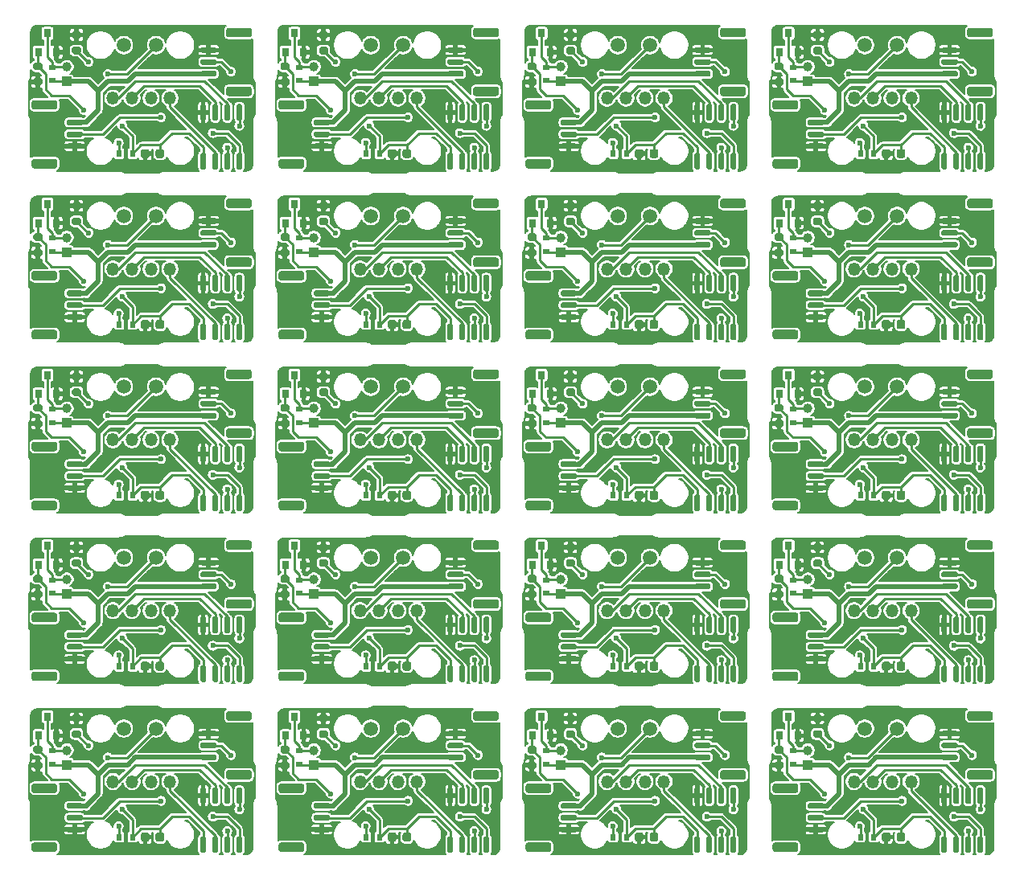
<source format=gtl>
G04 #@! TF.GenerationSoftware,KiCad,Pcbnew,(5.1.7)-1*
G04 #@! TF.CreationDate,2021-12-09T14:19:56+08:00*
G04 #@! TF.ProjectId,haptic-cloth-panelized,68617074-6963-42d6-936c-6f74682d7061,rev?*
G04 #@! TF.SameCoordinates,Original*
G04 #@! TF.FileFunction,Copper,L1,Top*
G04 #@! TF.FilePolarity,Positive*
%FSLAX46Y46*%
G04 Gerber Fmt 4.6, Leading zero omitted, Abs format (unit mm)*
G04 Created by KiCad (PCBNEW (5.1.7)-1) date 2021-12-09 14:19:56*
%MOMM*%
%LPD*%
G01*
G04 APERTURE LIST*
G04 #@! TA.AperFunction,SMDPad,CuDef*
%ADD10R,0.800000X0.900000*%
G04 #@! TD*
G04 #@! TA.AperFunction,SMDPad,CuDef*
%ADD11R,0.700000X0.600000*%
G04 #@! TD*
G04 #@! TA.AperFunction,SMDPad,CuDef*
%ADD12R,0.600000X0.700000*%
G04 #@! TD*
G04 #@! TA.AperFunction,ComponentPad*
%ADD13C,1.500000*%
G04 #@! TD*
G04 #@! TA.AperFunction,ComponentPad*
%ADD14R,1.000000X1.000000*%
G04 #@! TD*
G04 #@! TA.AperFunction,ComponentPad*
%ADD15C,1.000000*%
G04 #@! TD*
G04 #@! TA.AperFunction,ComponentPad*
%ADD16O,1.350000X1.350000*%
G04 #@! TD*
G04 #@! TA.AperFunction,ViaPad*
%ADD17C,0.600000*%
G04 #@! TD*
G04 #@! TA.AperFunction,Conductor*
%ADD18C,0.250000*%
G04 #@! TD*
G04 #@! TA.AperFunction,Conductor*
%ADD19C,0.500000*%
G04 #@! TD*
G04 #@! TA.AperFunction,Conductor*
%ADD20C,0.200000*%
G04 #@! TD*
G04 #@! TA.AperFunction,Conductor*
%ADD21C,0.150000*%
G04 #@! TD*
G04 APERTURE END LIST*
D10*
X129144028Y-125158037D03*
X131044028Y-125158037D03*
X130094028Y-123158037D03*
D11*
X130602028Y-126760037D03*
X130602028Y-128160037D03*
D12*
X137649028Y-135842037D03*
X139049028Y-135842037D03*
D13*
X141524028Y-124412037D03*
X138124028Y-124412037D03*
G04 #@! TA.AperFunction,SMDPad,CuDef*
G36*
G01*
X132260028Y-132260037D02*
X133660028Y-132260037D01*
G75*
G02*
X133810028Y-132410037I0J-150000D01*
G01*
X133810028Y-132710037D01*
G75*
G02*
X133660028Y-132860037I-150000J0D01*
G01*
X132260028Y-132860037D01*
G75*
G02*
X132110028Y-132710037I0J150000D01*
G01*
X132110028Y-132410037D01*
G75*
G02*
X132260028Y-132260037I150000J0D01*
G01*
G37*
G04 #@! TD.AperFunction*
G04 #@! TA.AperFunction,SMDPad,CuDef*
G36*
G01*
X132260028Y-133510037D02*
X133660028Y-133510037D01*
G75*
G02*
X133810028Y-133660037I0J-150000D01*
G01*
X133810028Y-133960037D01*
G75*
G02*
X133660028Y-134110037I-150000J0D01*
G01*
X132260028Y-134110037D01*
G75*
G02*
X132110028Y-133960037I0J150000D01*
G01*
X132110028Y-133660037D01*
G75*
G02*
X132260028Y-133510037I150000J0D01*
G01*
G37*
G04 #@! TD.AperFunction*
G04 #@! TA.AperFunction,SMDPad,CuDef*
G36*
G01*
X132260028Y-134760037D02*
X133660028Y-134760037D01*
G75*
G02*
X133810028Y-134910037I0J-150000D01*
G01*
X133810028Y-135210037D01*
G75*
G02*
X133660028Y-135360037I-150000J0D01*
G01*
X132260028Y-135360037D01*
G75*
G02*
X132110028Y-135210037I0J150000D01*
G01*
X132110028Y-134910037D01*
G75*
G02*
X132260028Y-134760037I150000J0D01*
G01*
G37*
G04 #@! TD.AperFunction*
G04 #@! TA.AperFunction,SMDPad,CuDef*
G36*
G01*
X128660028Y-130210037D02*
X130860028Y-130210037D01*
G75*
G02*
X131110028Y-130460037I0J-250000D01*
G01*
X131110028Y-130960037D01*
G75*
G02*
X130860028Y-131210037I-250000J0D01*
G01*
X128660028Y-131210037D01*
G75*
G02*
X128410028Y-130960037I0J250000D01*
G01*
X128410028Y-130460037D01*
G75*
G02*
X128660028Y-130210037I250000J0D01*
G01*
G37*
G04 #@! TD.AperFunction*
G04 #@! TA.AperFunction,SMDPad,CuDef*
G36*
G01*
X128660028Y-136410037D02*
X130860028Y-136410037D01*
G75*
G02*
X131110028Y-136660037I0J-250000D01*
G01*
X131110028Y-137160037D01*
G75*
G02*
X130860028Y-137410037I-250000J0D01*
G01*
X128660028Y-137410037D01*
G75*
G02*
X128410028Y-137160037I0J250000D01*
G01*
X128410028Y-136660037D01*
G75*
G02*
X128660028Y-136410037I250000J0D01*
G01*
G37*
G04 #@! TD.AperFunction*
G04 #@! TA.AperFunction,SMDPad,CuDef*
G36*
G01*
X147740028Y-127740037D02*
X146340028Y-127740037D01*
G75*
G02*
X146190028Y-127590037I0J150000D01*
G01*
X146190028Y-127290037D01*
G75*
G02*
X146340028Y-127140037I150000J0D01*
G01*
X147740028Y-127140037D01*
G75*
G02*
X147890028Y-127290037I0J-150000D01*
G01*
X147890028Y-127590037D01*
G75*
G02*
X147740028Y-127740037I-150000J0D01*
G01*
G37*
G04 #@! TD.AperFunction*
G04 #@! TA.AperFunction,SMDPad,CuDef*
G36*
G01*
X147740028Y-126490037D02*
X146340028Y-126490037D01*
G75*
G02*
X146190028Y-126340037I0J150000D01*
G01*
X146190028Y-126040037D01*
G75*
G02*
X146340028Y-125890037I150000J0D01*
G01*
X147740028Y-125890037D01*
G75*
G02*
X147890028Y-126040037I0J-150000D01*
G01*
X147890028Y-126340037D01*
G75*
G02*
X147740028Y-126490037I-150000J0D01*
G01*
G37*
G04 #@! TD.AperFunction*
G04 #@! TA.AperFunction,SMDPad,CuDef*
G36*
G01*
X147740028Y-125240037D02*
X146340028Y-125240037D01*
G75*
G02*
X146190028Y-125090037I0J150000D01*
G01*
X146190028Y-124790037D01*
G75*
G02*
X146340028Y-124640037I150000J0D01*
G01*
X147740028Y-124640037D01*
G75*
G02*
X147890028Y-124790037I0J-150000D01*
G01*
X147890028Y-125090037D01*
G75*
G02*
X147740028Y-125240037I-150000J0D01*
G01*
G37*
G04 #@! TD.AperFunction*
G04 #@! TA.AperFunction,SMDPad,CuDef*
G36*
G01*
X151340028Y-129790037D02*
X149140028Y-129790037D01*
G75*
G02*
X148890028Y-129540037I0J250000D01*
G01*
X148890028Y-129040037D01*
G75*
G02*
X149140028Y-128790037I250000J0D01*
G01*
X151340028Y-128790037D01*
G75*
G02*
X151590028Y-129040037I0J-250000D01*
G01*
X151590028Y-129540037D01*
G75*
G02*
X151340028Y-129790037I-250000J0D01*
G01*
G37*
G04 #@! TD.AperFunction*
G04 #@! TA.AperFunction,SMDPad,CuDef*
G36*
G01*
X151340028Y-123590037D02*
X149140028Y-123590037D01*
G75*
G02*
X148890028Y-123340037I0J250000D01*
G01*
X148890028Y-122840037D01*
G75*
G02*
X149140028Y-122590037I250000J0D01*
G01*
X151340028Y-122590037D01*
G75*
G02*
X151590028Y-122840037I0J-250000D01*
G01*
X151590028Y-123340037D01*
G75*
G02*
X151340028Y-123590037I-250000J0D01*
G01*
G37*
G04 #@! TD.AperFunction*
D14*
X132126028Y-128222037D03*
D15*
X132126028Y-126698037D03*
G04 #@! TA.AperFunction,SMDPad,CuDef*
G36*
G01*
X146627028Y-137514037D02*
X146327028Y-137514037D01*
G75*
G02*
X146177028Y-137364037I0J150000D01*
G01*
X146177028Y-135914037D01*
G75*
G02*
X146327028Y-135764037I150000J0D01*
G01*
X146627028Y-135764037D01*
G75*
G02*
X146777028Y-135914037I0J-150000D01*
G01*
X146777028Y-137364037D01*
G75*
G02*
X146627028Y-137514037I-150000J0D01*
G01*
G37*
G04 #@! TD.AperFunction*
G04 #@! TA.AperFunction,SMDPad,CuDef*
G36*
G01*
X147897028Y-137514037D02*
X147597028Y-137514037D01*
G75*
G02*
X147447028Y-137364037I0J150000D01*
G01*
X147447028Y-135914037D01*
G75*
G02*
X147597028Y-135764037I150000J0D01*
G01*
X147897028Y-135764037D01*
G75*
G02*
X148047028Y-135914037I0J-150000D01*
G01*
X148047028Y-137364037D01*
G75*
G02*
X147897028Y-137514037I-150000J0D01*
G01*
G37*
G04 #@! TD.AperFunction*
G04 #@! TA.AperFunction,SMDPad,CuDef*
G36*
G01*
X149167028Y-137514037D02*
X148867028Y-137514037D01*
G75*
G02*
X148717028Y-137364037I0J150000D01*
G01*
X148717028Y-135914037D01*
G75*
G02*
X148867028Y-135764037I150000J0D01*
G01*
X149167028Y-135764037D01*
G75*
G02*
X149317028Y-135914037I0J-150000D01*
G01*
X149317028Y-137364037D01*
G75*
G02*
X149167028Y-137514037I-150000J0D01*
G01*
G37*
G04 #@! TD.AperFunction*
G04 #@! TA.AperFunction,SMDPad,CuDef*
G36*
G01*
X150437028Y-137514037D02*
X150137028Y-137514037D01*
G75*
G02*
X149987028Y-137364037I0J150000D01*
G01*
X149987028Y-135914037D01*
G75*
G02*
X150137028Y-135764037I150000J0D01*
G01*
X150437028Y-135764037D01*
G75*
G02*
X150587028Y-135914037I0J-150000D01*
G01*
X150587028Y-137364037D01*
G75*
G02*
X150437028Y-137514037I-150000J0D01*
G01*
G37*
G04 #@! TD.AperFunction*
G04 #@! TA.AperFunction,SMDPad,CuDef*
G36*
G01*
X150437028Y-132364037D02*
X150137028Y-132364037D01*
G75*
G02*
X149987028Y-132214037I0J150000D01*
G01*
X149987028Y-130764037D01*
G75*
G02*
X150137028Y-130614037I150000J0D01*
G01*
X150437028Y-130614037D01*
G75*
G02*
X150587028Y-130764037I0J-150000D01*
G01*
X150587028Y-132214037D01*
G75*
G02*
X150437028Y-132364037I-150000J0D01*
G01*
G37*
G04 #@! TD.AperFunction*
G04 #@! TA.AperFunction,SMDPad,CuDef*
G36*
G01*
X149167028Y-132364037D02*
X148867028Y-132364037D01*
G75*
G02*
X148717028Y-132214037I0J150000D01*
G01*
X148717028Y-130764037D01*
G75*
G02*
X148867028Y-130614037I150000J0D01*
G01*
X149167028Y-130614037D01*
G75*
G02*
X149317028Y-130764037I0J-150000D01*
G01*
X149317028Y-132214037D01*
G75*
G02*
X149167028Y-132364037I-150000J0D01*
G01*
G37*
G04 #@! TD.AperFunction*
G04 #@! TA.AperFunction,SMDPad,CuDef*
G36*
G01*
X147897028Y-132364037D02*
X147597028Y-132364037D01*
G75*
G02*
X147447028Y-132214037I0J150000D01*
G01*
X147447028Y-130764037D01*
G75*
G02*
X147597028Y-130614037I150000J0D01*
G01*
X147897028Y-130614037D01*
G75*
G02*
X148047028Y-130764037I0J-150000D01*
G01*
X148047028Y-132214037D01*
G75*
G02*
X147897028Y-132364037I-150000J0D01*
G01*
G37*
G04 #@! TD.AperFunction*
G04 #@! TA.AperFunction,SMDPad,CuDef*
G36*
G01*
X146627028Y-132364037D02*
X146327028Y-132364037D01*
G75*
G02*
X146177028Y-132214037I0J150000D01*
G01*
X146177028Y-130764037D01*
G75*
G02*
X146327028Y-130614037I150000J0D01*
G01*
X146627028Y-130614037D01*
G75*
G02*
X146777028Y-130764037I0J-150000D01*
G01*
X146777028Y-132214037D01*
G75*
G02*
X146627028Y-132364037I-150000J0D01*
G01*
G37*
G04 #@! TD.AperFunction*
G04 #@! TA.AperFunction,SMDPad,CuDef*
G36*
G01*
X128803028Y-126235037D02*
X129353028Y-126235037D01*
G75*
G02*
X129553028Y-126435037I0J-200000D01*
G01*
X129553028Y-126835037D01*
G75*
G02*
X129353028Y-127035037I-200000J0D01*
G01*
X128803028Y-127035037D01*
G75*
G02*
X128603028Y-126835037I0J200000D01*
G01*
X128603028Y-126435037D01*
G75*
G02*
X128803028Y-126235037I200000J0D01*
G01*
G37*
G04 #@! TD.AperFunction*
G04 #@! TA.AperFunction,SMDPad,CuDef*
G36*
G01*
X128803028Y-127885037D02*
X129353028Y-127885037D01*
G75*
G02*
X129553028Y-128085037I0J-200000D01*
G01*
X129553028Y-128485037D01*
G75*
G02*
X129353028Y-128685037I-200000J0D01*
G01*
X128803028Y-128685037D01*
G75*
G02*
X128603028Y-128485037I0J200000D01*
G01*
X128603028Y-128085037D01*
G75*
G02*
X128803028Y-127885037I200000J0D01*
G01*
G37*
G04 #@! TD.AperFunction*
G04 #@! TA.AperFunction,SMDPad,CuDef*
G36*
G01*
X142368028Y-135592037D02*
X142368028Y-136092037D01*
G75*
G02*
X142143028Y-136317037I-225000J0D01*
G01*
X141693028Y-136317037D01*
G75*
G02*
X141468028Y-136092037I0J225000D01*
G01*
X141468028Y-135592037D01*
G75*
G02*
X141693028Y-135367037I225000J0D01*
G01*
X142143028Y-135367037D01*
G75*
G02*
X142368028Y-135592037I0J-225000D01*
G01*
G37*
G04 #@! TD.AperFunction*
G04 #@! TA.AperFunction,SMDPad,CuDef*
G36*
G01*
X140818028Y-135592037D02*
X140818028Y-136092037D01*
G75*
G02*
X140593028Y-136317037I-225000J0D01*
G01*
X140143028Y-136317037D01*
G75*
G02*
X139918028Y-136092037I0J225000D01*
G01*
X139918028Y-135592037D01*
G75*
G02*
X140143028Y-135367037I225000J0D01*
G01*
X140593028Y-135367037D01*
G75*
G02*
X140818028Y-135592037I0J-225000D01*
G01*
G37*
G04 #@! TD.AperFunction*
G04 #@! TA.AperFunction,SMDPad,CuDef*
G36*
G01*
X133417028Y-125383037D02*
X132867028Y-125383037D01*
G75*
G02*
X132667028Y-125183037I0J200000D01*
G01*
X132667028Y-124783037D01*
G75*
G02*
X132867028Y-124583037I200000J0D01*
G01*
X133417028Y-124583037D01*
G75*
G02*
X133617028Y-124783037I0J-200000D01*
G01*
X133617028Y-125183037D01*
G75*
G02*
X133417028Y-125383037I-200000J0D01*
G01*
G37*
G04 #@! TD.AperFunction*
G04 #@! TA.AperFunction,SMDPad,CuDef*
G36*
G01*
X133417028Y-123733037D02*
X132867028Y-123733037D01*
G75*
G02*
X132667028Y-123533037I0J200000D01*
G01*
X132667028Y-123133037D01*
G75*
G02*
X132867028Y-122933037I200000J0D01*
G01*
X133417028Y-122933037D01*
G75*
G02*
X133617028Y-123133037I0J-200000D01*
G01*
X133617028Y-123533037D01*
G75*
G02*
X133417028Y-123733037I-200000J0D01*
G01*
G37*
G04 #@! TD.AperFunction*
D16*
X136983528Y-130000037D03*
X138983528Y-130000037D03*
X140983528Y-130000037D03*
X142983528Y-130000037D03*
D10*
X103144019Y-125158037D03*
X105044019Y-125158037D03*
X104094019Y-123158037D03*
D11*
X104602019Y-126760037D03*
X104602019Y-128160037D03*
D12*
X111649019Y-135842037D03*
X113049019Y-135842037D03*
D13*
X115524019Y-124412037D03*
X112124019Y-124412037D03*
G04 #@! TA.AperFunction,SMDPad,CuDef*
G36*
G01*
X106260019Y-132260037D02*
X107660019Y-132260037D01*
G75*
G02*
X107810019Y-132410037I0J-150000D01*
G01*
X107810019Y-132710037D01*
G75*
G02*
X107660019Y-132860037I-150000J0D01*
G01*
X106260019Y-132860037D01*
G75*
G02*
X106110019Y-132710037I0J150000D01*
G01*
X106110019Y-132410037D01*
G75*
G02*
X106260019Y-132260037I150000J0D01*
G01*
G37*
G04 #@! TD.AperFunction*
G04 #@! TA.AperFunction,SMDPad,CuDef*
G36*
G01*
X106260019Y-133510037D02*
X107660019Y-133510037D01*
G75*
G02*
X107810019Y-133660037I0J-150000D01*
G01*
X107810019Y-133960037D01*
G75*
G02*
X107660019Y-134110037I-150000J0D01*
G01*
X106260019Y-134110037D01*
G75*
G02*
X106110019Y-133960037I0J150000D01*
G01*
X106110019Y-133660037D01*
G75*
G02*
X106260019Y-133510037I150000J0D01*
G01*
G37*
G04 #@! TD.AperFunction*
G04 #@! TA.AperFunction,SMDPad,CuDef*
G36*
G01*
X106260019Y-134760037D02*
X107660019Y-134760037D01*
G75*
G02*
X107810019Y-134910037I0J-150000D01*
G01*
X107810019Y-135210037D01*
G75*
G02*
X107660019Y-135360037I-150000J0D01*
G01*
X106260019Y-135360037D01*
G75*
G02*
X106110019Y-135210037I0J150000D01*
G01*
X106110019Y-134910037D01*
G75*
G02*
X106260019Y-134760037I150000J0D01*
G01*
G37*
G04 #@! TD.AperFunction*
G04 #@! TA.AperFunction,SMDPad,CuDef*
G36*
G01*
X102660019Y-130210037D02*
X104860019Y-130210037D01*
G75*
G02*
X105110019Y-130460037I0J-250000D01*
G01*
X105110019Y-130960037D01*
G75*
G02*
X104860019Y-131210037I-250000J0D01*
G01*
X102660019Y-131210037D01*
G75*
G02*
X102410019Y-130960037I0J250000D01*
G01*
X102410019Y-130460037D01*
G75*
G02*
X102660019Y-130210037I250000J0D01*
G01*
G37*
G04 #@! TD.AperFunction*
G04 #@! TA.AperFunction,SMDPad,CuDef*
G36*
G01*
X102660019Y-136410037D02*
X104860019Y-136410037D01*
G75*
G02*
X105110019Y-136660037I0J-250000D01*
G01*
X105110019Y-137160037D01*
G75*
G02*
X104860019Y-137410037I-250000J0D01*
G01*
X102660019Y-137410037D01*
G75*
G02*
X102410019Y-137160037I0J250000D01*
G01*
X102410019Y-136660037D01*
G75*
G02*
X102660019Y-136410037I250000J0D01*
G01*
G37*
G04 #@! TD.AperFunction*
G04 #@! TA.AperFunction,SMDPad,CuDef*
G36*
G01*
X121740019Y-127740037D02*
X120340019Y-127740037D01*
G75*
G02*
X120190019Y-127590037I0J150000D01*
G01*
X120190019Y-127290037D01*
G75*
G02*
X120340019Y-127140037I150000J0D01*
G01*
X121740019Y-127140037D01*
G75*
G02*
X121890019Y-127290037I0J-150000D01*
G01*
X121890019Y-127590037D01*
G75*
G02*
X121740019Y-127740037I-150000J0D01*
G01*
G37*
G04 #@! TD.AperFunction*
G04 #@! TA.AperFunction,SMDPad,CuDef*
G36*
G01*
X121740019Y-126490037D02*
X120340019Y-126490037D01*
G75*
G02*
X120190019Y-126340037I0J150000D01*
G01*
X120190019Y-126040037D01*
G75*
G02*
X120340019Y-125890037I150000J0D01*
G01*
X121740019Y-125890037D01*
G75*
G02*
X121890019Y-126040037I0J-150000D01*
G01*
X121890019Y-126340037D01*
G75*
G02*
X121740019Y-126490037I-150000J0D01*
G01*
G37*
G04 #@! TD.AperFunction*
G04 #@! TA.AperFunction,SMDPad,CuDef*
G36*
G01*
X121740019Y-125240037D02*
X120340019Y-125240037D01*
G75*
G02*
X120190019Y-125090037I0J150000D01*
G01*
X120190019Y-124790037D01*
G75*
G02*
X120340019Y-124640037I150000J0D01*
G01*
X121740019Y-124640037D01*
G75*
G02*
X121890019Y-124790037I0J-150000D01*
G01*
X121890019Y-125090037D01*
G75*
G02*
X121740019Y-125240037I-150000J0D01*
G01*
G37*
G04 #@! TD.AperFunction*
G04 #@! TA.AperFunction,SMDPad,CuDef*
G36*
G01*
X125340019Y-129790037D02*
X123140019Y-129790037D01*
G75*
G02*
X122890019Y-129540037I0J250000D01*
G01*
X122890019Y-129040037D01*
G75*
G02*
X123140019Y-128790037I250000J0D01*
G01*
X125340019Y-128790037D01*
G75*
G02*
X125590019Y-129040037I0J-250000D01*
G01*
X125590019Y-129540037D01*
G75*
G02*
X125340019Y-129790037I-250000J0D01*
G01*
G37*
G04 #@! TD.AperFunction*
G04 #@! TA.AperFunction,SMDPad,CuDef*
G36*
G01*
X125340019Y-123590037D02*
X123140019Y-123590037D01*
G75*
G02*
X122890019Y-123340037I0J250000D01*
G01*
X122890019Y-122840037D01*
G75*
G02*
X123140019Y-122590037I250000J0D01*
G01*
X125340019Y-122590037D01*
G75*
G02*
X125590019Y-122840037I0J-250000D01*
G01*
X125590019Y-123340037D01*
G75*
G02*
X125340019Y-123590037I-250000J0D01*
G01*
G37*
G04 #@! TD.AperFunction*
D14*
X106126019Y-128222037D03*
D15*
X106126019Y-126698037D03*
G04 #@! TA.AperFunction,SMDPad,CuDef*
G36*
G01*
X120627019Y-137514037D02*
X120327019Y-137514037D01*
G75*
G02*
X120177019Y-137364037I0J150000D01*
G01*
X120177019Y-135914037D01*
G75*
G02*
X120327019Y-135764037I150000J0D01*
G01*
X120627019Y-135764037D01*
G75*
G02*
X120777019Y-135914037I0J-150000D01*
G01*
X120777019Y-137364037D01*
G75*
G02*
X120627019Y-137514037I-150000J0D01*
G01*
G37*
G04 #@! TD.AperFunction*
G04 #@! TA.AperFunction,SMDPad,CuDef*
G36*
G01*
X121897019Y-137514037D02*
X121597019Y-137514037D01*
G75*
G02*
X121447019Y-137364037I0J150000D01*
G01*
X121447019Y-135914037D01*
G75*
G02*
X121597019Y-135764037I150000J0D01*
G01*
X121897019Y-135764037D01*
G75*
G02*
X122047019Y-135914037I0J-150000D01*
G01*
X122047019Y-137364037D01*
G75*
G02*
X121897019Y-137514037I-150000J0D01*
G01*
G37*
G04 #@! TD.AperFunction*
G04 #@! TA.AperFunction,SMDPad,CuDef*
G36*
G01*
X123167019Y-137514037D02*
X122867019Y-137514037D01*
G75*
G02*
X122717019Y-137364037I0J150000D01*
G01*
X122717019Y-135914037D01*
G75*
G02*
X122867019Y-135764037I150000J0D01*
G01*
X123167019Y-135764037D01*
G75*
G02*
X123317019Y-135914037I0J-150000D01*
G01*
X123317019Y-137364037D01*
G75*
G02*
X123167019Y-137514037I-150000J0D01*
G01*
G37*
G04 #@! TD.AperFunction*
G04 #@! TA.AperFunction,SMDPad,CuDef*
G36*
G01*
X124437019Y-137514037D02*
X124137019Y-137514037D01*
G75*
G02*
X123987019Y-137364037I0J150000D01*
G01*
X123987019Y-135914037D01*
G75*
G02*
X124137019Y-135764037I150000J0D01*
G01*
X124437019Y-135764037D01*
G75*
G02*
X124587019Y-135914037I0J-150000D01*
G01*
X124587019Y-137364037D01*
G75*
G02*
X124437019Y-137514037I-150000J0D01*
G01*
G37*
G04 #@! TD.AperFunction*
G04 #@! TA.AperFunction,SMDPad,CuDef*
G36*
G01*
X124437019Y-132364037D02*
X124137019Y-132364037D01*
G75*
G02*
X123987019Y-132214037I0J150000D01*
G01*
X123987019Y-130764037D01*
G75*
G02*
X124137019Y-130614037I150000J0D01*
G01*
X124437019Y-130614037D01*
G75*
G02*
X124587019Y-130764037I0J-150000D01*
G01*
X124587019Y-132214037D01*
G75*
G02*
X124437019Y-132364037I-150000J0D01*
G01*
G37*
G04 #@! TD.AperFunction*
G04 #@! TA.AperFunction,SMDPad,CuDef*
G36*
G01*
X123167019Y-132364037D02*
X122867019Y-132364037D01*
G75*
G02*
X122717019Y-132214037I0J150000D01*
G01*
X122717019Y-130764037D01*
G75*
G02*
X122867019Y-130614037I150000J0D01*
G01*
X123167019Y-130614037D01*
G75*
G02*
X123317019Y-130764037I0J-150000D01*
G01*
X123317019Y-132214037D01*
G75*
G02*
X123167019Y-132364037I-150000J0D01*
G01*
G37*
G04 #@! TD.AperFunction*
G04 #@! TA.AperFunction,SMDPad,CuDef*
G36*
G01*
X121897019Y-132364037D02*
X121597019Y-132364037D01*
G75*
G02*
X121447019Y-132214037I0J150000D01*
G01*
X121447019Y-130764037D01*
G75*
G02*
X121597019Y-130614037I150000J0D01*
G01*
X121897019Y-130614037D01*
G75*
G02*
X122047019Y-130764037I0J-150000D01*
G01*
X122047019Y-132214037D01*
G75*
G02*
X121897019Y-132364037I-150000J0D01*
G01*
G37*
G04 #@! TD.AperFunction*
G04 #@! TA.AperFunction,SMDPad,CuDef*
G36*
G01*
X120627019Y-132364037D02*
X120327019Y-132364037D01*
G75*
G02*
X120177019Y-132214037I0J150000D01*
G01*
X120177019Y-130764037D01*
G75*
G02*
X120327019Y-130614037I150000J0D01*
G01*
X120627019Y-130614037D01*
G75*
G02*
X120777019Y-130764037I0J-150000D01*
G01*
X120777019Y-132214037D01*
G75*
G02*
X120627019Y-132364037I-150000J0D01*
G01*
G37*
G04 #@! TD.AperFunction*
G04 #@! TA.AperFunction,SMDPad,CuDef*
G36*
G01*
X102803019Y-126235037D02*
X103353019Y-126235037D01*
G75*
G02*
X103553019Y-126435037I0J-200000D01*
G01*
X103553019Y-126835037D01*
G75*
G02*
X103353019Y-127035037I-200000J0D01*
G01*
X102803019Y-127035037D01*
G75*
G02*
X102603019Y-126835037I0J200000D01*
G01*
X102603019Y-126435037D01*
G75*
G02*
X102803019Y-126235037I200000J0D01*
G01*
G37*
G04 #@! TD.AperFunction*
G04 #@! TA.AperFunction,SMDPad,CuDef*
G36*
G01*
X102803019Y-127885037D02*
X103353019Y-127885037D01*
G75*
G02*
X103553019Y-128085037I0J-200000D01*
G01*
X103553019Y-128485037D01*
G75*
G02*
X103353019Y-128685037I-200000J0D01*
G01*
X102803019Y-128685037D01*
G75*
G02*
X102603019Y-128485037I0J200000D01*
G01*
X102603019Y-128085037D01*
G75*
G02*
X102803019Y-127885037I200000J0D01*
G01*
G37*
G04 #@! TD.AperFunction*
G04 #@! TA.AperFunction,SMDPad,CuDef*
G36*
G01*
X116368019Y-135592037D02*
X116368019Y-136092037D01*
G75*
G02*
X116143019Y-136317037I-225000J0D01*
G01*
X115693019Y-136317037D01*
G75*
G02*
X115468019Y-136092037I0J225000D01*
G01*
X115468019Y-135592037D01*
G75*
G02*
X115693019Y-135367037I225000J0D01*
G01*
X116143019Y-135367037D01*
G75*
G02*
X116368019Y-135592037I0J-225000D01*
G01*
G37*
G04 #@! TD.AperFunction*
G04 #@! TA.AperFunction,SMDPad,CuDef*
G36*
G01*
X114818019Y-135592037D02*
X114818019Y-136092037D01*
G75*
G02*
X114593019Y-136317037I-225000J0D01*
G01*
X114143019Y-136317037D01*
G75*
G02*
X113918019Y-136092037I0J225000D01*
G01*
X113918019Y-135592037D01*
G75*
G02*
X114143019Y-135367037I225000J0D01*
G01*
X114593019Y-135367037D01*
G75*
G02*
X114818019Y-135592037I0J-225000D01*
G01*
G37*
G04 #@! TD.AperFunction*
G04 #@! TA.AperFunction,SMDPad,CuDef*
G36*
G01*
X107417019Y-125383037D02*
X106867019Y-125383037D01*
G75*
G02*
X106667019Y-125183037I0J200000D01*
G01*
X106667019Y-124783037D01*
G75*
G02*
X106867019Y-124583037I200000J0D01*
G01*
X107417019Y-124583037D01*
G75*
G02*
X107617019Y-124783037I0J-200000D01*
G01*
X107617019Y-125183037D01*
G75*
G02*
X107417019Y-125383037I-200000J0D01*
G01*
G37*
G04 #@! TD.AperFunction*
G04 #@! TA.AperFunction,SMDPad,CuDef*
G36*
G01*
X107417019Y-123733037D02*
X106867019Y-123733037D01*
G75*
G02*
X106667019Y-123533037I0J200000D01*
G01*
X106667019Y-123133037D01*
G75*
G02*
X106867019Y-122933037I200000J0D01*
G01*
X107417019Y-122933037D01*
G75*
G02*
X107617019Y-123133037I0J-200000D01*
G01*
X107617019Y-123533037D01*
G75*
G02*
X107417019Y-123733037I-200000J0D01*
G01*
G37*
G04 #@! TD.AperFunction*
D16*
X110983519Y-130000037D03*
X112983519Y-130000037D03*
X114983519Y-130000037D03*
X116983519Y-130000037D03*
D10*
X77144010Y-125158037D03*
X79044010Y-125158037D03*
X78094010Y-123158037D03*
D11*
X78602010Y-126760037D03*
X78602010Y-128160037D03*
D12*
X85649010Y-135842037D03*
X87049010Y-135842037D03*
D13*
X89524010Y-124412037D03*
X86124010Y-124412037D03*
G04 #@! TA.AperFunction,SMDPad,CuDef*
G36*
G01*
X80260010Y-132260037D02*
X81660010Y-132260037D01*
G75*
G02*
X81810010Y-132410037I0J-150000D01*
G01*
X81810010Y-132710037D01*
G75*
G02*
X81660010Y-132860037I-150000J0D01*
G01*
X80260010Y-132860037D01*
G75*
G02*
X80110010Y-132710037I0J150000D01*
G01*
X80110010Y-132410037D01*
G75*
G02*
X80260010Y-132260037I150000J0D01*
G01*
G37*
G04 #@! TD.AperFunction*
G04 #@! TA.AperFunction,SMDPad,CuDef*
G36*
G01*
X80260010Y-133510037D02*
X81660010Y-133510037D01*
G75*
G02*
X81810010Y-133660037I0J-150000D01*
G01*
X81810010Y-133960037D01*
G75*
G02*
X81660010Y-134110037I-150000J0D01*
G01*
X80260010Y-134110037D01*
G75*
G02*
X80110010Y-133960037I0J150000D01*
G01*
X80110010Y-133660037D01*
G75*
G02*
X80260010Y-133510037I150000J0D01*
G01*
G37*
G04 #@! TD.AperFunction*
G04 #@! TA.AperFunction,SMDPad,CuDef*
G36*
G01*
X80260010Y-134760037D02*
X81660010Y-134760037D01*
G75*
G02*
X81810010Y-134910037I0J-150000D01*
G01*
X81810010Y-135210037D01*
G75*
G02*
X81660010Y-135360037I-150000J0D01*
G01*
X80260010Y-135360037D01*
G75*
G02*
X80110010Y-135210037I0J150000D01*
G01*
X80110010Y-134910037D01*
G75*
G02*
X80260010Y-134760037I150000J0D01*
G01*
G37*
G04 #@! TD.AperFunction*
G04 #@! TA.AperFunction,SMDPad,CuDef*
G36*
G01*
X76660010Y-130210037D02*
X78860010Y-130210037D01*
G75*
G02*
X79110010Y-130460037I0J-250000D01*
G01*
X79110010Y-130960037D01*
G75*
G02*
X78860010Y-131210037I-250000J0D01*
G01*
X76660010Y-131210037D01*
G75*
G02*
X76410010Y-130960037I0J250000D01*
G01*
X76410010Y-130460037D01*
G75*
G02*
X76660010Y-130210037I250000J0D01*
G01*
G37*
G04 #@! TD.AperFunction*
G04 #@! TA.AperFunction,SMDPad,CuDef*
G36*
G01*
X76660010Y-136410037D02*
X78860010Y-136410037D01*
G75*
G02*
X79110010Y-136660037I0J-250000D01*
G01*
X79110010Y-137160037D01*
G75*
G02*
X78860010Y-137410037I-250000J0D01*
G01*
X76660010Y-137410037D01*
G75*
G02*
X76410010Y-137160037I0J250000D01*
G01*
X76410010Y-136660037D01*
G75*
G02*
X76660010Y-136410037I250000J0D01*
G01*
G37*
G04 #@! TD.AperFunction*
G04 #@! TA.AperFunction,SMDPad,CuDef*
G36*
G01*
X95740010Y-127740037D02*
X94340010Y-127740037D01*
G75*
G02*
X94190010Y-127590037I0J150000D01*
G01*
X94190010Y-127290037D01*
G75*
G02*
X94340010Y-127140037I150000J0D01*
G01*
X95740010Y-127140037D01*
G75*
G02*
X95890010Y-127290037I0J-150000D01*
G01*
X95890010Y-127590037D01*
G75*
G02*
X95740010Y-127740037I-150000J0D01*
G01*
G37*
G04 #@! TD.AperFunction*
G04 #@! TA.AperFunction,SMDPad,CuDef*
G36*
G01*
X95740010Y-126490037D02*
X94340010Y-126490037D01*
G75*
G02*
X94190010Y-126340037I0J150000D01*
G01*
X94190010Y-126040037D01*
G75*
G02*
X94340010Y-125890037I150000J0D01*
G01*
X95740010Y-125890037D01*
G75*
G02*
X95890010Y-126040037I0J-150000D01*
G01*
X95890010Y-126340037D01*
G75*
G02*
X95740010Y-126490037I-150000J0D01*
G01*
G37*
G04 #@! TD.AperFunction*
G04 #@! TA.AperFunction,SMDPad,CuDef*
G36*
G01*
X95740010Y-125240037D02*
X94340010Y-125240037D01*
G75*
G02*
X94190010Y-125090037I0J150000D01*
G01*
X94190010Y-124790037D01*
G75*
G02*
X94340010Y-124640037I150000J0D01*
G01*
X95740010Y-124640037D01*
G75*
G02*
X95890010Y-124790037I0J-150000D01*
G01*
X95890010Y-125090037D01*
G75*
G02*
X95740010Y-125240037I-150000J0D01*
G01*
G37*
G04 #@! TD.AperFunction*
G04 #@! TA.AperFunction,SMDPad,CuDef*
G36*
G01*
X99340010Y-129790037D02*
X97140010Y-129790037D01*
G75*
G02*
X96890010Y-129540037I0J250000D01*
G01*
X96890010Y-129040037D01*
G75*
G02*
X97140010Y-128790037I250000J0D01*
G01*
X99340010Y-128790037D01*
G75*
G02*
X99590010Y-129040037I0J-250000D01*
G01*
X99590010Y-129540037D01*
G75*
G02*
X99340010Y-129790037I-250000J0D01*
G01*
G37*
G04 #@! TD.AperFunction*
G04 #@! TA.AperFunction,SMDPad,CuDef*
G36*
G01*
X99340010Y-123590037D02*
X97140010Y-123590037D01*
G75*
G02*
X96890010Y-123340037I0J250000D01*
G01*
X96890010Y-122840037D01*
G75*
G02*
X97140010Y-122590037I250000J0D01*
G01*
X99340010Y-122590037D01*
G75*
G02*
X99590010Y-122840037I0J-250000D01*
G01*
X99590010Y-123340037D01*
G75*
G02*
X99340010Y-123590037I-250000J0D01*
G01*
G37*
G04 #@! TD.AperFunction*
D14*
X80126010Y-128222037D03*
D15*
X80126010Y-126698037D03*
G04 #@! TA.AperFunction,SMDPad,CuDef*
G36*
G01*
X94627010Y-137514037D02*
X94327010Y-137514037D01*
G75*
G02*
X94177010Y-137364037I0J150000D01*
G01*
X94177010Y-135914037D01*
G75*
G02*
X94327010Y-135764037I150000J0D01*
G01*
X94627010Y-135764037D01*
G75*
G02*
X94777010Y-135914037I0J-150000D01*
G01*
X94777010Y-137364037D01*
G75*
G02*
X94627010Y-137514037I-150000J0D01*
G01*
G37*
G04 #@! TD.AperFunction*
G04 #@! TA.AperFunction,SMDPad,CuDef*
G36*
G01*
X95897010Y-137514037D02*
X95597010Y-137514037D01*
G75*
G02*
X95447010Y-137364037I0J150000D01*
G01*
X95447010Y-135914037D01*
G75*
G02*
X95597010Y-135764037I150000J0D01*
G01*
X95897010Y-135764037D01*
G75*
G02*
X96047010Y-135914037I0J-150000D01*
G01*
X96047010Y-137364037D01*
G75*
G02*
X95897010Y-137514037I-150000J0D01*
G01*
G37*
G04 #@! TD.AperFunction*
G04 #@! TA.AperFunction,SMDPad,CuDef*
G36*
G01*
X97167010Y-137514037D02*
X96867010Y-137514037D01*
G75*
G02*
X96717010Y-137364037I0J150000D01*
G01*
X96717010Y-135914037D01*
G75*
G02*
X96867010Y-135764037I150000J0D01*
G01*
X97167010Y-135764037D01*
G75*
G02*
X97317010Y-135914037I0J-150000D01*
G01*
X97317010Y-137364037D01*
G75*
G02*
X97167010Y-137514037I-150000J0D01*
G01*
G37*
G04 #@! TD.AperFunction*
G04 #@! TA.AperFunction,SMDPad,CuDef*
G36*
G01*
X98437010Y-137514037D02*
X98137010Y-137514037D01*
G75*
G02*
X97987010Y-137364037I0J150000D01*
G01*
X97987010Y-135914037D01*
G75*
G02*
X98137010Y-135764037I150000J0D01*
G01*
X98437010Y-135764037D01*
G75*
G02*
X98587010Y-135914037I0J-150000D01*
G01*
X98587010Y-137364037D01*
G75*
G02*
X98437010Y-137514037I-150000J0D01*
G01*
G37*
G04 #@! TD.AperFunction*
G04 #@! TA.AperFunction,SMDPad,CuDef*
G36*
G01*
X98437010Y-132364037D02*
X98137010Y-132364037D01*
G75*
G02*
X97987010Y-132214037I0J150000D01*
G01*
X97987010Y-130764037D01*
G75*
G02*
X98137010Y-130614037I150000J0D01*
G01*
X98437010Y-130614037D01*
G75*
G02*
X98587010Y-130764037I0J-150000D01*
G01*
X98587010Y-132214037D01*
G75*
G02*
X98437010Y-132364037I-150000J0D01*
G01*
G37*
G04 #@! TD.AperFunction*
G04 #@! TA.AperFunction,SMDPad,CuDef*
G36*
G01*
X97167010Y-132364037D02*
X96867010Y-132364037D01*
G75*
G02*
X96717010Y-132214037I0J150000D01*
G01*
X96717010Y-130764037D01*
G75*
G02*
X96867010Y-130614037I150000J0D01*
G01*
X97167010Y-130614037D01*
G75*
G02*
X97317010Y-130764037I0J-150000D01*
G01*
X97317010Y-132214037D01*
G75*
G02*
X97167010Y-132364037I-150000J0D01*
G01*
G37*
G04 #@! TD.AperFunction*
G04 #@! TA.AperFunction,SMDPad,CuDef*
G36*
G01*
X95897010Y-132364037D02*
X95597010Y-132364037D01*
G75*
G02*
X95447010Y-132214037I0J150000D01*
G01*
X95447010Y-130764037D01*
G75*
G02*
X95597010Y-130614037I150000J0D01*
G01*
X95897010Y-130614037D01*
G75*
G02*
X96047010Y-130764037I0J-150000D01*
G01*
X96047010Y-132214037D01*
G75*
G02*
X95897010Y-132364037I-150000J0D01*
G01*
G37*
G04 #@! TD.AperFunction*
G04 #@! TA.AperFunction,SMDPad,CuDef*
G36*
G01*
X94627010Y-132364037D02*
X94327010Y-132364037D01*
G75*
G02*
X94177010Y-132214037I0J150000D01*
G01*
X94177010Y-130764037D01*
G75*
G02*
X94327010Y-130614037I150000J0D01*
G01*
X94627010Y-130614037D01*
G75*
G02*
X94777010Y-130764037I0J-150000D01*
G01*
X94777010Y-132214037D01*
G75*
G02*
X94627010Y-132364037I-150000J0D01*
G01*
G37*
G04 #@! TD.AperFunction*
G04 #@! TA.AperFunction,SMDPad,CuDef*
G36*
G01*
X76803010Y-126235037D02*
X77353010Y-126235037D01*
G75*
G02*
X77553010Y-126435037I0J-200000D01*
G01*
X77553010Y-126835037D01*
G75*
G02*
X77353010Y-127035037I-200000J0D01*
G01*
X76803010Y-127035037D01*
G75*
G02*
X76603010Y-126835037I0J200000D01*
G01*
X76603010Y-126435037D01*
G75*
G02*
X76803010Y-126235037I200000J0D01*
G01*
G37*
G04 #@! TD.AperFunction*
G04 #@! TA.AperFunction,SMDPad,CuDef*
G36*
G01*
X76803010Y-127885037D02*
X77353010Y-127885037D01*
G75*
G02*
X77553010Y-128085037I0J-200000D01*
G01*
X77553010Y-128485037D01*
G75*
G02*
X77353010Y-128685037I-200000J0D01*
G01*
X76803010Y-128685037D01*
G75*
G02*
X76603010Y-128485037I0J200000D01*
G01*
X76603010Y-128085037D01*
G75*
G02*
X76803010Y-127885037I200000J0D01*
G01*
G37*
G04 #@! TD.AperFunction*
G04 #@! TA.AperFunction,SMDPad,CuDef*
G36*
G01*
X90368010Y-135592037D02*
X90368010Y-136092037D01*
G75*
G02*
X90143010Y-136317037I-225000J0D01*
G01*
X89693010Y-136317037D01*
G75*
G02*
X89468010Y-136092037I0J225000D01*
G01*
X89468010Y-135592037D01*
G75*
G02*
X89693010Y-135367037I225000J0D01*
G01*
X90143010Y-135367037D01*
G75*
G02*
X90368010Y-135592037I0J-225000D01*
G01*
G37*
G04 #@! TD.AperFunction*
G04 #@! TA.AperFunction,SMDPad,CuDef*
G36*
G01*
X88818010Y-135592037D02*
X88818010Y-136092037D01*
G75*
G02*
X88593010Y-136317037I-225000J0D01*
G01*
X88143010Y-136317037D01*
G75*
G02*
X87918010Y-136092037I0J225000D01*
G01*
X87918010Y-135592037D01*
G75*
G02*
X88143010Y-135367037I225000J0D01*
G01*
X88593010Y-135367037D01*
G75*
G02*
X88818010Y-135592037I0J-225000D01*
G01*
G37*
G04 #@! TD.AperFunction*
G04 #@! TA.AperFunction,SMDPad,CuDef*
G36*
G01*
X81417010Y-125383037D02*
X80867010Y-125383037D01*
G75*
G02*
X80667010Y-125183037I0J200000D01*
G01*
X80667010Y-124783037D01*
G75*
G02*
X80867010Y-124583037I200000J0D01*
G01*
X81417010Y-124583037D01*
G75*
G02*
X81617010Y-124783037I0J-200000D01*
G01*
X81617010Y-125183037D01*
G75*
G02*
X81417010Y-125383037I-200000J0D01*
G01*
G37*
G04 #@! TD.AperFunction*
G04 #@! TA.AperFunction,SMDPad,CuDef*
G36*
G01*
X81417010Y-123733037D02*
X80867010Y-123733037D01*
G75*
G02*
X80667010Y-123533037I0J200000D01*
G01*
X80667010Y-123133037D01*
G75*
G02*
X80867010Y-122933037I200000J0D01*
G01*
X81417010Y-122933037D01*
G75*
G02*
X81617010Y-123133037I0J-200000D01*
G01*
X81617010Y-123533037D01*
G75*
G02*
X81417010Y-123733037I-200000J0D01*
G01*
G37*
G04 #@! TD.AperFunction*
D16*
X84983510Y-130000037D03*
X86983510Y-130000037D03*
X88983510Y-130000037D03*
X90983510Y-130000037D03*
D10*
X51144001Y-125158037D03*
X53044001Y-125158037D03*
X52094001Y-123158037D03*
D11*
X52602001Y-126760037D03*
X52602001Y-128160037D03*
D12*
X59649001Y-135842037D03*
X61049001Y-135842037D03*
D13*
X63524001Y-124412037D03*
X60124001Y-124412037D03*
G04 #@! TA.AperFunction,SMDPad,CuDef*
G36*
G01*
X54260001Y-132260037D02*
X55660001Y-132260037D01*
G75*
G02*
X55810001Y-132410037I0J-150000D01*
G01*
X55810001Y-132710037D01*
G75*
G02*
X55660001Y-132860037I-150000J0D01*
G01*
X54260001Y-132860037D01*
G75*
G02*
X54110001Y-132710037I0J150000D01*
G01*
X54110001Y-132410037D01*
G75*
G02*
X54260001Y-132260037I150000J0D01*
G01*
G37*
G04 #@! TD.AperFunction*
G04 #@! TA.AperFunction,SMDPad,CuDef*
G36*
G01*
X54260001Y-133510037D02*
X55660001Y-133510037D01*
G75*
G02*
X55810001Y-133660037I0J-150000D01*
G01*
X55810001Y-133960037D01*
G75*
G02*
X55660001Y-134110037I-150000J0D01*
G01*
X54260001Y-134110037D01*
G75*
G02*
X54110001Y-133960037I0J150000D01*
G01*
X54110001Y-133660037D01*
G75*
G02*
X54260001Y-133510037I150000J0D01*
G01*
G37*
G04 #@! TD.AperFunction*
G04 #@! TA.AperFunction,SMDPad,CuDef*
G36*
G01*
X54260001Y-134760037D02*
X55660001Y-134760037D01*
G75*
G02*
X55810001Y-134910037I0J-150000D01*
G01*
X55810001Y-135210037D01*
G75*
G02*
X55660001Y-135360037I-150000J0D01*
G01*
X54260001Y-135360037D01*
G75*
G02*
X54110001Y-135210037I0J150000D01*
G01*
X54110001Y-134910037D01*
G75*
G02*
X54260001Y-134760037I150000J0D01*
G01*
G37*
G04 #@! TD.AperFunction*
G04 #@! TA.AperFunction,SMDPad,CuDef*
G36*
G01*
X50660001Y-130210037D02*
X52860001Y-130210037D01*
G75*
G02*
X53110001Y-130460037I0J-250000D01*
G01*
X53110001Y-130960037D01*
G75*
G02*
X52860001Y-131210037I-250000J0D01*
G01*
X50660001Y-131210037D01*
G75*
G02*
X50410001Y-130960037I0J250000D01*
G01*
X50410001Y-130460037D01*
G75*
G02*
X50660001Y-130210037I250000J0D01*
G01*
G37*
G04 #@! TD.AperFunction*
G04 #@! TA.AperFunction,SMDPad,CuDef*
G36*
G01*
X50660001Y-136410037D02*
X52860001Y-136410037D01*
G75*
G02*
X53110001Y-136660037I0J-250000D01*
G01*
X53110001Y-137160037D01*
G75*
G02*
X52860001Y-137410037I-250000J0D01*
G01*
X50660001Y-137410037D01*
G75*
G02*
X50410001Y-137160037I0J250000D01*
G01*
X50410001Y-136660037D01*
G75*
G02*
X50660001Y-136410037I250000J0D01*
G01*
G37*
G04 #@! TD.AperFunction*
G04 #@! TA.AperFunction,SMDPad,CuDef*
G36*
G01*
X69740001Y-127740037D02*
X68340001Y-127740037D01*
G75*
G02*
X68190001Y-127590037I0J150000D01*
G01*
X68190001Y-127290037D01*
G75*
G02*
X68340001Y-127140037I150000J0D01*
G01*
X69740001Y-127140037D01*
G75*
G02*
X69890001Y-127290037I0J-150000D01*
G01*
X69890001Y-127590037D01*
G75*
G02*
X69740001Y-127740037I-150000J0D01*
G01*
G37*
G04 #@! TD.AperFunction*
G04 #@! TA.AperFunction,SMDPad,CuDef*
G36*
G01*
X69740001Y-126490037D02*
X68340001Y-126490037D01*
G75*
G02*
X68190001Y-126340037I0J150000D01*
G01*
X68190001Y-126040037D01*
G75*
G02*
X68340001Y-125890037I150000J0D01*
G01*
X69740001Y-125890037D01*
G75*
G02*
X69890001Y-126040037I0J-150000D01*
G01*
X69890001Y-126340037D01*
G75*
G02*
X69740001Y-126490037I-150000J0D01*
G01*
G37*
G04 #@! TD.AperFunction*
G04 #@! TA.AperFunction,SMDPad,CuDef*
G36*
G01*
X69740001Y-125240037D02*
X68340001Y-125240037D01*
G75*
G02*
X68190001Y-125090037I0J150000D01*
G01*
X68190001Y-124790037D01*
G75*
G02*
X68340001Y-124640037I150000J0D01*
G01*
X69740001Y-124640037D01*
G75*
G02*
X69890001Y-124790037I0J-150000D01*
G01*
X69890001Y-125090037D01*
G75*
G02*
X69740001Y-125240037I-150000J0D01*
G01*
G37*
G04 #@! TD.AperFunction*
G04 #@! TA.AperFunction,SMDPad,CuDef*
G36*
G01*
X73340001Y-129790037D02*
X71140001Y-129790037D01*
G75*
G02*
X70890001Y-129540037I0J250000D01*
G01*
X70890001Y-129040037D01*
G75*
G02*
X71140001Y-128790037I250000J0D01*
G01*
X73340001Y-128790037D01*
G75*
G02*
X73590001Y-129040037I0J-250000D01*
G01*
X73590001Y-129540037D01*
G75*
G02*
X73340001Y-129790037I-250000J0D01*
G01*
G37*
G04 #@! TD.AperFunction*
G04 #@! TA.AperFunction,SMDPad,CuDef*
G36*
G01*
X73340001Y-123590037D02*
X71140001Y-123590037D01*
G75*
G02*
X70890001Y-123340037I0J250000D01*
G01*
X70890001Y-122840037D01*
G75*
G02*
X71140001Y-122590037I250000J0D01*
G01*
X73340001Y-122590037D01*
G75*
G02*
X73590001Y-122840037I0J-250000D01*
G01*
X73590001Y-123340037D01*
G75*
G02*
X73340001Y-123590037I-250000J0D01*
G01*
G37*
G04 #@! TD.AperFunction*
D14*
X54126001Y-128222037D03*
D15*
X54126001Y-126698037D03*
G04 #@! TA.AperFunction,SMDPad,CuDef*
G36*
G01*
X68627001Y-137514037D02*
X68327001Y-137514037D01*
G75*
G02*
X68177001Y-137364037I0J150000D01*
G01*
X68177001Y-135914037D01*
G75*
G02*
X68327001Y-135764037I150000J0D01*
G01*
X68627001Y-135764037D01*
G75*
G02*
X68777001Y-135914037I0J-150000D01*
G01*
X68777001Y-137364037D01*
G75*
G02*
X68627001Y-137514037I-150000J0D01*
G01*
G37*
G04 #@! TD.AperFunction*
G04 #@! TA.AperFunction,SMDPad,CuDef*
G36*
G01*
X69897001Y-137514037D02*
X69597001Y-137514037D01*
G75*
G02*
X69447001Y-137364037I0J150000D01*
G01*
X69447001Y-135914037D01*
G75*
G02*
X69597001Y-135764037I150000J0D01*
G01*
X69897001Y-135764037D01*
G75*
G02*
X70047001Y-135914037I0J-150000D01*
G01*
X70047001Y-137364037D01*
G75*
G02*
X69897001Y-137514037I-150000J0D01*
G01*
G37*
G04 #@! TD.AperFunction*
G04 #@! TA.AperFunction,SMDPad,CuDef*
G36*
G01*
X71167001Y-137514037D02*
X70867001Y-137514037D01*
G75*
G02*
X70717001Y-137364037I0J150000D01*
G01*
X70717001Y-135914037D01*
G75*
G02*
X70867001Y-135764037I150000J0D01*
G01*
X71167001Y-135764037D01*
G75*
G02*
X71317001Y-135914037I0J-150000D01*
G01*
X71317001Y-137364037D01*
G75*
G02*
X71167001Y-137514037I-150000J0D01*
G01*
G37*
G04 #@! TD.AperFunction*
G04 #@! TA.AperFunction,SMDPad,CuDef*
G36*
G01*
X72437001Y-137514037D02*
X72137001Y-137514037D01*
G75*
G02*
X71987001Y-137364037I0J150000D01*
G01*
X71987001Y-135914037D01*
G75*
G02*
X72137001Y-135764037I150000J0D01*
G01*
X72437001Y-135764037D01*
G75*
G02*
X72587001Y-135914037I0J-150000D01*
G01*
X72587001Y-137364037D01*
G75*
G02*
X72437001Y-137514037I-150000J0D01*
G01*
G37*
G04 #@! TD.AperFunction*
G04 #@! TA.AperFunction,SMDPad,CuDef*
G36*
G01*
X72437001Y-132364037D02*
X72137001Y-132364037D01*
G75*
G02*
X71987001Y-132214037I0J150000D01*
G01*
X71987001Y-130764037D01*
G75*
G02*
X72137001Y-130614037I150000J0D01*
G01*
X72437001Y-130614037D01*
G75*
G02*
X72587001Y-130764037I0J-150000D01*
G01*
X72587001Y-132214037D01*
G75*
G02*
X72437001Y-132364037I-150000J0D01*
G01*
G37*
G04 #@! TD.AperFunction*
G04 #@! TA.AperFunction,SMDPad,CuDef*
G36*
G01*
X71167001Y-132364037D02*
X70867001Y-132364037D01*
G75*
G02*
X70717001Y-132214037I0J150000D01*
G01*
X70717001Y-130764037D01*
G75*
G02*
X70867001Y-130614037I150000J0D01*
G01*
X71167001Y-130614037D01*
G75*
G02*
X71317001Y-130764037I0J-150000D01*
G01*
X71317001Y-132214037D01*
G75*
G02*
X71167001Y-132364037I-150000J0D01*
G01*
G37*
G04 #@! TD.AperFunction*
G04 #@! TA.AperFunction,SMDPad,CuDef*
G36*
G01*
X69897001Y-132364037D02*
X69597001Y-132364037D01*
G75*
G02*
X69447001Y-132214037I0J150000D01*
G01*
X69447001Y-130764037D01*
G75*
G02*
X69597001Y-130614037I150000J0D01*
G01*
X69897001Y-130614037D01*
G75*
G02*
X70047001Y-130764037I0J-150000D01*
G01*
X70047001Y-132214037D01*
G75*
G02*
X69897001Y-132364037I-150000J0D01*
G01*
G37*
G04 #@! TD.AperFunction*
G04 #@! TA.AperFunction,SMDPad,CuDef*
G36*
G01*
X68627001Y-132364037D02*
X68327001Y-132364037D01*
G75*
G02*
X68177001Y-132214037I0J150000D01*
G01*
X68177001Y-130764037D01*
G75*
G02*
X68327001Y-130614037I150000J0D01*
G01*
X68627001Y-130614037D01*
G75*
G02*
X68777001Y-130764037I0J-150000D01*
G01*
X68777001Y-132214037D01*
G75*
G02*
X68627001Y-132364037I-150000J0D01*
G01*
G37*
G04 #@! TD.AperFunction*
G04 #@! TA.AperFunction,SMDPad,CuDef*
G36*
G01*
X50803001Y-126235037D02*
X51353001Y-126235037D01*
G75*
G02*
X51553001Y-126435037I0J-200000D01*
G01*
X51553001Y-126835037D01*
G75*
G02*
X51353001Y-127035037I-200000J0D01*
G01*
X50803001Y-127035037D01*
G75*
G02*
X50603001Y-126835037I0J200000D01*
G01*
X50603001Y-126435037D01*
G75*
G02*
X50803001Y-126235037I200000J0D01*
G01*
G37*
G04 #@! TD.AperFunction*
G04 #@! TA.AperFunction,SMDPad,CuDef*
G36*
G01*
X50803001Y-127885037D02*
X51353001Y-127885037D01*
G75*
G02*
X51553001Y-128085037I0J-200000D01*
G01*
X51553001Y-128485037D01*
G75*
G02*
X51353001Y-128685037I-200000J0D01*
G01*
X50803001Y-128685037D01*
G75*
G02*
X50603001Y-128485037I0J200000D01*
G01*
X50603001Y-128085037D01*
G75*
G02*
X50803001Y-127885037I200000J0D01*
G01*
G37*
G04 #@! TD.AperFunction*
G04 #@! TA.AperFunction,SMDPad,CuDef*
G36*
G01*
X64368001Y-135592037D02*
X64368001Y-136092037D01*
G75*
G02*
X64143001Y-136317037I-225000J0D01*
G01*
X63693001Y-136317037D01*
G75*
G02*
X63468001Y-136092037I0J225000D01*
G01*
X63468001Y-135592037D01*
G75*
G02*
X63693001Y-135367037I225000J0D01*
G01*
X64143001Y-135367037D01*
G75*
G02*
X64368001Y-135592037I0J-225000D01*
G01*
G37*
G04 #@! TD.AperFunction*
G04 #@! TA.AperFunction,SMDPad,CuDef*
G36*
G01*
X62818001Y-135592037D02*
X62818001Y-136092037D01*
G75*
G02*
X62593001Y-136317037I-225000J0D01*
G01*
X62143001Y-136317037D01*
G75*
G02*
X61918001Y-136092037I0J225000D01*
G01*
X61918001Y-135592037D01*
G75*
G02*
X62143001Y-135367037I225000J0D01*
G01*
X62593001Y-135367037D01*
G75*
G02*
X62818001Y-135592037I0J-225000D01*
G01*
G37*
G04 #@! TD.AperFunction*
G04 #@! TA.AperFunction,SMDPad,CuDef*
G36*
G01*
X55417001Y-125383037D02*
X54867001Y-125383037D01*
G75*
G02*
X54667001Y-125183037I0J200000D01*
G01*
X54667001Y-124783037D01*
G75*
G02*
X54867001Y-124583037I200000J0D01*
G01*
X55417001Y-124583037D01*
G75*
G02*
X55617001Y-124783037I0J-200000D01*
G01*
X55617001Y-125183037D01*
G75*
G02*
X55417001Y-125383037I-200000J0D01*
G01*
G37*
G04 #@! TD.AperFunction*
G04 #@! TA.AperFunction,SMDPad,CuDef*
G36*
G01*
X55417001Y-123733037D02*
X54867001Y-123733037D01*
G75*
G02*
X54667001Y-123533037I0J200000D01*
G01*
X54667001Y-123133037D01*
G75*
G02*
X54867001Y-122933037I200000J0D01*
G01*
X55417001Y-122933037D01*
G75*
G02*
X55617001Y-123133037I0J-200000D01*
G01*
X55617001Y-123533037D01*
G75*
G02*
X55417001Y-123733037I-200000J0D01*
G01*
G37*
G04 #@! TD.AperFunction*
D16*
X58983501Y-130000037D03*
X60983501Y-130000037D03*
X62983501Y-130000037D03*
X64983501Y-130000037D03*
D10*
X129144028Y-107158028D03*
X131044028Y-107158028D03*
X130094028Y-105158028D03*
D11*
X130602028Y-108760028D03*
X130602028Y-110160028D03*
D12*
X137649028Y-117842028D03*
X139049028Y-117842028D03*
D13*
X141524028Y-106412028D03*
X138124028Y-106412028D03*
G04 #@! TA.AperFunction,SMDPad,CuDef*
G36*
G01*
X132260028Y-114260028D02*
X133660028Y-114260028D01*
G75*
G02*
X133810028Y-114410028I0J-150000D01*
G01*
X133810028Y-114710028D01*
G75*
G02*
X133660028Y-114860028I-150000J0D01*
G01*
X132260028Y-114860028D01*
G75*
G02*
X132110028Y-114710028I0J150000D01*
G01*
X132110028Y-114410028D01*
G75*
G02*
X132260028Y-114260028I150000J0D01*
G01*
G37*
G04 #@! TD.AperFunction*
G04 #@! TA.AperFunction,SMDPad,CuDef*
G36*
G01*
X132260028Y-115510028D02*
X133660028Y-115510028D01*
G75*
G02*
X133810028Y-115660028I0J-150000D01*
G01*
X133810028Y-115960028D01*
G75*
G02*
X133660028Y-116110028I-150000J0D01*
G01*
X132260028Y-116110028D01*
G75*
G02*
X132110028Y-115960028I0J150000D01*
G01*
X132110028Y-115660028D01*
G75*
G02*
X132260028Y-115510028I150000J0D01*
G01*
G37*
G04 #@! TD.AperFunction*
G04 #@! TA.AperFunction,SMDPad,CuDef*
G36*
G01*
X132260028Y-116760028D02*
X133660028Y-116760028D01*
G75*
G02*
X133810028Y-116910028I0J-150000D01*
G01*
X133810028Y-117210028D01*
G75*
G02*
X133660028Y-117360028I-150000J0D01*
G01*
X132260028Y-117360028D01*
G75*
G02*
X132110028Y-117210028I0J150000D01*
G01*
X132110028Y-116910028D01*
G75*
G02*
X132260028Y-116760028I150000J0D01*
G01*
G37*
G04 #@! TD.AperFunction*
G04 #@! TA.AperFunction,SMDPad,CuDef*
G36*
G01*
X128660028Y-112210028D02*
X130860028Y-112210028D01*
G75*
G02*
X131110028Y-112460028I0J-250000D01*
G01*
X131110028Y-112960028D01*
G75*
G02*
X130860028Y-113210028I-250000J0D01*
G01*
X128660028Y-113210028D01*
G75*
G02*
X128410028Y-112960028I0J250000D01*
G01*
X128410028Y-112460028D01*
G75*
G02*
X128660028Y-112210028I250000J0D01*
G01*
G37*
G04 #@! TD.AperFunction*
G04 #@! TA.AperFunction,SMDPad,CuDef*
G36*
G01*
X128660028Y-118410028D02*
X130860028Y-118410028D01*
G75*
G02*
X131110028Y-118660028I0J-250000D01*
G01*
X131110028Y-119160028D01*
G75*
G02*
X130860028Y-119410028I-250000J0D01*
G01*
X128660028Y-119410028D01*
G75*
G02*
X128410028Y-119160028I0J250000D01*
G01*
X128410028Y-118660028D01*
G75*
G02*
X128660028Y-118410028I250000J0D01*
G01*
G37*
G04 #@! TD.AperFunction*
G04 #@! TA.AperFunction,SMDPad,CuDef*
G36*
G01*
X147740028Y-109740028D02*
X146340028Y-109740028D01*
G75*
G02*
X146190028Y-109590028I0J150000D01*
G01*
X146190028Y-109290028D01*
G75*
G02*
X146340028Y-109140028I150000J0D01*
G01*
X147740028Y-109140028D01*
G75*
G02*
X147890028Y-109290028I0J-150000D01*
G01*
X147890028Y-109590028D01*
G75*
G02*
X147740028Y-109740028I-150000J0D01*
G01*
G37*
G04 #@! TD.AperFunction*
G04 #@! TA.AperFunction,SMDPad,CuDef*
G36*
G01*
X147740028Y-108490028D02*
X146340028Y-108490028D01*
G75*
G02*
X146190028Y-108340028I0J150000D01*
G01*
X146190028Y-108040028D01*
G75*
G02*
X146340028Y-107890028I150000J0D01*
G01*
X147740028Y-107890028D01*
G75*
G02*
X147890028Y-108040028I0J-150000D01*
G01*
X147890028Y-108340028D01*
G75*
G02*
X147740028Y-108490028I-150000J0D01*
G01*
G37*
G04 #@! TD.AperFunction*
G04 #@! TA.AperFunction,SMDPad,CuDef*
G36*
G01*
X147740028Y-107240028D02*
X146340028Y-107240028D01*
G75*
G02*
X146190028Y-107090028I0J150000D01*
G01*
X146190028Y-106790028D01*
G75*
G02*
X146340028Y-106640028I150000J0D01*
G01*
X147740028Y-106640028D01*
G75*
G02*
X147890028Y-106790028I0J-150000D01*
G01*
X147890028Y-107090028D01*
G75*
G02*
X147740028Y-107240028I-150000J0D01*
G01*
G37*
G04 #@! TD.AperFunction*
G04 #@! TA.AperFunction,SMDPad,CuDef*
G36*
G01*
X151340028Y-111790028D02*
X149140028Y-111790028D01*
G75*
G02*
X148890028Y-111540028I0J250000D01*
G01*
X148890028Y-111040028D01*
G75*
G02*
X149140028Y-110790028I250000J0D01*
G01*
X151340028Y-110790028D01*
G75*
G02*
X151590028Y-111040028I0J-250000D01*
G01*
X151590028Y-111540028D01*
G75*
G02*
X151340028Y-111790028I-250000J0D01*
G01*
G37*
G04 #@! TD.AperFunction*
G04 #@! TA.AperFunction,SMDPad,CuDef*
G36*
G01*
X151340028Y-105590028D02*
X149140028Y-105590028D01*
G75*
G02*
X148890028Y-105340028I0J250000D01*
G01*
X148890028Y-104840028D01*
G75*
G02*
X149140028Y-104590028I250000J0D01*
G01*
X151340028Y-104590028D01*
G75*
G02*
X151590028Y-104840028I0J-250000D01*
G01*
X151590028Y-105340028D01*
G75*
G02*
X151340028Y-105590028I-250000J0D01*
G01*
G37*
G04 #@! TD.AperFunction*
D14*
X132126028Y-110222028D03*
D15*
X132126028Y-108698028D03*
G04 #@! TA.AperFunction,SMDPad,CuDef*
G36*
G01*
X146627028Y-119514028D02*
X146327028Y-119514028D01*
G75*
G02*
X146177028Y-119364028I0J150000D01*
G01*
X146177028Y-117914028D01*
G75*
G02*
X146327028Y-117764028I150000J0D01*
G01*
X146627028Y-117764028D01*
G75*
G02*
X146777028Y-117914028I0J-150000D01*
G01*
X146777028Y-119364028D01*
G75*
G02*
X146627028Y-119514028I-150000J0D01*
G01*
G37*
G04 #@! TD.AperFunction*
G04 #@! TA.AperFunction,SMDPad,CuDef*
G36*
G01*
X147897028Y-119514028D02*
X147597028Y-119514028D01*
G75*
G02*
X147447028Y-119364028I0J150000D01*
G01*
X147447028Y-117914028D01*
G75*
G02*
X147597028Y-117764028I150000J0D01*
G01*
X147897028Y-117764028D01*
G75*
G02*
X148047028Y-117914028I0J-150000D01*
G01*
X148047028Y-119364028D01*
G75*
G02*
X147897028Y-119514028I-150000J0D01*
G01*
G37*
G04 #@! TD.AperFunction*
G04 #@! TA.AperFunction,SMDPad,CuDef*
G36*
G01*
X149167028Y-119514028D02*
X148867028Y-119514028D01*
G75*
G02*
X148717028Y-119364028I0J150000D01*
G01*
X148717028Y-117914028D01*
G75*
G02*
X148867028Y-117764028I150000J0D01*
G01*
X149167028Y-117764028D01*
G75*
G02*
X149317028Y-117914028I0J-150000D01*
G01*
X149317028Y-119364028D01*
G75*
G02*
X149167028Y-119514028I-150000J0D01*
G01*
G37*
G04 #@! TD.AperFunction*
G04 #@! TA.AperFunction,SMDPad,CuDef*
G36*
G01*
X150437028Y-119514028D02*
X150137028Y-119514028D01*
G75*
G02*
X149987028Y-119364028I0J150000D01*
G01*
X149987028Y-117914028D01*
G75*
G02*
X150137028Y-117764028I150000J0D01*
G01*
X150437028Y-117764028D01*
G75*
G02*
X150587028Y-117914028I0J-150000D01*
G01*
X150587028Y-119364028D01*
G75*
G02*
X150437028Y-119514028I-150000J0D01*
G01*
G37*
G04 #@! TD.AperFunction*
G04 #@! TA.AperFunction,SMDPad,CuDef*
G36*
G01*
X150437028Y-114364028D02*
X150137028Y-114364028D01*
G75*
G02*
X149987028Y-114214028I0J150000D01*
G01*
X149987028Y-112764028D01*
G75*
G02*
X150137028Y-112614028I150000J0D01*
G01*
X150437028Y-112614028D01*
G75*
G02*
X150587028Y-112764028I0J-150000D01*
G01*
X150587028Y-114214028D01*
G75*
G02*
X150437028Y-114364028I-150000J0D01*
G01*
G37*
G04 #@! TD.AperFunction*
G04 #@! TA.AperFunction,SMDPad,CuDef*
G36*
G01*
X149167028Y-114364028D02*
X148867028Y-114364028D01*
G75*
G02*
X148717028Y-114214028I0J150000D01*
G01*
X148717028Y-112764028D01*
G75*
G02*
X148867028Y-112614028I150000J0D01*
G01*
X149167028Y-112614028D01*
G75*
G02*
X149317028Y-112764028I0J-150000D01*
G01*
X149317028Y-114214028D01*
G75*
G02*
X149167028Y-114364028I-150000J0D01*
G01*
G37*
G04 #@! TD.AperFunction*
G04 #@! TA.AperFunction,SMDPad,CuDef*
G36*
G01*
X147897028Y-114364028D02*
X147597028Y-114364028D01*
G75*
G02*
X147447028Y-114214028I0J150000D01*
G01*
X147447028Y-112764028D01*
G75*
G02*
X147597028Y-112614028I150000J0D01*
G01*
X147897028Y-112614028D01*
G75*
G02*
X148047028Y-112764028I0J-150000D01*
G01*
X148047028Y-114214028D01*
G75*
G02*
X147897028Y-114364028I-150000J0D01*
G01*
G37*
G04 #@! TD.AperFunction*
G04 #@! TA.AperFunction,SMDPad,CuDef*
G36*
G01*
X146627028Y-114364028D02*
X146327028Y-114364028D01*
G75*
G02*
X146177028Y-114214028I0J150000D01*
G01*
X146177028Y-112764028D01*
G75*
G02*
X146327028Y-112614028I150000J0D01*
G01*
X146627028Y-112614028D01*
G75*
G02*
X146777028Y-112764028I0J-150000D01*
G01*
X146777028Y-114214028D01*
G75*
G02*
X146627028Y-114364028I-150000J0D01*
G01*
G37*
G04 #@! TD.AperFunction*
G04 #@! TA.AperFunction,SMDPad,CuDef*
G36*
G01*
X128803028Y-108235028D02*
X129353028Y-108235028D01*
G75*
G02*
X129553028Y-108435028I0J-200000D01*
G01*
X129553028Y-108835028D01*
G75*
G02*
X129353028Y-109035028I-200000J0D01*
G01*
X128803028Y-109035028D01*
G75*
G02*
X128603028Y-108835028I0J200000D01*
G01*
X128603028Y-108435028D01*
G75*
G02*
X128803028Y-108235028I200000J0D01*
G01*
G37*
G04 #@! TD.AperFunction*
G04 #@! TA.AperFunction,SMDPad,CuDef*
G36*
G01*
X128803028Y-109885028D02*
X129353028Y-109885028D01*
G75*
G02*
X129553028Y-110085028I0J-200000D01*
G01*
X129553028Y-110485028D01*
G75*
G02*
X129353028Y-110685028I-200000J0D01*
G01*
X128803028Y-110685028D01*
G75*
G02*
X128603028Y-110485028I0J200000D01*
G01*
X128603028Y-110085028D01*
G75*
G02*
X128803028Y-109885028I200000J0D01*
G01*
G37*
G04 #@! TD.AperFunction*
G04 #@! TA.AperFunction,SMDPad,CuDef*
G36*
G01*
X142368028Y-117592028D02*
X142368028Y-118092028D01*
G75*
G02*
X142143028Y-118317028I-225000J0D01*
G01*
X141693028Y-118317028D01*
G75*
G02*
X141468028Y-118092028I0J225000D01*
G01*
X141468028Y-117592028D01*
G75*
G02*
X141693028Y-117367028I225000J0D01*
G01*
X142143028Y-117367028D01*
G75*
G02*
X142368028Y-117592028I0J-225000D01*
G01*
G37*
G04 #@! TD.AperFunction*
G04 #@! TA.AperFunction,SMDPad,CuDef*
G36*
G01*
X140818028Y-117592028D02*
X140818028Y-118092028D01*
G75*
G02*
X140593028Y-118317028I-225000J0D01*
G01*
X140143028Y-118317028D01*
G75*
G02*
X139918028Y-118092028I0J225000D01*
G01*
X139918028Y-117592028D01*
G75*
G02*
X140143028Y-117367028I225000J0D01*
G01*
X140593028Y-117367028D01*
G75*
G02*
X140818028Y-117592028I0J-225000D01*
G01*
G37*
G04 #@! TD.AperFunction*
G04 #@! TA.AperFunction,SMDPad,CuDef*
G36*
G01*
X133417028Y-107383028D02*
X132867028Y-107383028D01*
G75*
G02*
X132667028Y-107183028I0J200000D01*
G01*
X132667028Y-106783028D01*
G75*
G02*
X132867028Y-106583028I200000J0D01*
G01*
X133417028Y-106583028D01*
G75*
G02*
X133617028Y-106783028I0J-200000D01*
G01*
X133617028Y-107183028D01*
G75*
G02*
X133417028Y-107383028I-200000J0D01*
G01*
G37*
G04 #@! TD.AperFunction*
G04 #@! TA.AperFunction,SMDPad,CuDef*
G36*
G01*
X133417028Y-105733028D02*
X132867028Y-105733028D01*
G75*
G02*
X132667028Y-105533028I0J200000D01*
G01*
X132667028Y-105133028D01*
G75*
G02*
X132867028Y-104933028I200000J0D01*
G01*
X133417028Y-104933028D01*
G75*
G02*
X133617028Y-105133028I0J-200000D01*
G01*
X133617028Y-105533028D01*
G75*
G02*
X133417028Y-105733028I-200000J0D01*
G01*
G37*
G04 #@! TD.AperFunction*
D16*
X136983528Y-112000028D03*
X138983528Y-112000028D03*
X140983528Y-112000028D03*
X142983528Y-112000028D03*
D10*
X103144019Y-107158028D03*
X105044019Y-107158028D03*
X104094019Y-105158028D03*
D11*
X104602019Y-108760028D03*
X104602019Y-110160028D03*
D12*
X111649019Y-117842028D03*
X113049019Y-117842028D03*
D13*
X115524019Y-106412028D03*
X112124019Y-106412028D03*
G04 #@! TA.AperFunction,SMDPad,CuDef*
G36*
G01*
X106260019Y-114260028D02*
X107660019Y-114260028D01*
G75*
G02*
X107810019Y-114410028I0J-150000D01*
G01*
X107810019Y-114710028D01*
G75*
G02*
X107660019Y-114860028I-150000J0D01*
G01*
X106260019Y-114860028D01*
G75*
G02*
X106110019Y-114710028I0J150000D01*
G01*
X106110019Y-114410028D01*
G75*
G02*
X106260019Y-114260028I150000J0D01*
G01*
G37*
G04 #@! TD.AperFunction*
G04 #@! TA.AperFunction,SMDPad,CuDef*
G36*
G01*
X106260019Y-115510028D02*
X107660019Y-115510028D01*
G75*
G02*
X107810019Y-115660028I0J-150000D01*
G01*
X107810019Y-115960028D01*
G75*
G02*
X107660019Y-116110028I-150000J0D01*
G01*
X106260019Y-116110028D01*
G75*
G02*
X106110019Y-115960028I0J150000D01*
G01*
X106110019Y-115660028D01*
G75*
G02*
X106260019Y-115510028I150000J0D01*
G01*
G37*
G04 #@! TD.AperFunction*
G04 #@! TA.AperFunction,SMDPad,CuDef*
G36*
G01*
X106260019Y-116760028D02*
X107660019Y-116760028D01*
G75*
G02*
X107810019Y-116910028I0J-150000D01*
G01*
X107810019Y-117210028D01*
G75*
G02*
X107660019Y-117360028I-150000J0D01*
G01*
X106260019Y-117360028D01*
G75*
G02*
X106110019Y-117210028I0J150000D01*
G01*
X106110019Y-116910028D01*
G75*
G02*
X106260019Y-116760028I150000J0D01*
G01*
G37*
G04 #@! TD.AperFunction*
G04 #@! TA.AperFunction,SMDPad,CuDef*
G36*
G01*
X102660019Y-112210028D02*
X104860019Y-112210028D01*
G75*
G02*
X105110019Y-112460028I0J-250000D01*
G01*
X105110019Y-112960028D01*
G75*
G02*
X104860019Y-113210028I-250000J0D01*
G01*
X102660019Y-113210028D01*
G75*
G02*
X102410019Y-112960028I0J250000D01*
G01*
X102410019Y-112460028D01*
G75*
G02*
X102660019Y-112210028I250000J0D01*
G01*
G37*
G04 #@! TD.AperFunction*
G04 #@! TA.AperFunction,SMDPad,CuDef*
G36*
G01*
X102660019Y-118410028D02*
X104860019Y-118410028D01*
G75*
G02*
X105110019Y-118660028I0J-250000D01*
G01*
X105110019Y-119160028D01*
G75*
G02*
X104860019Y-119410028I-250000J0D01*
G01*
X102660019Y-119410028D01*
G75*
G02*
X102410019Y-119160028I0J250000D01*
G01*
X102410019Y-118660028D01*
G75*
G02*
X102660019Y-118410028I250000J0D01*
G01*
G37*
G04 #@! TD.AperFunction*
G04 #@! TA.AperFunction,SMDPad,CuDef*
G36*
G01*
X121740019Y-109740028D02*
X120340019Y-109740028D01*
G75*
G02*
X120190019Y-109590028I0J150000D01*
G01*
X120190019Y-109290028D01*
G75*
G02*
X120340019Y-109140028I150000J0D01*
G01*
X121740019Y-109140028D01*
G75*
G02*
X121890019Y-109290028I0J-150000D01*
G01*
X121890019Y-109590028D01*
G75*
G02*
X121740019Y-109740028I-150000J0D01*
G01*
G37*
G04 #@! TD.AperFunction*
G04 #@! TA.AperFunction,SMDPad,CuDef*
G36*
G01*
X121740019Y-108490028D02*
X120340019Y-108490028D01*
G75*
G02*
X120190019Y-108340028I0J150000D01*
G01*
X120190019Y-108040028D01*
G75*
G02*
X120340019Y-107890028I150000J0D01*
G01*
X121740019Y-107890028D01*
G75*
G02*
X121890019Y-108040028I0J-150000D01*
G01*
X121890019Y-108340028D01*
G75*
G02*
X121740019Y-108490028I-150000J0D01*
G01*
G37*
G04 #@! TD.AperFunction*
G04 #@! TA.AperFunction,SMDPad,CuDef*
G36*
G01*
X121740019Y-107240028D02*
X120340019Y-107240028D01*
G75*
G02*
X120190019Y-107090028I0J150000D01*
G01*
X120190019Y-106790028D01*
G75*
G02*
X120340019Y-106640028I150000J0D01*
G01*
X121740019Y-106640028D01*
G75*
G02*
X121890019Y-106790028I0J-150000D01*
G01*
X121890019Y-107090028D01*
G75*
G02*
X121740019Y-107240028I-150000J0D01*
G01*
G37*
G04 #@! TD.AperFunction*
G04 #@! TA.AperFunction,SMDPad,CuDef*
G36*
G01*
X125340019Y-111790028D02*
X123140019Y-111790028D01*
G75*
G02*
X122890019Y-111540028I0J250000D01*
G01*
X122890019Y-111040028D01*
G75*
G02*
X123140019Y-110790028I250000J0D01*
G01*
X125340019Y-110790028D01*
G75*
G02*
X125590019Y-111040028I0J-250000D01*
G01*
X125590019Y-111540028D01*
G75*
G02*
X125340019Y-111790028I-250000J0D01*
G01*
G37*
G04 #@! TD.AperFunction*
G04 #@! TA.AperFunction,SMDPad,CuDef*
G36*
G01*
X125340019Y-105590028D02*
X123140019Y-105590028D01*
G75*
G02*
X122890019Y-105340028I0J250000D01*
G01*
X122890019Y-104840028D01*
G75*
G02*
X123140019Y-104590028I250000J0D01*
G01*
X125340019Y-104590028D01*
G75*
G02*
X125590019Y-104840028I0J-250000D01*
G01*
X125590019Y-105340028D01*
G75*
G02*
X125340019Y-105590028I-250000J0D01*
G01*
G37*
G04 #@! TD.AperFunction*
D14*
X106126019Y-110222028D03*
D15*
X106126019Y-108698028D03*
G04 #@! TA.AperFunction,SMDPad,CuDef*
G36*
G01*
X120627019Y-119514028D02*
X120327019Y-119514028D01*
G75*
G02*
X120177019Y-119364028I0J150000D01*
G01*
X120177019Y-117914028D01*
G75*
G02*
X120327019Y-117764028I150000J0D01*
G01*
X120627019Y-117764028D01*
G75*
G02*
X120777019Y-117914028I0J-150000D01*
G01*
X120777019Y-119364028D01*
G75*
G02*
X120627019Y-119514028I-150000J0D01*
G01*
G37*
G04 #@! TD.AperFunction*
G04 #@! TA.AperFunction,SMDPad,CuDef*
G36*
G01*
X121897019Y-119514028D02*
X121597019Y-119514028D01*
G75*
G02*
X121447019Y-119364028I0J150000D01*
G01*
X121447019Y-117914028D01*
G75*
G02*
X121597019Y-117764028I150000J0D01*
G01*
X121897019Y-117764028D01*
G75*
G02*
X122047019Y-117914028I0J-150000D01*
G01*
X122047019Y-119364028D01*
G75*
G02*
X121897019Y-119514028I-150000J0D01*
G01*
G37*
G04 #@! TD.AperFunction*
G04 #@! TA.AperFunction,SMDPad,CuDef*
G36*
G01*
X123167019Y-119514028D02*
X122867019Y-119514028D01*
G75*
G02*
X122717019Y-119364028I0J150000D01*
G01*
X122717019Y-117914028D01*
G75*
G02*
X122867019Y-117764028I150000J0D01*
G01*
X123167019Y-117764028D01*
G75*
G02*
X123317019Y-117914028I0J-150000D01*
G01*
X123317019Y-119364028D01*
G75*
G02*
X123167019Y-119514028I-150000J0D01*
G01*
G37*
G04 #@! TD.AperFunction*
G04 #@! TA.AperFunction,SMDPad,CuDef*
G36*
G01*
X124437019Y-119514028D02*
X124137019Y-119514028D01*
G75*
G02*
X123987019Y-119364028I0J150000D01*
G01*
X123987019Y-117914028D01*
G75*
G02*
X124137019Y-117764028I150000J0D01*
G01*
X124437019Y-117764028D01*
G75*
G02*
X124587019Y-117914028I0J-150000D01*
G01*
X124587019Y-119364028D01*
G75*
G02*
X124437019Y-119514028I-150000J0D01*
G01*
G37*
G04 #@! TD.AperFunction*
G04 #@! TA.AperFunction,SMDPad,CuDef*
G36*
G01*
X124437019Y-114364028D02*
X124137019Y-114364028D01*
G75*
G02*
X123987019Y-114214028I0J150000D01*
G01*
X123987019Y-112764028D01*
G75*
G02*
X124137019Y-112614028I150000J0D01*
G01*
X124437019Y-112614028D01*
G75*
G02*
X124587019Y-112764028I0J-150000D01*
G01*
X124587019Y-114214028D01*
G75*
G02*
X124437019Y-114364028I-150000J0D01*
G01*
G37*
G04 #@! TD.AperFunction*
G04 #@! TA.AperFunction,SMDPad,CuDef*
G36*
G01*
X123167019Y-114364028D02*
X122867019Y-114364028D01*
G75*
G02*
X122717019Y-114214028I0J150000D01*
G01*
X122717019Y-112764028D01*
G75*
G02*
X122867019Y-112614028I150000J0D01*
G01*
X123167019Y-112614028D01*
G75*
G02*
X123317019Y-112764028I0J-150000D01*
G01*
X123317019Y-114214028D01*
G75*
G02*
X123167019Y-114364028I-150000J0D01*
G01*
G37*
G04 #@! TD.AperFunction*
G04 #@! TA.AperFunction,SMDPad,CuDef*
G36*
G01*
X121897019Y-114364028D02*
X121597019Y-114364028D01*
G75*
G02*
X121447019Y-114214028I0J150000D01*
G01*
X121447019Y-112764028D01*
G75*
G02*
X121597019Y-112614028I150000J0D01*
G01*
X121897019Y-112614028D01*
G75*
G02*
X122047019Y-112764028I0J-150000D01*
G01*
X122047019Y-114214028D01*
G75*
G02*
X121897019Y-114364028I-150000J0D01*
G01*
G37*
G04 #@! TD.AperFunction*
G04 #@! TA.AperFunction,SMDPad,CuDef*
G36*
G01*
X120627019Y-114364028D02*
X120327019Y-114364028D01*
G75*
G02*
X120177019Y-114214028I0J150000D01*
G01*
X120177019Y-112764028D01*
G75*
G02*
X120327019Y-112614028I150000J0D01*
G01*
X120627019Y-112614028D01*
G75*
G02*
X120777019Y-112764028I0J-150000D01*
G01*
X120777019Y-114214028D01*
G75*
G02*
X120627019Y-114364028I-150000J0D01*
G01*
G37*
G04 #@! TD.AperFunction*
G04 #@! TA.AperFunction,SMDPad,CuDef*
G36*
G01*
X102803019Y-108235028D02*
X103353019Y-108235028D01*
G75*
G02*
X103553019Y-108435028I0J-200000D01*
G01*
X103553019Y-108835028D01*
G75*
G02*
X103353019Y-109035028I-200000J0D01*
G01*
X102803019Y-109035028D01*
G75*
G02*
X102603019Y-108835028I0J200000D01*
G01*
X102603019Y-108435028D01*
G75*
G02*
X102803019Y-108235028I200000J0D01*
G01*
G37*
G04 #@! TD.AperFunction*
G04 #@! TA.AperFunction,SMDPad,CuDef*
G36*
G01*
X102803019Y-109885028D02*
X103353019Y-109885028D01*
G75*
G02*
X103553019Y-110085028I0J-200000D01*
G01*
X103553019Y-110485028D01*
G75*
G02*
X103353019Y-110685028I-200000J0D01*
G01*
X102803019Y-110685028D01*
G75*
G02*
X102603019Y-110485028I0J200000D01*
G01*
X102603019Y-110085028D01*
G75*
G02*
X102803019Y-109885028I200000J0D01*
G01*
G37*
G04 #@! TD.AperFunction*
G04 #@! TA.AperFunction,SMDPad,CuDef*
G36*
G01*
X116368019Y-117592028D02*
X116368019Y-118092028D01*
G75*
G02*
X116143019Y-118317028I-225000J0D01*
G01*
X115693019Y-118317028D01*
G75*
G02*
X115468019Y-118092028I0J225000D01*
G01*
X115468019Y-117592028D01*
G75*
G02*
X115693019Y-117367028I225000J0D01*
G01*
X116143019Y-117367028D01*
G75*
G02*
X116368019Y-117592028I0J-225000D01*
G01*
G37*
G04 #@! TD.AperFunction*
G04 #@! TA.AperFunction,SMDPad,CuDef*
G36*
G01*
X114818019Y-117592028D02*
X114818019Y-118092028D01*
G75*
G02*
X114593019Y-118317028I-225000J0D01*
G01*
X114143019Y-118317028D01*
G75*
G02*
X113918019Y-118092028I0J225000D01*
G01*
X113918019Y-117592028D01*
G75*
G02*
X114143019Y-117367028I225000J0D01*
G01*
X114593019Y-117367028D01*
G75*
G02*
X114818019Y-117592028I0J-225000D01*
G01*
G37*
G04 #@! TD.AperFunction*
G04 #@! TA.AperFunction,SMDPad,CuDef*
G36*
G01*
X107417019Y-107383028D02*
X106867019Y-107383028D01*
G75*
G02*
X106667019Y-107183028I0J200000D01*
G01*
X106667019Y-106783028D01*
G75*
G02*
X106867019Y-106583028I200000J0D01*
G01*
X107417019Y-106583028D01*
G75*
G02*
X107617019Y-106783028I0J-200000D01*
G01*
X107617019Y-107183028D01*
G75*
G02*
X107417019Y-107383028I-200000J0D01*
G01*
G37*
G04 #@! TD.AperFunction*
G04 #@! TA.AperFunction,SMDPad,CuDef*
G36*
G01*
X107417019Y-105733028D02*
X106867019Y-105733028D01*
G75*
G02*
X106667019Y-105533028I0J200000D01*
G01*
X106667019Y-105133028D01*
G75*
G02*
X106867019Y-104933028I200000J0D01*
G01*
X107417019Y-104933028D01*
G75*
G02*
X107617019Y-105133028I0J-200000D01*
G01*
X107617019Y-105533028D01*
G75*
G02*
X107417019Y-105733028I-200000J0D01*
G01*
G37*
G04 #@! TD.AperFunction*
D16*
X110983519Y-112000028D03*
X112983519Y-112000028D03*
X114983519Y-112000028D03*
X116983519Y-112000028D03*
D10*
X77144010Y-107158028D03*
X79044010Y-107158028D03*
X78094010Y-105158028D03*
D11*
X78602010Y-108760028D03*
X78602010Y-110160028D03*
D12*
X85649010Y-117842028D03*
X87049010Y-117842028D03*
D13*
X89524010Y-106412028D03*
X86124010Y-106412028D03*
G04 #@! TA.AperFunction,SMDPad,CuDef*
G36*
G01*
X80260010Y-114260028D02*
X81660010Y-114260028D01*
G75*
G02*
X81810010Y-114410028I0J-150000D01*
G01*
X81810010Y-114710028D01*
G75*
G02*
X81660010Y-114860028I-150000J0D01*
G01*
X80260010Y-114860028D01*
G75*
G02*
X80110010Y-114710028I0J150000D01*
G01*
X80110010Y-114410028D01*
G75*
G02*
X80260010Y-114260028I150000J0D01*
G01*
G37*
G04 #@! TD.AperFunction*
G04 #@! TA.AperFunction,SMDPad,CuDef*
G36*
G01*
X80260010Y-115510028D02*
X81660010Y-115510028D01*
G75*
G02*
X81810010Y-115660028I0J-150000D01*
G01*
X81810010Y-115960028D01*
G75*
G02*
X81660010Y-116110028I-150000J0D01*
G01*
X80260010Y-116110028D01*
G75*
G02*
X80110010Y-115960028I0J150000D01*
G01*
X80110010Y-115660028D01*
G75*
G02*
X80260010Y-115510028I150000J0D01*
G01*
G37*
G04 #@! TD.AperFunction*
G04 #@! TA.AperFunction,SMDPad,CuDef*
G36*
G01*
X80260010Y-116760028D02*
X81660010Y-116760028D01*
G75*
G02*
X81810010Y-116910028I0J-150000D01*
G01*
X81810010Y-117210028D01*
G75*
G02*
X81660010Y-117360028I-150000J0D01*
G01*
X80260010Y-117360028D01*
G75*
G02*
X80110010Y-117210028I0J150000D01*
G01*
X80110010Y-116910028D01*
G75*
G02*
X80260010Y-116760028I150000J0D01*
G01*
G37*
G04 #@! TD.AperFunction*
G04 #@! TA.AperFunction,SMDPad,CuDef*
G36*
G01*
X76660010Y-112210028D02*
X78860010Y-112210028D01*
G75*
G02*
X79110010Y-112460028I0J-250000D01*
G01*
X79110010Y-112960028D01*
G75*
G02*
X78860010Y-113210028I-250000J0D01*
G01*
X76660010Y-113210028D01*
G75*
G02*
X76410010Y-112960028I0J250000D01*
G01*
X76410010Y-112460028D01*
G75*
G02*
X76660010Y-112210028I250000J0D01*
G01*
G37*
G04 #@! TD.AperFunction*
G04 #@! TA.AperFunction,SMDPad,CuDef*
G36*
G01*
X76660010Y-118410028D02*
X78860010Y-118410028D01*
G75*
G02*
X79110010Y-118660028I0J-250000D01*
G01*
X79110010Y-119160028D01*
G75*
G02*
X78860010Y-119410028I-250000J0D01*
G01*
X76660010Y-119410028D01*
G75*
G02*
X76410010Y-119160028I0J250000D01*
G01*
X76410010Y-118660028D01*
G75*
G02*
X76660010Y-118410028I250000J0D01*
G01*
G37*
G04 #@! TD.AperFunction*
G04 #@! TA.AperFunction,SMDPad,CuDef*
G36*
G01*
X95740010Y-109740028D02*
X94340010Y-109740028D01*
G75*
G02*
X94190010Y-109590028I0J150000D01*
G01*
X94190010Y-109290028D01*
G75*
G02*
X94340010Y-109140028I150000J0D01*
G01*
X95740010Y-109140028D01*
G75*
G02*
X95890010Y-109290028I0J-150000D01*
G01*
X95890010Y-109590028D01*
G75*
G02*
X95740010Y-109740028I-150000J0D01*
G01*
G37*
G04 #@! TD.AperFunction*
G04 #@! TA.AperFunction,SMDPad,CuDef*
G36*
G01*
X95740010Y-108490028D02*
X94340010Y-108490028D01*
G75*
G02*
X94190010Y-108340028I0J150000D01*
G01*
X94190010Y-108040028D01*
G75*
G02*
X94340010Y-107890028I150000J0D01*
G01*
X95740010Y-107890028D01*
G75*
G02*
X95890010Y-108040028I0J-150000D01*
G01*
X95890010Y-108340028D01*
G75*
G02*
X95740010Y-108490028I-150000J0D01*
G01*
G37*
G04 #@! TD.AperFunction*
G04 #@! TA.AperFunction,SMDPad,CuDef*
G36*
G01*
X95740010Y-107240028D02*
X94340010Y-107240028D01*
G75*
G02*
X94190010Y-107090028I0J150000D01*
G01*
X94190010Y-106790028D01*
G75*
G02*
X94340010Y-106640028I150000J0D01*
G01*
X95740010Y-106640028D01*
G75*
G02*
X95890010Y-106790028I0J-150000D01*
G01*
X95890010Y-107090028D01*
G75*
G02*
X95740010Y-107240028I-150000J0D01*
G01*
G37*
G04 #@! TD.AperFunction*
G04 #@! TA.AperFunction,SMDPad,CuDef*
G36*
G01*
X99340010Y-111790028D02*
X97140010Y-111790028D01*
G75*
G02*
X96890010Y-111540028I0J250000D01*
G01*
X96890010Y-111040028D01*
G75*
G02*
X97140010Y-110790028I250000J0D01*
G01*
X99340010Y-110790028D01*
G75*
G02*
X99590010Y-111040028I0J-250000D01*
G01*
X99590010Y-111540028D01*
G75*
G02*
X99340010Y-111790028I-250000J0D01*
G01*
G37*
G04 #@! TD.AperFunction*
G04 #@! TA.AperFunction,SMDPad,CuDef*
G36*
G01*
X99340010Y-105590028D02*
X97140010Y-105590028D01*
G75*
G02*
X96890010Y-105340028I0J250000D01*
G01*
X96890010Y-104840028D01*
G75*
G02*
X97140010Y-104590028I250000J0D01*
G01*
X99340010Y-104590028D01*
G75*
G02*
X99590010Y-104840028I0J-250000D01*
G01*
X99590010Y-105340028D01*
G75*
G02*
X99340010Y-105590028I-250000J0D01*
G01*
G37*
G04 #@! TD.AperFunction*
D14*
X80126010Y-110222028D03*
D15*
X80126010Y-108698028D03*
G04 #@! TA.AperFunction,SMDPad,CuDef*
G36*
G01*
X94627010Y-119514028D02*
X94327010Y-119514028D01*
G75*
G02*
X94177010Y-119364028I0J150000D01*
G01*
X94177010Y-117914028D01*
G75*
G02*
X94327010Y-117764028I150000J0D01*
G01*
X94627010Y-117764028D01*
G75*
G02*
X94777010Y-117914028I0J-150000D01*
G01*
X94777010Y-119364028D01*
G75*
G02*
X94627010Y-119514028I-150000J0D01*
G01*
G37*
G04 #@! TD.AperFunction*
G04 #@! TA.AperFunction,SMDPad,CuDef*
G36*
G01*
X95897010Y-119514028D02*
X95597010Y-119514028D01*
G75*
G02*
X95447010Y-119364028I0J150000D01*
G01*
X95447010Y-117914028D01*
G75*
G02*
X95597010Y-117764028I150000J0D01*
G01*
X95897010Y-117764028D01*
G75*
G02*
X96047010Y-117914028I0J-150000D01*
G01*
X96047010Y-119364028D01*
G75*
G02*
X95897010Y-119514028I-150000J0D01*
G01*
G37*
G04 #@! TD.AperFunction*
G04 #@! TA.AperFunction,SMDPad,CuDef*
G36*
G01*
X97167010Y-119514028D02*
X96867010Y-119514028D01*
G75*
G02*
X96717010Y-119364028I0J150000D01*
G01*
X96717010Y-117914028D01*
G75*
G02*
X96867010Y-117764028I150000J0D01*
G01*
X97167010Y-117764028D01*
G75*
G02*
X97317010Y-117914028I0J-150000D01*
G01*
X97317010Y-119364028D01*
G75*
G02*
X97167010Y-119514028I-150000J0D01*
G01*
G37*
G04 #@! TD.AperFunction*
G04 #@! TA.AperFunction,SMDPad,CuDef*
G36*
G01*
X98437010Y-119514028D02*
X98137010Y-119514028D01*
G75*
G02*
X97987010Y-119364028I0J150000D01*
G01*
X97987010Y-117914028D01*
G75*
G02*
X98137010Y-117764028I150000J0D01*
G01*
X98437010Y-117764028D01*
G75*
G02*
X98587010Y-117914028I0J-150000D01*
G01*
X98587010Y-119364028D01*
G75*
G02*
X98437010Y-119514028I-150000J0D01*
G01*
G37*
G04 #@! TD.AperFunction*
G04 #@! TA.AperFunction,SMDPad,CuDef*
G36*
G01*
X98437010Y-114364028D02*
X98137010Y-114364028D01*
G75*
G02*
X97987010Y-114214028I0J150000D01*
G01*
X97987010Y-112764028D01*
G75*
G02*
X98137010Y-112614028I150000J0D01*
G01*
X98437010Y-112614028D01*
G75*
G02*
X98587010Y-112764028I0J-150000D01*
G01*
X98587010Y-114214028D01*
G75*
G02*
X98437010Y-114364028I-150000J0D01*
G01*
G37*
G04 #@! TD.AperFunction*
G04 #@! TA.AperFunction,SMDPad,CuDef*
G36*
G01*
X97167010Y-114364028D02*
X96867010Y-114364028D01*
G75*
G02*
X96717010Y-114214028I0J150000D01*
G01*
X96717010Y-112764028D01*
G75*
G02*
X96867010Y-112614028I150000J0D01*
G01*
X97167010Y-112614028D01*
G75*
G02*
X97317010Y-112764028I0J-150000D01*
G01*
X97317010Y-114214028D01*
G75*
G02*
X97167010Y-114364028I-150000J0D01*
G01*
G37*
G04 #@! TD.AperFunction*
G04 #@! TA.AperFunction,SMDPad,CuDef*
G36*
G01*
X95897010Y-114364028D02*
X95597010Y-114364028D01*
G75*
G02*
X95447010Y-114214028I0J150000D01*
G01*
X95447010Y-112764028D01*
G75*
G02*
X95597010Y-112614028I150000J0D01*
G01*
X95897010Y-112614028D01*
G75*
G02*
X96047010Y-112764028I0J-150000D01*
G01*
X96047010Y-114214028D01*
G75*
G02*
X95897010Y-114364028I-150000J0D01*
G01*
G37*
G04 #@! TD.AperFunction*
G04 #@! TA.AperFunction,SMDPad,CuDef*
G36*
G01*
X94627010Y-114364028D02*
X94327010Y-114364028D01*
G75*
G02*
X94177010Y-114214028I0J150000D01*
G01*
X94177010Y-112764028D01*
G75*
G02*
X94327010Y-112614028I150000J0D01*
G01*
X94627010Y-112614028D01*
G75*
G02*
X94777010Y-112764028I0J-150000D01*
G01*
X94777010Y-114214028D01*
G75*
G02*
X94627010Y-114364028I-150000J0D01*
G01*
G37*
G04 #@! TD.AperFunction*
G04 #@! TA.AperFunction,SMDPad,CuDef*
G36*
G01*
X76803010Y-108235028D02*
X77353010Y-108235028D01*
G75*
G02*
X77553010Y-108435028I0J-200000D01*
G01*
X77553010Y-108835028D01*
G75*
G02*
X77353010Y-109035028I-200000J0D01*
G01*
X76803010Y-109035028D01*
G75*
G02*
X76603010Y-108835028I0J200000D01*
G01*
X76603010Y-108435028D01*
G75*
G02*
X76803010Y-108235028I200000J0D01*
G01*
G37*
G04 #@! TD.AperFunction*
G04 #@! TA.AperFunction,SMDPad,CuDef*
G36*
G01*
X76803010Y-109885028D02*
X77353010Y-109885028D01*
G75*
G02*
X77553010Y-110085028I0J-200000D01*
G01*
X77553010Y-110485028D01*
G75*
G02*
X77353010Y-110685028I-200000J0D01*
G01*
X76803010Y-110685028D01*
G75*
G02*
X76603010Y-110485028I0J200000D01*
G01*
X76603010Y-110085028D01*
G75*
G02*
X76803010Y-109885028I200000J0D01*
G01*
G37*
G04 #@! TD.AperFunction*
G04 #@! TA.AperFunction,SMDPad,CuDef*
G36*
G01*
X90368010Y-117592028D02*
X90368010Y-118092028D01*
G75*
G02*
X90143010Y-118317028I-225000J0D01*
G01*
X89693010Y-118317028D01*
G75*
G02*
X89468010Y-118092028I0J225000D01*
G01*
X89468010Y-117592028D01*
G75*
G02*
X89693010Y-117367028I225000J0D01*
G01*
X90143010Y-117367028D01*
G75*
G02*
X90368010Y-117592028I0J-225000D01*
G01*
G37*
G04 #@! TD.AperFunction*
G04 #@! TA.AperFunction,SMDPad,CuDef*
G36*
G01*
X88818010Y-117592028D02*
X88818010Y-118092028D01*
G75*
G02*
X88593010Y-118317028I-225000J0D01*
G01*
X88143010Y-118317028D01*
G75*
G02*
X87918010Y-118092028I0J225000D01*
G01*
X87918010Y-117592028D01*
G75*
G02*
X88143010Y-117367028I225000J0D01*
G01*
X88593010Y-117367028D01*
G75*
G02*
X88818010Y-117592028I0J-225000D01*
G01*
G37*
G04 #@! TD.AperFunction*
G04 #@! TA.AperFunction,SMDPad,CuDef*
G36*
G01*
X81417010Y-107383028D02*
X80867010Y-107383028D01*
G75*
G02*
X80667010Y-107183028I0J200000D01*
G01*
X80667010Y-106783028D01*
G75*
G02*
X80867010Y-106583028I200000J0D01*
G01*
X81417010Y-106583028D01*
G75*
G02*
X81617010Y-106783028I0J-200000D01*
G01*
X81617010Y-107183028D01*
G75*
G02*
X81417010Y-107383028I-200000J0D01*
G01*
G37*
G04 #@! TD.AperFunction*
G04 #@! TA.AperFunction,SMDPad,CuDef*
G36*
G01*
X81417010Y-105733028D02*
X80867010Y-105733028D01*
G75*
G02*
X80667010Y-105533028I0J200000D01*
G01*
X80667010Y-105133028D01*
G75*
G02*
X80867010Y-104933028I200000J0D01*
G01*
X81417010Y-104933028D01*
G75*
G02*
X81617010Y-105133028I0J-200000D01*
G01*
X81617010Y-105533028D01*
G75*
G02*
X81417010Y-105733028I-200000J0D01*
G01*
G37*
G04 #@! TD.AperFunction*
D16*
X84983510Y-112000028D03*
X86983510Y-112000028D03*
X88983510Y-112000028D03*
X90983510Y-112000028D03*
D10*
X51144001Y-107158028D03*
X53044001Y-107158028D03*
X52094001Y-105158028D03*
D11*
X52602001Y-108760028D03*
X52602001Y-110160028D03*
D12*
X59649001Y-117842028D03*
X61049001Y-117842028D03*
D13*
X63524001Y-106412028D03*
X60124001Y-106412028D03*
G04 #@! TA.AperFunction,SMDPad,CuDef*
G36*
G01*
X54260001Y-114260028D02*
X55660001Y-114260028D01*
G75*
G02*
X55810001Y-114410028I0J-150000D01*
G01*
X55810001Y-114710028D01*
G75*
G02*
X55660001Y-114860028I-150000J0D01*
G01*
X54260001Y-114860028D01*
G75*
G02*
X54110001Y-114710028I0J150000D01*
G01*
X54110001Y-114410028D01*
G75*
G02*
X54260001Y-114260028I150000J0D01*
G01*
G37*
G04 #@! TD.AperFunction*
G04 #@! TA.AperFunction,SMDPad,CuDef*
G36*
G01*
X54260001Y-115510028D02*
X55660001Y-115510028D01*
G75*
G02*
X55810001Y-115660028I0J-150000D01*
G01*
X55810001Y-115960028D01*
G75*
G02*
X55660001Y-116110028I-150000J0D01*
G01*
X54260001Y-116110028D01*
G75*
G02*
X54110001Y-115960028I0J150000D01*
G01*
X54110001Y-115660028D01*
G75*
G02*
X54260001Y-115510028I150000J0D01*
G01*
G37*
G04 #@! TD.AperFunction*
G04 #@! TA.AperFunction,SMDPad,CuDef*
G36*
G01*
X54260001Y-116760028D02*
X55660001Y-116760028D01*
G75*
G02*
X55810001Y-116910028I0J-150000D01*
G01*
X55810001Y-117210028D01*
G75*
G02*
X55660001Y-117360028I-150000J0D01*
G01*
X54260001Y-117360028D01*
G75*
G02*
X54110001Y-117210028I0J150000D01*
G01*
X54110001Y-116910028D01*
G75*
G02*
X54260001Y-116760028I150000J0D01*
G01*
G37*
G04 #@! TD.AperFunction*
G04 #@! TA.AperFunction,SMDPad,CuDef*
G36*
G01*
X50660001Y-112210028D02*
X52860001Y-112210028D01*
G75*
G02*
X53110001Y-112460028I0J-250000D01*
G01*
X53110001Y-112960028D01*
G75*
G02*
X52860001Y-113210028I-250000J0D01*
G01*
X50660001Y-113210028D01*
G75*
G02*
X50410001Y-112960028I0J250000D01*
G01*
X50410001Y-112460028D01*
G75*
G02*
X50660001Y-112210028I250000J0D01*
G01*
G37*
G04 #@! TD.AperFunction*
G04 #@! TA.AperFunction,SMDPad,CuDef*
G36*
G01*
X50660001Y-118410028D02*
X52860001Y-118410028D01*
G75*
G02*
X53110001Y-118660028I0J-250000D01*
G01*
X53110001Y-119160028D01*
G75*
G02*
X52860001Y-119410028I-250000J0D01*
G01*
X50660001Y-119410028D01*
G75*
G02*
X50410001Y-119160028I0J250000D01*
G01*
X50410001Y-118660028D01*
G75*
G02*
X50660001Y-118410028I250000J0D01*
G01*
G37*
G04 #@! TD.AperFunction*
G04 #@! TA.AperFunction,SMDPad,CuDef*
G36*
G01*
X69740001Y-109740028D02*
X68340001Y-109740028D01*
G75*
G02*
X68190001Y-109590028I0J150000D01*
G01*
X68190001Y-109290028D01*
G75*
G02*
X68340001Y-109140028I150000J0D01*
G01*
X69740001Y-109140028D01*
G75*
G02*
X69890001Y-109290028I0J-150000D01*
G01*
X69890001Y-109590028D01*
G75*
G02*
X69740001Y-109740028I-150000J0D01*
G01*
G37*
G04 #@! TD.AperFunction*
G04 #@! TA.AperFunction,SMDPad,CuDef*
G36*
G01*
X69740001Y-108490028D02*
X68340001Y-108490028D01*
G75*
G02*
X68190001Y-108340028I0J150000D01*
G01*
X68190001Y-108040028D01*
G75*
G02*
X68340001Y-107890028I150000J0D01*
G01*
X69740001Y-107890028D01*
G75*
G02*
X69890001Y-108040028I0J-150000D01*
G01*
X69890001Y-108340028D01*
G75*
G02*
X69740001Y-108490028I-150000J0D01*
G01*
G37*
G04 #@! TD.AperFunction*
G04 #@! TA.AperFunction,SMDPad,CuDef*
G36*
G01*
X69740001Y-107240028D02*
X68340001Y-107240028D01*
G75*
G02*
X68190001Y-107090028I0J150000D01*
G01*
X68190001Y-106790028D01*
G75*
G02*
X68340001Y-106640028I150000J0D01*
G01*
X69740001Y-106640028D01*
G75*
G02*
X69890001Y-106790028I0J-150000D01*
G01*
X69890001Y-107090028D01*
G75*
G02*
X69740001Y-107240028I-150000J0D01*
G01*
G37*
G04 #@! TD.AperFunction*
G04 #@! TA.AperFunction,SMDPad,CuDef*
G36*
G01*
X73340001Y-111790028D02*
X71140001Y-111790028D01*
G75*
G02*
X70890001Y-111540028I0J250000D01*
G01*
X70890001Y-111040028D01*
G75*
G02*
X71140001Y-110790028I250000J0D01*
G01*
X73340001Y-110790028D01*
G75*
G02*
X73590001Y-111040028I0J-250000D01*
G01*
X73590001Y-111540028D01*
G75*
G02*
X73340001Y-111790028I-250000J0D01*
G01*
G37*
G04 #@! TD.AperFunction*
G04 #@! TA.AperFunction,SMDPad,CuDef*
G36*
G01*
X73340001Y-105590028D02*
X71140001Y-105590028D01*
G75*
G02*
X70890001Y-105340028I0J250000D01*
G01*
X70890001Y-104840028D01*
G75*
G02*
X71140001Y-104590028I250000J0D01*
G01*
X73340001Y-104590028D01*
G75*
G02*
X73590001Y-104840028I0J-250000D01*
G01*
X73590001Y-105340028D01*
G75*
G02*
X73340001Y-105590028I-250000J0D01*
G01*
G37*
G04 #@! TD.AperFunction*
D14*
X54126001Y-110222028D03*
D15*
X54126001Y-108698028D03*
G04 #@! TA.AperFunction,SMDPad,CuDef*
G36*
G01*
X68627001Y-119514028D02*
X68327001Y-119514028D01*
G75*
G02*
X68177001Y-119364028I0J150000D01*
G01*
X68177001Y-117914028D01*
G75*
G02*
X68327001Y-117764028I150000J0D01*
G01*
X68627001Y-117764028D01*
G75*
G02*
X68777001Y-117914028I0J-150000D01*
G01*
X68777001Y-119364028D01*
G75*
G02*
X68627001Y-119514028I-150000J0D01*
G01*
G37*
G04 #@! TD.AperFunction*
G04 #@! TA.AperFunction,SMDPad,CuDef*
G36*
G01*
X69897001Y-119514028D02*
X69597001Y-119514028D01*
G75*
G02*
X69447001Y-119364028I0J150000D01*
G01*
X69447001Y-117914028D01*
G75*
G02*
X69597001Y-117764028I150000J0D01*
G01*
X69897001Y-117764028D01*
G75*
G02*
X70047001Y-117914028I0J-150000D01*
G01*
X70047001Y-119364028D01*
G75*
G02*
X69897001Y-119514028I-150000J0D01*
G01*
G37*
G04 #@! TD.AperFunction*
G04 #@! TA.AperFunction,SMDPad,CuDef*
G36*
G01*
X71167001Y-119514028D02*
X70867001Y-119514028D01*
G75*
G02*
X70717001Y-119364028I0J150000D01*
G01*
X70717001Y-117914028D01*
G75*
G02*
X70867001Y-117764028I150000J0D01*
G01*
X71167001Y-117764028D01*
G75*
G02*
X71317001Y-117914028I0J-150000D01*
G01*
X71317001Y-119364028D01*
G75*
G02*
X71167001Y-119514028I-150000J0D01*
G01*
G37*
G04 #@! TD.AperFunction*
G04 #@! TA.AperFunction,SMDPad,CuDef*
G36*
G01*
X72437001Y-119514028D02*
X72137001Y-119514028D01*
G75*
G02*
X71987001Y-119364028I0J150000D01*
G01*
X71987001Y-117914028D01*
G75*
G02*
X72137001Y-117764028I150000J0D01*
G01*
X72437001Y-117764028D01*
G75*
G02*
X72587001Y-117914028I0J-150000D01*
G01*
X72587001Y-119364028D01*
G75*
G02*
X72437001Y-119514028I-150000J0D01*
G01*
G37*
G04 #@! TD.AperFunction*
G04 #@! TA.AperFunction,SMDPad,CuDef*
G36*
G01*
X72437001Y-114364028D02*
X72137001Y-114364028D01*
G75*
G02*
X71987001Y-114214028I0J150000D01*
G01*
X71987001Y-112764028D01*
G75*
G02*
X72137001Y-112614028I150000J0D01*
G01*
X72437001Y-112614028D01*
G75*
G02*
X72587001Y-112764028I0J-150000D01*
G01*
X72587001Y-114214028D01*
G75*
G02*
X72437001Y-114364028I-150000J0D01*
G01*
G37*
G04 #@! TD.AperFunction*
G04 #@! TA.AperFunction,SMDPad,CuDef*
G36*
G01*
X71167001Y-114364028D02*
X70867001Y-114364028D01*
G75*
G02*
X70717001Y-114214028I0J150000D01*
G01*
X70717001Y-112764028D01*
G75*
G02*
X70867001Y-112614028I150000J0D01*
G01*
X71167001Y-112614028D01*
G75*
G02*
X71317001Y-112764028I0J-150000D01*
G01*
X71317001Y-114214028D01*
G75*
G02*
X71167001Y-114364028I-150000J0D01*
G01*
G37*
G04 #@! TD.AperFunction*
G04 #@! TA.AperFunction,SMDPad,CuDef*
G36*
G01*
X69897001Y-114364028D02*
X69597001Y-114364028D01*
G75*
G02*
X69447001Y-114214028I0J150000D01*
G01*
X69447001Y-112764028D01*
G75*
G02*
X69597001Y-112614028I150000J0D01*
G01*
X69897001Y-112614028D01*
G75*
G02*
X70047001Y-112764028I0J-150000D01*
G01*
X70047001Y-114214028D01*
G75*
G02*
X69897001Y-114364028I-150000J0D01*
G01*
G37*
G04 #@! TD.AperFunction*
G04 #@! TA.AperFunction,SMDPad,CuDef*
G36*
G01*
X68627001Y-114364028D02*
X68327001Y-114364028D01*
G75*
G02*
X68177001Y-114214028I0J150000D01*
G01*
X68177001Y-112764028D01*
G75*
G02*
X68327001Y-112614028I150000J0D01*
G01*
X68627001Y-112614028D01*
G75*
G02*
X68777001Y-112764028I0J-150000D01*
G01*
X68777001Y-114214028D01*
G75*
G02*
X68627001Y-114364028I-150000J0D01*
G01*
G37*
G04 #@! TD.AperFunction*
G04 #@! TA.AperFunction,SMDPad,CuDef*
G36*
G01*
X50803001Y-108235028D02*
X51353001Y-108235028D01*
G75*
G02*
X51553001Y-108435028I0J-200000D01*
G01*
X51553001Y-108835028D01*
G75*
G02*
X51353001Y-109035028I-200000J0D01*
G01*
X50803001Y-109035028D01*
G75*
G02*
X50603001Y-108835028I0J200000D01*
G01*
X50603001Y-108435028D01*
G75*
G02*
X50803001Y-108235028I200000J0D01*
G01*
G37*
G04 #@! TD.AperFunction*
G04 #@! TA.AperFunction,SMDPad,CuDef*
G36*
G01*
X50803001Y-109885028D02*
X51353001Y-109885028D01*
G75*
G02*
X51553001Y-110085028I0J-200000D01*
G01*
X51553001Y-110485028D01*
G75*
G02*
X51353001Y-110685028I-200000J0D01*
G01*
X50803001Y-110685028D01*
G75*
G02*
X50603001Y-110485028I0J200000D01*
G01*
X50603001Y-110085028D01*
G75*
G02*
X50803001Y-109885028I200000J0D01*
G01*
G37*
G04 #@! TD.AperFunction*
G04 #@! TA.AperFunction,SMDPad,CuDef*
G36*
G01*
X64368001Y-117592028D02*
X64368001Y-118092028D01*
G75*
G02*
X64143001Y-118317028I-225000J0D01*
G01*
X63693001Y-118317028D01*
G75*
G02*
X63468001Y-118092028I0J225000D01*
G01*
X63468001Y-117592028D01*
G75*
G02*
X63693001Y-117367028I225000J0D01*
G01*
X64143001Y-117367028D01*
G75*
G02*
X64368001Y-117592028I0J-225000D01*
G01*
G37*
G04 #@! TD.AperFunction*
G04 #@! TA.AperFunction,SMDPad,CuDef*
G36*
G01*
X62818001Y-117592028D02*
X62818001Y-118092028D01*
G75*
G02*
X62593001Y-118317028I-225000J0D01*
G01*
X62143001Y-118317028D01*
G75*
G02*
X61918001Y-118092028I0J225000D01*
G01*
X61918001Y-117592028D01*
G75*
G02*
X62143001Y-117367028I225000J0D01*
G01*
X62593001Y-117367028D01*
G75*
G02*
X62818001Y-117592028I0J-225000D01*
G01*
G37*
G04 #@! TD.AperFunction*
G04 #@! TA.AperFunction,SMDPad,CuDef*
G36*
G01*
X55417001Y-107383028D02*
X54867001Y-107383028D01*
G75*
G02*
X54667001Y-107183028I0J200000D01*
G01*
X54667001Y-106783028D01*
G75*
G02*
X54867001Y-106583028I200000J0D01*
G01*
X55417001Y-106583028D01*
G75*
G02*
X55617001Y-106783028I0J-200000D01*
G01*
X55617001Y-107183028D01*
G75*
G02*
X55417001Y-107383028I-200000J0D01*
G01*
G37*
G04 #@! TD.AperFunction*
G04 #@! TA.AperFunction,SMDPad,CuDef*
G36*
G01*
X55417001Y-105733028D02*
X54867001Y-105733028D01*
G75*
G02*
X54667001Y-105533028I0J200000D01*
G01*
X54667001Y-105133028D01*
G75*
G02*
X54867001Y-104933028I200000J0D01*
G01*
X55417001Y-104933028D01*
G75*
G02*
X55617001Y-105133028I0J-200000D01*
G01*
X55617001Y-105533028D01*
G75*
G02*
X55417001Y-105733028I-200000J0D01*
G01*
G37*
G04 #@! TD.AperFunction*
D16*
X58983501Y-112000028D03*
X60983501Y-112000028D03*
X62983501Y-112000028D03*
X64983501Y-112000028D03*
D10*
X129144028Y-89158019D03*
X131044028Y-89158019D03*
X130094028Y-87158019D03*
D11*
X130602028Y-90760019D03*
X130602028Y-92160019D03*
D12*
X137649028Y-99842019D03*
X139049028Y-99842019D03*
D13*
X141524028Y-88412019D03*
X138124028Y-88412019D03*
G04 #@! TA.AperFunction,SMDPad,CuDef*
G36*
G01*
X132260028Y-96260019D02*
X133660028Y-96260019D01*
G75*
G02*
X133810028Y-96410019I0J-150000D01*
G01*
X133810028Y-96710019D01*
G75*
G02*
X133660028Y-96860019I-150000J0D01*
G01*
X132260028Y-96860019D01*
G75*
G02*
X132110028Y-96710019I0J150000D01*
G01*
X132110028Y-96410019D01*
G75*
G02*
X132260028Y-96260019I150000J0D01*
G01*
G37*
G04 #@! TD.AperFunction*
G04 #@! TA.AperFunction,SMDPad,CuDef*
G36*
G01*
X132260028Y-97510019D02*
X133660028Y-97510019D01*
G75*
G02*
X133810028Y-97660019I0J-150000D01*
G01*
X133810028Y-97960019D01*
G75*
G02*
X133660028Y-98110019I-150000J0D01*
G01*
X132260028Y-98110019D01*
G75*
G02*
X132110028Y-97960019I0J150000D01*
G01*
X132110028Y-97660019D01*
G75*
G02*
X132260028Y-97510019I150000J0D01*
G01*
G37*
G04 #@! TD.AperFunction*
G04 #@! TA.AperFunction,SMDPad,CuDef*
G36*
G01*
X132260028Y-98760019D02*
X133660028Y-98760019D01*
G75*
G02*
X133810028Y-98910019I0J-150000D01*
G01*
X133810028Y-99210019D01*
G75*
G02*
X133660028Y-99360019I-150000J0D01*
G01*
X132260028Y-99360019D01*
G75*
G02*
X132110028Y-99210019I0J150000D01*
G01*
X132110028Y-98910019D01*
G75*
G02*
X132260028Y-98760019I150000J0D01*
G01*
G37*
G04 #@! TD.AperFunction*
G04 #@! TA.AperFunction,SMDPad,CuDef*
G36*
G01*
X128660028Y-94210019D02*
X130860028Y-94210019D01*
G75*
G02*
X131110028Y-94460019I0J-250000D01*
G01*
X131110028Y-94960019D01*
G75*
G02*
X130860028Y-95210019I-250000J0D01*
G01*
X128660028Y-95210019D01*
G75*
G02*
X128410028Y-94960019I0J250000D01*
G01*
X128410028Y-94460019D01*
G75*
G02*
X128660028Y-94210019I250000J0D01*
G01*
G37*
G04 #@! TD.AperFunction*
G04 #@! TA.AperFunction,SMDPad,CuDef*
G36*
G01*
X128660028Y-100410019D02*
X130860028Y-100410019D01*
G75*
G02*
X131110028Y-100660019I0J-250000D01*
G01*
X131110028Y-101160019D01*
G75*
G02*
X130860028Y-101410019I-250000J0D01*
G01*
X128660028Y-101410019D01*
G75*
G02*
X128410028Y-101160019I0J250000D01*
G01*
X128410028Y-100660019D01*
G75*
G02*
X128660028Y-100410019I250000J0D01*
G01*
G37*
G04 #@! TD.AperFunction*
G04 #@! TA.AperFunction,SMDPad,CuDef*
G36*
G01*
X147740028Y-91740019D02*
X146340028Y-91740019D01*
G75*
G02*
X146190028Y-91590019I0J150000D01*
G01*
X146190028Y-91290019D01*
G75*
G02*
X146340028Y-91140019I150000J0D01*
G01*
X147740028Y-91140019D01*
G75*
G02*
X147890028Y-91290019I0J-150000D01*
G01*
X147890028Y-91590019D01*
G75*
G02*
X147740028Y-91740019I-150000J0D01*
G01*
G37*
G04 #@! TD.AperFunction*
G04 #@! TA.AperFunction,SMDPad,CuDef*
G36*
G01*
X147740028Y-90490019D02*
X146340028Y-90490019D01*
G75*
G02*
X146190028Y-90340019I0J150000D01*
G01*
X146190028Y-90040019D01*
G75*
G02*
X146340028Y-89890019I150000J0D01*
G01*
X147740028Y-89890019D01*
G75*
G02*
X147890028Y-90040019I0J-150000D01*
G01*
X147890028Y-90340019D01*
G75*
G02*
X147740028Y-90490019I-150000J0D01*
G01*
G37*
G04 #@! TD.AperFunction*
G04 #@! TA.AperFunction,SMDPad,CuDef*
G36*
G01*
X147740028Y-89240019D02*
X146340028Y-89240019D01*
G75*
G02*
X146190028Y-89090019I0J150000D01*
G01*
X146190028Y-88790019D01*
G75*
G02*
X146340028Y-88640019I150000J0D01*
G01*
X147740028Y-88640019D01*
G75*
G02*
X147890028Y-88790019I0J-150000D01*
G01*
X147890028Y-89090019D01*
G75*
G02*
X147740028Y-89240019I-150000J0D01*
G01*
G37*
G04 #@! TD.AperFunction*
G04 #@! TA.AperFunction,SMDPad,CuDef*
G36*
G01*
X151340028Y-93790019D02*
X149140028Y-93790019D01*
G75*
G02*
X148890028Y-93540019I0J250000D01*
G01*
X148890028Y-93040019D01*
G75*
G02*
X149140028Y-92790019I250000J0D01*
G01*
X151340028Y-92790019D01*
G75*
G02*
X151590028Y-93040019I0J-250000D01*
G01*
X151590028Y-93540019D01*
G75*
G02*
X151340028Y-93790019I-250000J0D01*
G01*
G37*
G04 #@! TD.AperFunction*
G04 #@! TA.AperFunction,SMDPad,CuDef*
G36*
G01*
X151340028Y-87590019D02*
X149140028Y-87590019D01*
G75*
G02*
X148890028Y-87340019I0J250000D01*
G01*
X148890028Y-86840019D01*
G75*
G02*
X149140028Y-86590019I250000J0D01*
G01*
X151340028Y-86590019D01*
G75*
G02*
X151590028Y-86840019I0J-250000D01*
G01*
X151590028Y-87340019D01*
G75*
G02*
X151340028Y-87590019I-250000J0D01*
G01*
G37*
G04 #@! TD.AperFunction*
D14*
X132126028Y-92222019D03*
D15*
X132126028Y-90698019D03*
G04 #@! TA.AperFunction,SMDPad,CuDef*
G36*
G01*
X146627028Y-101514019D02*
X146327028Y-101514019D01*
G75*
G02*
X146177028Y-101364019I0J150000D01*
G01*
X146177028Y-99914019D01*
G75*
G02*
X146327028Y-99764019I150000J0D01*
G01*
X146627028Y-99764019D01*
G75*
G02*
X146777028Y-99914019I0J-150000D01*
G01*
X146777028Y-101364019D01*
G75*
G02*
X146627028Y-101514019I-150000J0D01*
G01*
G37*
G04 #@! TD.AperFunction*
G04 #@! TA.AperFunction,SMDPad,CuDef*
G36*
G01*
X147897028Y-101514019D02*
X147597028Y-101514019D01*
G75*
G02*
X147447028Y-101364019I0J150000D01*
G01*
X147447028Y-99914019D01*
G75*
G02*
X147597028Y-99764019I150000J0D01*
G01*
X147897028Y-99764019D01*
G75*
G02*
X148047028Y-99914019I0J-150000D01*
G01*
X148047028Y-101364019D01*
G75*
G02*
X147897028Y-101514019I-150000J0D01*
G01*
G37*
G04 #@! TD.AperFunction*
G04 #@! TA.AperFunction,SMDPad,CuDef*
G36*
G01*
X149167028Y-101514019D02*
X148867028Y-101514019D01*
G75*
G02*
X148717028Y-101364019I0J150000D01*
G01*
X148717028Y-99914019D01*
G75*
G02*
X148867028Y-99764019I150000J0D01*
G01*
X149167028Y-99764019D01*
G75*
G02*
X149317028Y-99914019I0J-150000D01*
G01*
X149317028Y-101364019D01*
G75*
G02*
X149167028Y-101514019I-150000J0D01*
G01*
G37*
G04 #@! TD.AperFunction*
G04 #@! TA.AperFunction,SMDPad,CuDef*
G36*
G01*
X150437028Y-101514019D02*
X150137028Y-101514019D01*
G75*
G02*
X149987028Y-101364019I0J150000D01*
G01*
X149987028Y-99914019D01*
G75*
G02*
X150137028Y-99764019I150000J0D01*
G01*
X150437028Y-99764019D01*
G75*
G02*
X150587028Y-99914019I0J-150000D01*
G01*
X150587028Y-101364019D01*
G75*
G02*
X150437028Y-101514019I-150000J0D01*
G01*
G37*
G04 #@! TD.AperFunction*
G04 #@! TA.AperFunction,SMDPad,CuDef*
G36*
G01*
X150437028Y-96364019D02*
X150137028Y-96364019D01*
G75*
G02*
X149987028Y-96214019I0J150000D01*
G01*
X149987028Y-94764019D01*
G75*
G02*
X150137028Y-94614019I150000J0D01*
G01*
X150437028Y-94614019D01*
G75*
G02*
X150587028Y-94764019I0J-150000D01*
G01*
X150587028Y-96214019D01*
G75*
G02*
X150437028Y-96364019I-150000J0D01*
G01*
G37*
G04 #@! TD.AperFunction*
G04 #@! TA.AperFunction,SMDPad,CuDef*
G36*
G01*
X149167028Y-96364019D02*
X148867028Y-96364019D01*
G75*
G02*
X148717028Y-96214019I0J150000D01*
G01*
X148717028Y-94764019D01*
G75*
G02*
X148867028Y-94614019I150000J0D01*
G01*
X149167028Y-94614019D01*
G75*
G02*
X149317028Y-94764019I0J-150000D01*
G01*
X149317028Y-96214019D01*
G75*
G02*
X149167028Y-96364019I-150000J0D01*
G01*
G37*
G04 #@! TD.AperFunction*
G04 #@! TA.AperFunction,SMDPad,CuDef*
G36*
G01*
X147897028Y-96364019D02*
X147597028Y-96364019D01*
G75*
G02*
X147447028Y-96214019I0J150000D01*
G01*
X147447028Y-94764019D01*
G75*
G02*
X147597028Y-94614019I150000J0D01*
G01*
X147897028Y-94614019D01*
G75*
G02*
X148047028Y-94764019I0J-150000D01*
G01*
X148047028Y-96214019D01*
G75*
G02*
X147897028Y-96364019I-150000J0D01*
G01*
G37*
G04 #@! TD.AperFunction*
G04 #@! TA.AperFunction,SMDPad,CuDef*
G36*
G01*
X146627028Y-96364019D02*
X146327028Y-96364019D01*
G75*
G02*
X146177028Y-96214019I0J150000D01*
G01*
X146177028Y-94764019D01*
G75*
G02*
X146327028Y-94614019I150000J0D01*
G01*
X146627028Y-94614019D01*
G75*
G02*
X146777028Y-94764019I0J-150000D01*
G01*
X146777028Y-96214019D01*
G75*
G02*
X146627028Y-96364019I-150000J0D01*
G01*
G37*
G04 #@! TD.AperFunction*
G04 #@! TA.AperFunction,SMDPad,CuDef*
G36*
G01*
X128803028Y-90235019D02*
X129353028Y-90235019D01*
G75*
G02*
X129553028Y-90435019I0J-200000D01*
G01*
X129553028Y-90835019D01*
G75*
G02*
X129353028Y-91035019I-200000J0D01*
G01*
X128803028Y-91035019D01*
G75*
G02*
X128603028Y-90835019I0J200000D01*
G01*
X128603028Y-90435019D01*
G75*
G02*
X128803028Y-90235019I200000J0D01*
G01*
G37*
G04 #@! TD.AperFunction*
G04 #@! TA.AperFunction,SMDPad,CuDef*
G36*
G01*
X128803028Y-91885019D02*
X129353028Y-91885019D01*
G75*
G02*
X129553028Y-92085019I0J-200000D01*
G01*
X129553028Y-92485019D01*
G75*
G02*
X129353028Y-92685019I-200000J0D01*
G01*
X128803028Y-92685019D01*
G75*
G02*
X128603028Y-92485019I0J200000D01*
G01*
X128603028Y-92085019D01*
G75*
G02*
X128803028Y-91885019I200000J0D01*
G01*
G37*
G04 #@! TD.AperFunction*
G04 #@! TA.AperFunction,SMDPad,CuDef*
G36*
G01*
X142368028Y-99592019D02*
X142368028Y-100092019D01*
G75*
G02*
X142143028Y-100317019I-225000J0D01*
G01*
X141693028Y-100317019D01*
G75*
G02*
X141468028Y-100092019I0J225000D01*
G01*
X141468028Y-99592019D01*
G75*
G02*
X141693028Y-99367019I225000J0D01*
G01*
X142143028Y-99367019D01*
G75*
G02*
X142368028Y-99592019I0J-225000D01*
G01*
G37*
G04 #@! TD.AperFunction*
G04 #@! TA.AperFunction,SMDPad,CuDef*
G36*
G01*
X140818028Y-99592019D02*
X140818028Y-100092019D01*
G75*
G02*
X140593028Y-100317019I-225000J0D01*
G01*
X140143028Y-100317019D01*
G75*
G02*
X139918028Y-100092019I0J225000D01*
G01*
X139918028Y-99592019D01*
G75*
G02*
X140143028Y-99367019I225000J0D01*
G01*
X140593028Y-99367019D01*
G75*
G02*
X140818028Y-99592019I0J-225000D01*
G01*
G37*
G04 #@! TD.AperFunction*
G04 #@! TA.AperFunction,SMDPad,CuDef*
G36*
G01*
X133417028Y-89383019D02*
X132867028Y-89383019D01*
G75*
G02*
X132667028Y-89183019I0J200000D01*
G01*
X132667028Y-88783019D01*
G75*
G02*
X132867028Y-88583019I200000J0D01*
G01*
X133417028Y-88583019D01*
G75*
G02*
X133617028Y-88783019I0J-200000D01*
G01*
X133617028Y-89183019D01*
G75*
G02*
X133417028Y-89383019I-200000J0D01*
G01*
G37*
G04 #@! TD.AperFunction*
G04 #@! TA.AperFunction,SMDPad,CuDef*
G36*
G01*
X133417028Y-87733019D02*
X132867028Y-87733019D01*
G75*
G02*
X132667028Y-87533019I0J200000D01*
G01*
X132667028Y-87133019D01*
G75*
G02*
X132867028Y-86933019I200000J0D01*
G01*
X133417028Y-86933019D01*
G75*
G02*
X133617028Y-87133019I0J-200000D01*
G01*
X133617028Y-87533019D01*
G75*
G02*
X133417028Y-87733019I-200000J0D01*
G01*
G37*
G04 #@! TD.AperFunction*
D16*
X136983528Y-94000019D03*
X138983528Y-94000019D03*
X140983528Y-94000019D03*
X142983528Y-94000019D03*
D10*
X103144019Y-89158019D03*
X105044019Y-89158019D03*
X104094019Y-87158019D03*
D11*
X104602019Y-90760019D03*
X104602019Y-92160019D03*
D12*
X111649019Y-99842019D03*
X113049019Y-99842019D03*
D13*
X115524019Y-88412019D03*
X112124019Y-88412019D03*
G04 #@! TA.AperFunction,SMDPad,CuDef*
G36*
G01*
X106260019Y-96260019D02*
X107660019Y-96260019D01*
G75*
G02*
X107810019Y-96410019I0J-150000D01*
G01*
X107810019Y-96710019D01*
G75*
G02*
X107660019Y-96860019I-150000J0D01*
G01*
X106260019Y-96860019D01*
G75*
G02*
X106110019Y-96710019I0J150000D01*
G01*
X106110019Y-96410019D01*
G75*
G02*
X106260019Y-96260019I150000J0D01*
G01*
G37*
G04 #@! TD.AperFunction*
G04 #@! TA.AperFunction,SMDPad,CuDef*
G36*
G01*
X106260019Y-97510019D02*
X107660019Y-97510019D01*
G75*
G02*
X107810019Y-97660019I0J-150000D01*
G01*
X107810019Y-97960019D01*
G75*
G02*
X107660019Y-98110019I-150000J0D01*
G01*
X106260019Y-98110019D01*
G75*
G02*
X106110019Y-97960019I0J150000D01*
G01*
X106110019Y-97660019D01*
G75*
G02*
X106260019Y-97510019I150000J0D01*
G01*
G37*
G04 #@! TD.AperFunction*
G04 #@! TA.AperFunction,SMDPad,CuDef*
G36*
G01*
X106260019Y-98760019D02*
X107660019Y-98760019D01*
G75*
G02*
X107810019Y-98910019I0J-150000D01*
G01*
X107810019Y-99210019D01*
G75*
G02*
X107660019Y-99360019I-150000J0D01*
G01*
X106260019Y-99360019D01*
G75*
G02*
X106110019Y-99210019I0J150000D01*
G01*
X106110019Y-98910019D01*
G75*
G02*
X106260019Y-98760019I150000J0D01*
G01*
G37*
G04 #@! TD.AperFunction*
G04 #@! TA.AperFunction,SMDPad,CuDef*
G36*
G01*
X102660019Y-94210019D02*
X104860019Y-94210019D01*
G75*
G02*
X105110019Y-94460019I0J-250000D01*
G01*
X105110019Y-94960019D01*
G75*
G02*
X104860019Y-95210019I-250000J0D01*
G01*
X102660019Y-95210019D01*
G75*
G02*
X102410019Y-94960019I0J250000D01*
G01*
X102410019Y-94460019D01*
G75*
G02*
X102660019Y-94210019I250000J0D01*
G01*
G37*
G04 #@! TD.AperFunction*
G04 #@! TA.AperFunction,SMDPad,CuDef*
G36*
G01*
X102660019Y-100410019D02*
X104860019Y-100410019D01*
G75*
G02*
X105110019Y-100660019I0J-250000D01*
G01*
X105110019Y-101160019D01*
G75*
G02*
X104860019Y-101410019I-250000J0D01*
G01*
X102660019Y-101410019D01*
G75*
G02*
X102410019Y-101160019I0J250000D01*
G01*
X102410019Y-100660019D01*
G75*
G02*
X102660019Y-100410019I250000J0D01*
G01*
G37*
G04 #@! TD.AperFunction*
G04 #@! TA.AperFunction,SMDPad,CuDef*
G36*
G01*
X121740019Y-91740019D02*
X120340019Y-91740019D01*
G75*
G02*
X120190019Y-91590019I0J150000D01*
G01*
X120190019Y-91290019D01*
G75*
G02*
X120340019Y-91140019I150000J0D01*
G01*
X121740019Y-91140019D01*
G75*
G02*
X121890019Y-91290019I0J-150000D01*
G01*
X121890019Y-91590019D01*
G75*
G02*
X121740019Y-91740019I-150000J0D01*
G01*
G37*
G04 #@! TD.AperFunction*
G04 #@! TA.AperFunction,SMDPad,CuDef*
G36*
G01*
X121740019Y-90490019D02*
X120340019Y-90490019D01*
G75*
G02*
X120190019Y-90340019I0J150000D01*
G01*
X120190019Y-90040019D01*
G75*
G02*
X120340019Y-89890019I150000J0D01*
G01*
X121740019Y-89890019D01*
G75*
G02*
X121890019Y-90040019I0J-150000D01*
G01*
X121890019Y-90340019D01*
G75*
G02*
X121740019Y-90490019I-150000J0D01*
G01*
G37*
G04 #@! TD.AperFunction*
G04 #@! TA.AperFunction,SMDPad,CuDef*
G36*
G01*
X121740019Y-89240019D02*
X120340019Y-89240019D01*
G75*
G02*
X120190019Y-89090019I0J150000D01*
G01*
X120190019Y-88790019D01*
G75*
G02*
X120340019Y-88640019I150000J0D01*
G01*
X121740019Y-88640019D01*
G75*
G02*
X121890019Y-88790019I0J-150000D01*
G01*
X121890019Y-89090019D01*
G75*
G02*
X121740019Y-89240019I-150000J0D01*
G01*
G37*
G04 #@! TD.AperFunction*
G04 #@! TA.AperFunction,SMDPad,CuDef*
G36*
G01*
X125340019Y-93790019D02*
X123140019Y-93790019D01*
G75*
G02*
X122890019Y-93540019I0J250000D01*
G01*
X122890019Y-93040019D01*
G75*
G02*
X123140019Y-92790019I250000J0D01*
G01*
X125340019Y-92790019D01*
G75*
G02*
X125590019Y-93040019I0J-250000D01*
G01*
X125590019Y-93540019D01*
G75*
G02*
X125340019Y-93790019I-250000J0D01*
G01*
G37*
G04 #@! TD.AperFunction*
G04 #@! TA.AperFunction,SMDPad,CuDef*
G36*
G01*
X125340019Y-87590019D02*
X123140019Y-87590019D01*
G75*
G02*
X122890019Y-87340019I0J250000D01*
G01*
X122890019Y-86840019D01*
G75*
G02*
X123140019Y-86590019I250000J0D01*
G01*
X125340019Y-86590019D01*
G75*
G02*
X125590019Y-86840019I0J-250000D01*
G01*
X125590019Y-87340019D01*
G75*
G02*
X125340019Y-87590019I-250000J0D01*
G01*
G37*
G04 #@! TD.AperFunction*
D14*
X106126019Y-92222019D03*
D15*
X106126019Y-90698019D03*
G04 #@! TA.AperFunction,SMDPad,CuDef*
G36*
G01*
X120627019Y-101514019D02*
X120327019Y-101514019D01*
G75*
G02*
X120177019Y-101364019I0J150000D01*
G01*
X120177019Y-99914019D01*
G75*
G02*
X120327019Y-99764019I150000J0D01*
G01*
X120627019Y-99764019D01*
G75*
G02*
X120777019Y-99914019I0J-150000D01*
G01*
X120777019Y-101364019D01*
G75*
G02*
X120627019Y-101514019I-150000J0D01*
G01*
G37*
G04 #@! TD.AperFunction*
G04 #@! TA.AperFunction,SMDPad,CuDef*
G36*
G01*
X121897019Y-101514019D02*
X121597019Y-101514019D01*
G75*
G02*
X121447019Y-101364019I0J150000D01*
G01*
X121447019Y-99914019D01*
G75*
G02*
X121597019Y-99764019I150000J0D01*
G01*
X121897019Y-99764019D01*
G75*
G02*
X122047019Y-99914019I0J-150000D01*
G01*
X122047019Y-101364019D01*
G75*
G02*
X121897019Y-101514019I-150000J0D01*
G01*
G37*
G04 #@! TD.AperFunction*
G04 #@! TA.AperFunction,SMDPad,CuDef*
G36*
G01*
X123167019Y-101514019D02*
X122867019Y-101514019D01*
G75*
G02*
X122717019Y-101364019I0J150000D01*
G01*
X122717019Y-99914019D01*
G75*
G02*
X122867019Y-99764019I150000J0D01*
G01*
X123167019Y-99764019D01*
G75*
G02*
X123317019Y-99914019I0J-150000D01*
G01*
X123317019Y-101364019D01*
G75*
G02*
X123167019Y-101514019I-150000J0D01*
G01*
G37*
G04 #@! TD.AperFunction*
G04 #@! TA.AperFunction,SMDPad,CuDef*
G36*
G01*
X124437019Y-101514019D02*
X124137019Y-101514019D01*
G75*
G02*
X123987019Y-101364019I0J150000D01*
G01*
X123987019Y-99914019D01*
G75*
G02*
X124137019Y-99764019I150000J0D01*
G01*
X124437019Y-99764019D01*
G75*
G02*
X124587019Y-99914019I0J-150000D01*
G01*
X124587019Y-101364019D01*
G75*
G02*
X124437019Y-101514019I-150000J0D01*
G01*
G37*
G04 #@! TD.AperFunction*
G04 #@! TA.AperFunction,SMDPad,CuDef*
G36*
G01*
X124437019Y-96364019D02*
X124137019Y-96364019D01*
G75*
G02*
X123987019Y-96214019I0J150000D01*
G01*
X123987019Y-94764019D01*
G75*
G02*
X124137019Y-94614019I150000J0D01*
G01*
X124437019Y-94614019D01*
G75*
G02*
X124587019Y-94764019I0J-150000D01*
G01*
X124587019Y-96214019D01*
G75*
G02*
X124437019Y-96364019I-150000J0D01*
G01*
G37*
G04 #@! TD.AperFunction*
G04 #@! TA.AperFunction,SMDPad,CuDef*
G36*
G01*
X123167019Y-96364019D02*
X122867019Y-96364019D01*
G75*
G02*
X122717019Y-96214019I0J150000D01*
G01*
X122717019Y-94764019D01*
G75*
G02*
X122867019Y-94614019I150000J0D01*
G01*
X123167019Y-94614019D01*
G75*
G02*
X123317019Y-94764019I0J-150000D01*
G01*
X123317019Y-96214019D01*
G75*
G02*
X123167019Y-96364019I-150000J0D01*
G01*
G37*
G04 #@! TD.AperFunction*
G04 #@! TA.AperFunction,SMDPad,CuDef*
G36*
G01*
X121897019Y-96364019D02*
X121597019Y-96364019D01*
G75*
G02*
X121447019Y-96214019I0J150000D01*
G01*
X121447019Y-94764019D01*
G75*
G02*
X121597019Y-94614019I150000J0D01*
G01*
X121897019Y-94614019D01*
G75*
G02*
X122047019Y-94764019I0J-150000D01*
G01*
X122047019Y-96214019D01*
G75*
G02*
X121897019Y-96364019I-150000J0D01*
G01*
G37*
G04 #@! TD.AperFunction*
G04 #@! TA.AperFunction,SMDPad,CuDef*
G36*
G01*
X120627019Y-96364019D02*
X120327019Y-96364019D01*
G75*
G02*
X120177019Y-96214019I0J150000D01*
G01*
X120177019Y-94764019D01*
G75*
G02*
X120327019Y-94614019I150000J0D01*
G01*
X120627019Y-94614019D01*
G75*
G02*
X120777019Y-94764019I0J-150000D01*
G01*
X120777019Y-96214019D01*
G75*
G02*
X120627019Y-96364019I-150000J0D01*
G01*
G37*
G04 #@! TD.AperFunction*
G04 #@! TA.AperFunction,SMDPad,CuDef*
G36*
G01*
X102803019Y-90235019D02*
X103353019Y-90235019D01*
G75*
G02*
X103553019Y-90435019I0J-200000D01*
G01*
X103553019Y-90835019D01*
G75*
G02*
X103353019Y-91035019I-200000J0D01*
G01*
X102803019Y-91035019D01*
G75*
G02*
X102603019Y-90835019I0J200000D01*
G01*
X102603019Y-90435019D01*
G75*
G02*
X102803019Y-90235019I200000J0D01*
G01*
G37*
G04 #@! TD.AperFunction*
G04 #@! TA.AperFunction,SMDPad,CuDef*
G36*
G01*
X102803019Y-91885019D02*
X103353019Y-91885019D01*
G75*
G02*
X103553019Y-92085019I0J-200000D01*
G01*
X103553019Y-92485019D01*
G75*
G02*
X103353019Y-92685019I-200000J0D01*
G01*
X102803019Y-92685019D01*
G75*
G02*
X102603019Y-92485019I0J200000D01*
G01*
X102603019Y-92085019D01*
G75*
G02*
X102803019Y-91885019I200000J0D01*
G01*
G37*
G04 #@! TD.AperFunction*
G04 #@! TA.AperFunction,SMDPad,CuDef*
G36*
G01*
X116368019Y-99592019D02*
X116368019Y-100092019D01*
G75*
G02*
X116143019Y-100317019I-225000J0D01*
G01*
X115693019Y-100317019D01*
G75*
G02*
X115468019Y-100092019I0J225000D01*
G01*
X115468019Y-99592019D01*
G75*
G02*
X115693019Y-99367019I225000J0D01*
G01*
X116143019Y-99367019D01*
G75*
G02*
X116368019Y-99592019I0J-225000D01*
G01*
G37*
G04 #@! TD.AperFunction*
G04 #@! TA.AperFunction,SMDPad,CuDef*
G36*
G01*
X114818019Y-99592019D02*
X114818019Y-100092019D01*
G75*
G02*
X114593019Y-100317019I-225000J0D01*
G01*
X114143019Y-100317019D01*
G75*
G02*
X113918019Y-100092019I0J225000D01*
G01*
X113918019Y-99592019D01*
G75*
G02*
X114143019Y-99367019I225000J0D01*
G01*
X114593019Y-99367019D01*
G75*
G02*
X114818019Y-99592019I0J-225000D01*
G01*
G37*
G04 #@! TD.AperFunction*
G04 #@! TA.AperFunction,SMDPad,CuDef*
G36*
G01*
X107417019Y-89383019D02*
X106867019Y-89383019D01*
G75*
G02*
X106667019Y-89183019I0J200000D01*
G01*
X106667019Y-88783019D01*
G75*
G02*
X106867019Y-88583019I200000J0D01*
G01*
X107417019Y-88583019D01*
G75*
G02*
X107617019Y-88783019I0J-200000D01*
G01*
X107617019Y-89183019D01*
G75*
G02*
X107417019Y-89383019I-200000J0D01*
G01*
G37*
G04 #@! TD.AperFunction*
G04 #@! TA.AperFunction,SMDPad,CuDef*
G36*
G01*
X107417019Y-87733019D02*
X106867019Y-87733019D01*
G75*
G02*
X106667019Y-87533019I0J200000D01*
G01*
X106667019Y-87133019D01*
G75*
G02*
X106867019Y-86933019I200000J0D01*
G01*
X107417019Y-86933019D01*
G75*
G02*
X107617019Y-87133019I0J-200000D01*
G01*
X107617019Y-87533019D01*
G75*
G02*
X107417019Y-87733019I-200000J0D01*
G01*
G37*
G04 #@! TD.AperFunction*
D16*
X110983519Y-94000019D03*
X112983519Y-94000019D03*
X114983519Y-94000019D03*
X116983519Y-94000019D03*
D10*
X77144010Y-89158019D03*
X79044010Y-89158019D03*
X78094010Y-87158019D03*
D11*
X78602010Y-90760019D03*
X78602010Y-92160019D03*
D12*
X85649010Y-99842019D03*
X87049010Y-99842019D03*
D13*
X89524010Y-88412019D03*
X86124010Y-88412019D03*
G04 #@! TA.AperFunction,SMDPad,CuDef*
G36*
G01*
X80260010Y-96260019D02*
X81660010Y-96260019D01*
G75*
G02*
X81810010Y-96410019I0J-150000D01*
G01*
X81810010Y-96710019D01*
G75*
G02*
X81660010Y-96860019I-150000J0D01*
G01*
X80260010Y-96860019D01*
G75*
G02*
X80110010Y-96710019I0J150000D01*
G01*
X80110010Y-96410019D01*
G75*
G02*
X80260010Y-96260019I150000J0D01*
G01*
G37*
G04 #@! TD.AperFunction*
G04 #@! TA.AperFunction,SMDPad,CuDef*
G36*
G01*
X80260010Y-97510019D02*
X81660010Y-97510019D01*
G75*
G02*
X81810010Y-97660019I0J-150000D01*
G01*
X81810010Y-97960019D01*
G75*
G02*
X81660010Y-98110019I-150000J0D01*
G01*
X80260010Y-98110019D01*
G75*
G02*
X80110010Y-97960019I0J150000D01*
G01*
X80110010Y-97660019D01*
G75*
G02*
X80260010Y-97510019I150000J0D01*
G01*
G37*
G04 #@! TD.AperFunction*
G04 #@! TA.AperFunction,SMDPad,CuDef*
G36*
G01*
X80260010Y-98760019D02*
X81660010Y-98760019D01*
G75*
G02*
X81810010Y-98910019I0J-150000D01*
G01*
X81810010Y-99210019D01*
G75*
G02*
X81660010Y-99360019I-150000J0D01*
G01*
X80260010Y-99360019D01*
G75*
G02*
X80110010Y-99210019I0J150000D01*
G01*
X80110010Y-98910019D01*
G75*
G02*
X80260010Y-98760019I150000J0D01*
G01*
G37*
G04 #@! TD.AperFunction*
G04 #@! TA.AperFunction,SMDPad,CuDef*
G36*
G01*
X76660010Y-94210019D02*
X78860010Y-94210019D01*
G75*
G02*
X79110010Y-94460019I0J-250000D01*
G01*
X79110010Y-94960019D01*
G75*
G02*
X78860010Y-95210019I-250000J0D01*
G01*
X76660010Y-95210019D01*
G75*
G02*
X76410010Y-94960019I0J250000D01*
G01*
X76410010Y-94460019D01*
G75*
G02*
X76660010Y-94210019I250000J0D01*
G01*
G37*
G04 #@! TD.AperFunction*
G04 #@! TA.AperFunction,SMDPad,CuDef*
G36*
G01*
X76660010Y-100410019D02*
X78860010Y-100410019D01*
G75*
G02*
X79110010Y-100660019I0J-250000D01*
G01*
X79110010Y-101160019D01*
G75*
G02*
X78860010Y-101410019I-250000J0D01*
G01*
X76660010Y-101410019D01*
G75*
G02*
X76410010Y-101160019I0J250000D01*
G01*
X76410010Y-100660019D01*
G75*
G02*
X76660010Y-100410019I250000J0D01*
G01*
G37*
G04 #@! TD.AperFunction*
G04 #@! TA.AperFunction,SMDPad,CuDef*
G36*
G01*
X95740010Y-91740019D02*
X94340010Y-91740019D01*
G75*
G02*
X94190010Y-91590019I0J150000D01*
G01*
X94190010Y-91290019D01*
G75*
G02*
X94340010Y-91140019I150000J0D01*
G01*
X95740010Y-91140019D01*
G75*
G02*
X95890010Y-91290019I0J-150000D01*
G01*
X95890010Y-91590019D01*
G75*
G02*
X95740010Y-91740019I-150000J0D01*
G01*
G37*
G04 #@! TD.AperFunction*
G04 #@! TA.AperFunction,SMDPad,CuDef*
G36*
G01*
X95740010Y-90490019D02*
X94340010Y-90490019D01*
G75*
G02*
X94190010Y-90340019I0J150000D01*
G01*
X94190010Y-90040019D01*
G75*
G02*
X94340010Y-89890019I150000J0D01*
G01*
X95740010Y-89890019D01*
G75*
G02*
X95890010Y-90040019I0J-150000D01*
G01*
X95890010Y-90340019D01*
G75*
G02*
X95740010Y-90490019I-150000J0D01*
G01*
G37*
G04 #@! TD.AperFunction*
G04 #@! TA.AperFunction,SMDPad,CuDef*
G36*
G01*
X95740010Y-89240019D02*
X94340010Y-89240019D01*
G75*
G02*
X94190010Y-89090019I0J150000D01*
G01*
X94190010Y-88790019D01*
G75*
G02*
X94340010Y-88640019I150000J0D01*
G01*
X95740010Y-88640019D01*
G75*
G02*
X95890010Y-88790019I0J-150000D01*
G01*
X95890010Y-89090019D01*
G75*
G02*
X95740010Y-89240019I-150000J0D01*
G01*
G37*
G04 #@! TD.AperFunction*
G04 #@! TA.AperFunction,SMDPad,CuDef*
G36*
G01*
X99340010Y-93790019D02*
X97140010Y-93790019D01*
G75*
G02*
X96890010Y-93540019I0J250000D01*
G01*
X96890010Y-93040019D01*
G75*
G02*
X97140010Y-92790019I250000J0D01*
G01*
X99340010Y-92790019D01*
G75*
G02*
X99590010Y-93040019I0J-250000D01*
G01*
X99590010Y-93540019D01*
G75*
G02*
X99340010Y-93790019I-250000J0D01*
G01*
G37*
G04 #@! TD.AperFunction*
G04 #@! TA.AperFunction,SMDPad,CuDef*
G36*
G01*
X99340010Y-87590019D02*
X97140010Y-87590019D01*
G75*
G02*
X96890010Y-87340019I0J250000D01*
G01*
X96890010Y-86840019D01*
G75*
G02*
X97140010Y-86590019I250000J0D01*
G01*
X99340010Y-86590019D01*
G75*
G02*
X99590010Y-86840019I0J-250000D01*
G01*
X99590010Y-87340019D01*
G75*
G02*
X99340010Y-87590019I-250000J0D01*
G01*
G37*
G04 #@! TD.AperFunction*
D14*
X80126010Y-92222019D03*
D15*
X80126010Y-90698019D03*
G04 #@! TA.AperFunction,SMDPad,CuDef*
G36*
G01*
X94627010Y-101514019D02*
X94327010Y-101514019D01*
G75*
G02*
X94177010Y-101364019I0J150000D01*
G01*
X94177010Y-99914019D01*
G75*
G02*
X94327010Y-99764019I150000J0D01*
G01*
X94627010Y-99764019D01*
G75*
G02*
X94777010Y-99914019I0J-150000D01*
G01*
X94777010Y-101364019D01*
G75*
G02*
X94627010Y-101514019I-150000J0D01*
G01*
G37*
G04 #@! TD.AperFunction*
G04 #@! TA.AperFunction,SMDPad,CuDef*
G36*
G01*
X95897010Y-101514019D02*
X95597010Y-101514019D01*
G75*
G02*
X95447010Y-101364019I0J150000D01*
G01*
X95447010Y-99914019D01*
G75*
G02*
X95597010Y-99764019I150000J0D01*
G01*
X95897010Y-99764019D01*
G75*
G02*
X96047010Y-99914019I0J-150000D01*
G01*
X96047010Y-101364019D01*
G75*
G02*
X95897010Y-101514019I-150000J0D01*
G01*
G37*
G04 #@! TD.AperFunction*
G04 #@! TA.AperFunction,SMDPad,CuDef*
G36*
G01*
X97167010Y-101514019D02*
X96867010Y-101514019D01*
G75*
G02*
X96717010Y-101364019I0J150000D01*
G01*
X96717010Y-99914019D01*
G75*
G02*
X96867010Y-99764019I150000J0D01*
G01*
X97167010Y-99764019D01*
G75*
G02*
X97317010Y-99914019I0J-150000D01*
G01*
X97317010Y-101364019D01*
G75*
G02*
X97167010Y-101514019I-150000J0D01*
G01*
G37*
G04 #@! TD.AperFunction*
G04 #@! TA.AperFunction,SMDPad,CuDef*
G36*
G01*
X98437010Y-101514019D02*
X98137010Y-101514019D01*
G75*
G02*
X97987010Y-101364019I0J150000D01*
G01*
X97987010Y-99914019D01*
G75*
G02*
X98137010Y-99764019I150000J0D01*
G01*
X98437010Y-99764019D01*
G75*
G02*
X98587010Y-99914019I0J-150000D01*
G01*
X98587010Y-101364019D01*
G75*
G02*
X98437010Y-101514019I-150000J0D01*
G01*
G37*
G04 #@! TD.AperFunction*
G04 #@! TA.AperFunction,SMDPad,CuDef*
G36*
G01*
X98437010Y-96364019D02*
X98137010Y-96364019D01*
G75*
G02*
X97987010Y-96214019I0J150000D01*
G01*
X97987010Y-94764019D01*
G75*
G02*
X98137010Y-94614019I150000J0D01*
G01*
X98437010Y-94614019D01*
G75*
G02*
X98587010Y-94764019I0J-150000D01*
G01*
X98587010Y-96214019D01*
G75*
G02*
X98437010Y-96364019I-150000J0D01*
G01*
G37*
G04 #@! TD.AperFunction*
G04 #@! TA.AperFunction,SMDPad,CuDef*
G36*
G01*
X97167010Y-96364019D02*
X96867010Y-96364019D01*
G75*
G02*
X96717010Y-96214019I0J150000D01*
G01*
X96717010Y-94764019D01*
G75*
G02*
X96867010Y-94614019I150000J0D01*
G01*
X97167010Y-94614019D01*
G75*
G02*
X97317010Y-94764019I0J-150000D01*
G01*
X97317010Y-96214019D01*
G75*
G02*
X97167010Y-96364019I-150000J0D01*
G01*
G37*
G04 #@! TD.AperFunction*
G04 #@! TA.AperFunction,SMDPad,CuDef*
G36*
G01*
X95897010Y-96364019D02*
X95597010Y-96364019D01*
G75*
G02*
X95447010Y-96214019I0J150000D01*
G01*
X95447010Y-94764019D01*
G75*
G02*
X95597010Y-94614019I150000J0D01*
G01*
X95897010Y-94614019D01*
G75*
G02*
X96047010Y-94764019I0J-150000D01*
G01*
X96047010Y-96214019D01*
G75*
G02*
X95897010Y-96364019I-150000J0D01*
G01*
G37*
G04 #@! TD.AperFunction*
G04 #@! TA.AperFunction,SMDPad,CuDef*
G36*
G01*
X94627010Y-96364019D02*
X94327010Y-96364019D01*
G75*
G02*
X94177010Y-96214019I0J150000D01*
G01*
X94177010Y-94764019D01*
G75*
G02*
X94327010Y-94614019I150000J0D01*
G01*
X94627010Y-94614019D01*
G75*
G02*
X94777010Y-94764019I0J-150000D01*
G01*
X94777010Y-96214019D01*
G75*
G02*
X94627010Y-96364019I-150000J0D01*
G01*
G37*
G04 #@! TD.AperFunction*
G04 #@! TA.AperFunction,SMDPad,CuDef*
G36*
G01*
X76803010Y-90235019D02*
X77353010Y-90235019D01*
G75*
G02*
X77553010Y-90435019I0J-200000D01*
G01*
X77553010Y-90835019D01*
G75*
G02*
X77353010Y-91035019I-200000J0D01*
G01*
X76803010Y-91035019D01*
G75*
G02*
X76603010Y-90835019I0J200000D01*
G01*
X76603010Y-90435019D01*
G75*
G02*
X76803010Y-90235019I200000J0D01*
G01*
G37*
G04 #@! TD.AperFunction*
G04 #@! TA.AperFunction,SMDPad,CuDef*
G36*
G01*
X76803010Y-91885019D02*
X77353010Y-91885019D01*
G75*
G02*
X77553010Y-92085019I0J-200000D01*
G01*
X77553010Y-92485019D01*
G75*
G02*
X77353010Y-92685019I-200000J0D01*
G01*
X76803010Y-92685019D01*
G75*
G02*
X76603010Y-92485019I0J200000D01*
G01*
X76603010Y-92085019D01*
G75*
G02*
X76803010Y-91885019I200000J0D01*
G01*
G37*
G04 #@! TD.AperFunction*
G04 #@! TA.AperFunction,SMDPad,CuDef*
G36*
G01*
X90368010Y-99592019D02*
X90368010Y-100092019D01*
G75*
G02*
X90143010Y-100317019I-225000J0D01*
G01*
X89693010Y-100317019D01*
G75*
G02*
X89468010Y-100092019I0J225000D01*
G01*
X89468010Y-99592019D01*
G75*
G02*
X89693010Y-99367019I225000J0D01*
G01*
X90143010Y-99367019D01*
G75*
G02*
X90368010Y-99592019I0J-225000D01*
G01*
G37*
G04 #@! TD.AperFunction*
G04 #@! TA.AperFunction,SMDPad,CuDef*
G36*
G01*
X88818010Y-99592019D02*
X88818010Y-100092019D01*
G75*
G02*
X88593010Y-100317019I-225000J0D01*
G01*
X88143010Y-100317019D01*
G75*
G02*
X87918010Y-100092019I0J225000D01*
G01*
X87918010Y-99592019D01*
G75*
G02*
X88143010Y-99367019I225000J0D01*
G01*
X88593010Y-99367019D01*
G75*
G02*
X88818010Y-99592019I0J-225000D01*
G01*
G37*
G04 #@! TD.AperFunction*
G04 #@! TA.AperFunction,SMDPad,CuDef*
G36*
G01*
X81417010Y-89383019D02*
X80867010Y-89383019D01*
G75*
G02*
X80667010Y-89183019I0J200000D01*
G01*
X80667010Y-88783019D01*
G75*
G02*
X80867010Y-88583019I200000J0D01*
G01*
X81417010Y-88583019D01*
G75*
G02*
X81617010Y-88783019I0J-200000D01*
G01*
X81617010Y-89183019D01*
G75*
G02*
X81417010Y-89383019I-200000J0D01*
G01*
G37*
G04 #@! TD.AperFunction*
G04 #@! TA.AperFunction,SMDPad,CuDef*
G36*
G01*
X81417010Y-87733019D02*
X80867010Y-87733019D01*
G75*
G02*
X80667010Y-87533019I0J200000D01*
G01*
X80667010Y-87133019D01*
G75*
G02*
X80867010Y-86933019I200000J0D01*
G01*
X81417010Y-86933019D01*
G75*
G02*
X81617010Y-87133019I0J-200000D01*
G01*
X81617010Y-87533019D01*
G75*
G02*
X81417010Y-87733019I-200000J0D01*
G01*
G37*
G04 #@! TD.AperFunction*
D16*
X84983510Y-94000019D03*
X86983510Y-94000019D03*
X88983510Y-94000019D03*
X90983510Y-94000019D03*
D10*
X51144001Y-89158019D03*
X53044001Y-89158019D03*
X52094001Y-87158019D03*
D11*
X52602001Y-90760019D03*
X52602001Y-92160019D03*
D12*
X59649001Y-99842019D03*
X61049001Y-99842019D03*
D13*
X63524001Y-88412019D03*
X60124001Y-88412019D03*
G04 #@! TA.AperFunction,SMDPad,CuDef*
G36*
G01*
X54260001Y-96260019D02*
X55660001Y-96260019D01*
G75*
G02*
X55810001Y-96410019I0J-150000D01*
G01*
X55810001Y-96710019D01*
G75*
G02*
X55660001Y-96860019I-150000J0D01*
G01*
X54260001Y-96860019D01*
G75*
G02*
X54110001Y-96710019I0J150000D01*
G01*
X54110001Y-96410019D01*
G75*
G02*
X54260001Y-96260019I150000J0D01*
G01*
G37*
G04 #@! TD.AperFunction*
G04 #@! TA.AperFunction,SMDPad,CuDef*
G36*
G01*
X54260001Y-97510019D02*
X55660001Y-97510019D01*
G75*
G02*
X55810001Y-97660019I0J-150000D01*
G01*
X55810001Y-97960019D01*
G75*
G02*
X55660001Y-98110019I-150000J0D01*
G01*
X54260001Y-98110019D01*
G75*
G02*
X54110001Y-97960019I0J150000D01*
G01*
X54110001Y-97660019D01*
G75*
G02*
X54260001Y-97510019I150000J0D01*
G01*
G37*
G04 #@! TD.AperFunction*
G04 #@! TA.AperFunction,SMDPad,CuDef*
G36*
G01*
X54260001Y-98760019D02*
X55660001Y-98760019D01*
G75*
G02*
X55810001Y-98910019I0J-150000D01*
G01*
X55810001Y-99210019D01*
G75*
G02*
X55660001Y-99360019I-150000J0D01*
G01*
X54260001Y-99360019D01*
G75*
G02*
X54110001Y-99210019I0J150000D01*
G01*
X54110001Y-98910019D01*
G75*
G02*
X54260001Y-98760019I150000J0D01*
G01*
G37*
G04 #@! TD.AperFunction*
G04 #@! TA.AperFunction,SMDPad,CuDef*
G36*
G01*
X50660001Y-94210019D02*
X52860001Y-94210019D01*
G75*
G02*
X53110001Y-94460019I0J-250000D01*
G01*
X53110001Y-94960019D01*
G75*
G02*
X52860001Y-95210019I-250000J0D01*
G01*
X50660001Y-95210019D01*
G75*
G02*
X50410001Y-94960019I0J250000D01*
G01*
X50410001Y-94460019D01*
G75*
G02*
X50660001Y-94210019I250000J0D01*
G01*
G37*
G04 #@! TD.AperFunction*
G04 #@! TA.AperFunction,SMDPad,CuDef*
G36*
G01*
X50660001Y-100410019D02*
X52860001Y-100410019D01*
G75*
G02*
X53110001Y-100660019I0J-250000D01*
G01*
X53110001Y-101160019D01*
G75*
G02*
X52860001Y-101410019I-250000J0D01*
G01*
X50660001Y-101410019D01*
G75*
G02*
X50410001Y-101160019I0J250000D01*
G01*
X50410001Y-100660019D01*
G75*
G02*
X50660001Y-100410019I250000J0D01*
G01*
G37*
G04 #@! TD.AperFunction*
G04 #@! TA.AperFunction,SMDPad,CuDef*
G36*
G01*
X69740001Y-91740019D02*
X68340001Y-91740019D01*
G75*
G02*
X68190001Y-91590019I0J150000D01*
G01*
X68190001Y-91290019D01*
G75*
G02*
X68340001Y-91140019I150000J0D01*
G01*
X69740001Y-91140019D01*
G75*
G02*
X69890001Y-91290019I0J-150000D01*
G01*
X69890001Y-91590019D01*
G75*
G02*
X69740001Y-91740019I-150000J0D01*
G01*
G37*
G04 #@! TD.AperFunction*
G04 #@! TA.AperFunction,SMDPad,CuDef*
G36*
G01*
X69740001Y-90490019D02*
X68340001Y-90490019D01*
G75*
G02*
X68190001Y-90340019I0J150000D01*
G01*
X68190001Y-90040019D01*
G75*
G02*
X68340001Y-89890019I150000J0D01*
G01*
X69740001Y-89890019D01*
G75*
G02*
X69890001Y-90040019I0J-150000D01*
G01*
X69890001Y-90340019D01*
G75*
G02*
X69740001Y-90490019I-150000J0D01*
G01*
G37*
G04 #@! TD.AperFunction*
G04 #@! TA.AperFunction,SMDPad,CuDef*
G36*
G01*
X69740001Y-89240019D02*
X68340001Y-89240019D01*
G75*
G02*
X68190001Y-89090019I0J150000D01*
G01*
X68190001Y-88790019D01*
G75*
G02*
X68340001Y-88640019I150000J0D01*
G01*
X69740001Y-88640019D01*
G75*
G02*
X69890001Y-88790019I0J-150000D01*
G01*
X69890001Y-89090019D01*
G75*
G02*
X69740001Y-89240019I-150000J0D01*
G01*
G37*
G04 #@! TD.AperFunction*
G04 #@! TA.AperFunction,SMDPad,CuDef*
G36*
G01*
X73340001Y-93790019D02*
X71140001Y-93790019D01*
G75*
G02*
X70890001Y-93540019I0J250000D01*
G01*
X70890001Y-93040019D01*
G75*
G02*
X71140001Y-92790019I250000J0D01*
G01*
X73340001Y-92790019D01*
G75*
G02*
X73590001Y-93040019I0J-250000D01*
G01*
X73590001Y-93540019D01*
G75*
G02*
X73340001Y-93790019I-250000J0D01*
G01*
G37*
G04 #@! TD.AperFunction*
G04 #@! TA.AperFunction,SMDPad,CuDef*
G36*
G01*
X73340001Y-87590019D02*
X71140001Y-87590019D01*
G75*
G02*
X70890001Y-87340019I0J250000D01*
G01*
X70890001Y-86840019D01*
G75*
G02*
X71140001Y-86590019I250000J0D01*
G01*
X73340001Y-86590019D01*
G75*
G02*
X73590001Y-86840019I0J-250000D01*
G01*
X73590001Y-87340019D01*
G75*
G02*
X73340001Y-87590019I-250000J0D01*
G01*
G37*
G04 #@! TD.AperFunction*
D14*
X54126001Y-92222019D03*
D15*
X54126001Y-90698019D03*
G04 #@! TA.AperFunction,SMDPad,CuDef*
G36*
G01*
X68627001Y-101514019D02*
X68327001Y-101514019D01*
G75*
G02*
X68177001Y-101364019I0J150000D01*
G01*
X68177001Y-99914019D01*
G75*
G02*
X68327001Y-99764019I150000J0D01*
G01*
X68627001Y-99764019D01*
G75*
G02*
X68777001Y-99914019I0J-150000D01*
G01*
X68777001Y-101364019D01*
G75*
G02*
X68627001Y-101514019I-150000J0D01*
G01*
G37*
G04 #@! TD.AperFunction*
G04 #@! TA.AperFunction,SMDPad,CuDef*
G36*
G01*
X69897001Y-101514019D02*
X69597001Y-101514019D01*
G75*
G02*
X69447001Y-101364019I0J150000D01*
G01*
X69447001Y-99914019D01*
G75*
G02*
X69597001Y-99764019I150000J0D01*
G01*
X69897001Y-99764019D01*
G75*
G02*
X70047001Y-99914019I0J-150000D01*
G01*
X70047001Y-101364019D01*
G75*
G02*
X69897001Y-101514019I-150000J0D01*
G01*
G37*
G04 #@! TD.AperFunction*
G04 #@! TA.AperFunction,SMDPad,CuDef*
G36*
G01*
X71167001Y-101514019D02*
X70867001Y-101514019D01*
G75*
G02*
X70717001Y-101364019I0J150000D01*
G01*
X70717001Y-99914019D01*
G75*
G02*
X70867001Y-99764019I150000J0D01*
G01*
X71167001Y-99764019D01*
G75*
G02*
X71317001Y-99914019I0J-150000D01*
G01*
X71317001Y-101364019D01*
G75*
G02*
X71167001Y-101514019I-150000J0D01*
G01*
G37*
G04 #@! TD.AperFunction*
G04 #@! TA.AperFunction,SMDPad,CuDef*
G36*
G01*
X72437001Y-101514019D02*
X72137001Y-101514019D01*
G75*
G02*
X71987001Y-101364019I0J150000D01*
G01*
X71987001Y-99914019D01*
G75*
G02*
X72137001Y-99764019I150000J0D01*
G01*
X72437001Y-99764019D01*
G75*
G02*
X72587001Y-99914019I0J-150000D01*
G01*
X72587001Y-101364019D01*
G75*
G02*
X72437001Y-101514019I-150000J0D01*
G01*
G37*
G04 #@! TD.AperFunction*
G04 #@! TA.AperFunction,SMDPad,CuDef*
G36*
G01*
X72437001Y-96364019D02*
X72137001Y-96364019D01*
G75*
G02*
X71987001Y-96214019I0J150000D01*
G01*
X71987001Y-94764019D01*
G75*
G02*
X72137001Y-94614019I150000J0D01*
G01*
X72437001Y-94614019D01*
G75*
G02*
X72587001Y-94764019I0J-150000D01*
G01*
X72587001Y-96214019D01*
G75*
G02*
X72437001Y-96364019I-150000J0D01*
G01*
G37*
G04 #@! TD.AperFunction*
G04 #@! TA.AperFunction,SMDPad,CuDef*
G36*
G01*
X71167001Y-96364019D02*
X70867001Y-96364019D01*
G75*
G02*
X70717001Y-96214019I0J150000D01*
G01*
X70717001Y-94764019D01*
G75*
G02*
X70867001Y-94614019I150000J0D01*
G01*
X71167001Y-94614019D01*
G75*
G02*
X71317001Y-94764019I0J-150000D01*
G01*
X71317001Y-96214019D01*
G75*
G02*
X71167001Y-96364019I-150000J0D01*
G01*
G37*
G04 #@! TD.AperFunction*
G04 #@! TA.AperFunction,SMDPad,CuDef*
G36*
G01*
X69897001Y-96364019D02*
X69597001Y-96364019D01*
G75*
G02*
X69447001Y-96214019I0J150000D01*
G01*
X69447001Y-94764019D01*
G75*
G02*
X69597001Y-94614019I150000J0D01*
G01*
X69897001Y-94614019D01*
G75*
G02*
X70047001Y-94764019I0J-150000D01*
G01*
X70047001Y-96214019D01*
G75*
G02*
X69897001Y-96364019I-150000J0D01*
G01*
G37*
G04 #@! TD.AperFunction*
G04 #@! TA.AperFunction,SMDPad,CuDef*
G36*
G01*
X68627001Y-96364019D02*
X68327001Y-96364019D01*
G75*
G02*
X68177001Y-96214019I0J150000D01*
G01*
X68177001Y-94764019D01*
G75*
G02*
X68327001Y-94614019I150000J0D01*
G01*
X68627001Y-94614019D01*
G75*
G02*
X68777001Y-94764019I0J-150000D01*
G01*
X68777001Y-96214019D01*
G75*
G02*
X68627001Y-96364019I-150000J0D01*
G01*
G37*
G04 #@! TD.AperFunction*
G04 #@! TA.AperFunction,SMDPad,CuDef*
G36*
G01*
X50803001Y-90235019D02*
X51353001Y-90235019D01*
G75*
G02*
X51553001Y-90435019I0J-200000D01*
G01*
X51553001Y-90835019D01*
G75*
G02*
X51353001Y-91035019I-200000J0D01*
G01*
X50803001Y-91035019D01*
G75*
G02*
X50603001Y-90835019I0J200000D01*
G01*
X50603001Y-90435019D01*
G75*
G02*
X50803001Y-90235019I200000J0D01*
G01*
G37*
G04 #@! TD.AperFunction*
G04 #@! TA.AperFunction,SMDPad,CuDef*
G36*
G01*
X50803001Y-91885019D02*
X51353001Y-91885019D01*
G75*
G02*
X51553001Y-92085019I0J-200000D01*
G01*
X51553001Y-92485019D01*
G75*
G02*
X51353001Y-92685019I-200000J0D01*
G01*
X50803001Y-92685019D01*
G75*
G02*
X50603001Y-92485019I0J200000D01*
G01*
X50603001Y-92085019D01*
G75*
G02*
X50803001Y-91885019I200000J0D01*
G01*
G37*
G04 #@! TD.AperFunction*
G04 #@! TA.AperFunction,SMDPad,CuDef*
G36*
G01*
X64368001Y-99592019D02*
X64368001Y-100092019D01*
G75*
G02*
X64143001Y-100317019I-225000J0D01*
G01*
X63693001Y-100317019D01*
G75*
G02*
X63468001Y-100092019I0J225000D01*
G01*
X63468001Y-99592019D01*
G75*
G02*
X63693001Y-99367019I225000J0D01*
G01*
X64143001Y-99367019D01*
G75*
G02*
X64368001Y-99592019I0J-225000D01*
G01*
G37*
G04 #@! TD.AperFunction*
G04 #@! TA.AperFunction,SMDPad,CuDef*
G36*
G01*
X62818001Y-99592019D02*
X62818001Y-100092019D01*
G75*
G02*
X62593001Y-100317019I-225000J0D01*
G01*
X62143001Y-100317019D01*
G75*
G02*
X61918001Y-100092019I0J225000D01*
G01*
X61918001Y-99592019D01*
G75*
G02*
X62143001Y-99367019I225000J0D01*
G01*
X62593001Y-99367019D01*
G75*
G02*
X62818001Y-99592019I0J-225000D01*
G01*
G37*
G04 #@! TD.AperFunction*
G04 #@! TA.AperFunction,SMDPad,CuDef*
G36*
G01*
X55417001Y-89383019D02*
X54867001Y-89383019D01*
G75*
G02*
X54667001Y-89183019I0J200000D01*
G01*
X54667001Y-88783019D01*
G75*
G02*
X54867001Y-88583019I200000J0D01*
G01*
X55417001Y-88583019D01*
G75*
G02*
X55617001Y-88783019I0J-200000D01*
G01*
X55617001Y-89183019D01*
G75*
G02*
X55417001Y-89383019I-200000J0D01*
G01*
G37*
G04 #@! TD.AperFunction*
G04 #@! TA.AperFunction,SMDPad,CuDef*
G36*
G01*
X55417001Y-87733019D02*
X54867001Y-87733019D01*
G75*
G02*
X54667001Y-87533019I0J200000D01*
G01*
X54667001Y-87133019D01*
G75*
G02*
X54867001Y-86933019I200000J0D01*
G01*
X55417001Y-86933019D01*
G75*
G02*
X55617001Y-87133019I0J-200000D01*
G01*
X55617001Y-87533019D01*
G75*
G02*
X55417001Y-87733019I-200000J0D01*
G01*
G37*
G04 #@! TD.AperFunction*
D16*
X58983501Y-94000019D03*
X60983501Y-94000019D03*
X62983501Y-94000019D03*
X64983501Y-94000019D03*
D10*
X129144028Y-71158010D03*
X131044028Y-71158010D03*
X130094028Y-69158010D03*
D11*
X130602028Y-72760010D03*
X130602028Y-74160010D03*
D12*
X137649028Y-81842010D03*
X139049028Y-81842010D03*
D13*
X141524028Y-70412010D03*
X138124028Y-70412010D03*
G04 #@! TA.AperFunction,SMDPad,CuDef*
G36*
G01*
X132260028Y-78260010D02*
X133660028Y-78260010D01*
G75*
G02*
X133810028Y-78410010I0J-150000D01*
G01*
X133810028Y-78710010D01*
G75*
G02*
X133660028Y-78860010I-150000J0D01*
G01*
X132260028Y-78860010D01*
G75*
G02*
X132110028Y-78710010I0J150000D01*
G01*
X132110028Y-78410010D01*
G75*
G02*
X132260028Y-78260010I150000J0D01*
G01*
G37*
G04 #@! TD.AperFunction*
G04 #@! TA.AperFunction,SMDPad,CuDef*
G36*
G01*
X132260028Y-79510010D02*
X133660028Y-79510010D01*
G75*
G02*
X133810028Y-79660010I0J-150000D01*
G01*
X133810028Y-79960010D01*
G75*
G02*
X133660028Y-80110010I-150000J0D01*
G01*
X132260028Y-80110010D01*
G75*
G02*
X132110028Y-79960010I0J150000D01*
G01*
X132110028Y-79660010D01*
G75*
G02*
X132260028Y-79510010I150000J0D01*
G01*
G37*
G04 #@! TD.AperFunction*
G04 #@! TA.AperFunction,SMDPad,CuDef*
G36*
G01*
X132260028Y-80760010D02*
X133660028Y-80760010D01*
G75*
G02*
X133810028Y-80910010I0J-150000D01*
G01*
X133810028Y-81210010D01*
G75*
G02*
X133660028Y-81360010I-150000J0D01*
G01*
X132260028Y-81360010D01*
G75*
G02*
X132110028Y-81210010I0J150000D01*
G01*
X132110028Y-80910010D01*
G75*
G02*
X132260028Y-80760010I150000J0D01*
G01*
G37*
G04 #@! TD.AperFunction*
G04 #@! TA.AperFunction,SMDPad,CuDef*
G36*
G01*
X128660028Y-76210010D02*
X130860028Y-76210010D01*
G75*
G02*
X131110028Y-76460010I0J-250000D01*
G01*
X131110028Y-76960010D01*
G75*
G02*
X130860028Y-77210010I-250000J0D01*
G01*
X128660028Y-77210010D01*
G75*
G02*
X128410028Y-76960010I0J250000D01*
G01*
X128410028Y-76460010D01*
G75*
G02*
X128660028Y-76210010I250000J0D01*
G01*
G37*
G04 #@! TD.AperFunction*
G04 #@! TA.AperFunction,SMDPad,CuDef*
G36*
G01*
X128660028Y-82410010D02*
X130860028Y-82410010D01*
G75*
G02*
X131110028Y-82660010I0J-250000D01*
G01*
X131110028Y-83160010D01*
G75*
G02*
X130860028Y-83410010I-250000J0D01*
G01*
X128660028Y-83410010D01*
G75*
G02*
X128410028Y-83160010I0J250000D01*
G01*
X128410028Y-82660010D01*
G75*
G02*
X128660028Y-82410010I250000J0D01*
G01*
G37*
G04 #@! TD.AperFunction*
G04 #@! TA.AperFunction,SMDPad,CuDef*
G36*
G01*
X147740028Y-73740010D02*
X146340028Y-73740010D01*
G75*
G02*
X146190028Y-73590010I0J150000D01*
G01*
X146190028Y-73290010D01*
G75*
G02*
X146340028Y-73140010I150000J0D01*
G01*
X147740028Y-73140010D01*
G75*
G02*
X147890028Y-73290010I0J-150000D01*
G01*
X147890028Y-73590010D01*
G75*
G02*
X147740028Y-73740010I-150000J0D01*
G01*
G37*
G04 #@! TD.AperFunction*
G04 #@! TA.AperFunction,SMDPad,CuDef*
G36*
G01*
X147740028Y-72490010D02*
X146340028Y-72490010D01*
G75*
G02*
X146190028Y-72340010I0J150000D01*
G01*
X146190028Y-72040010D01*
G75*
G02*
X146340028Y-71890010I150000J0D01*
G01*
X147740028Y-71890010D01*
G75*
G02*
X147890028Y-72040010I0J-150000D01*
G01*
X147890028Y-72340010D01*
G75*
G02*
X147740028Y-72490010I-150000J0D01*
G01*
G37*
G04 #@! TD.AperFunction*
G04 #@! TA.AperFunction,SMDPad,CuDef*
G36*
G01*
X147740028Y-71240010D02*
X146340028Y-71240010D01*
G75*
G02*
X146190028Y-71090010I0J150000D01*
G01*
X146190028Y-70790010D01*
G75*
G02*
X146340028Y-70640010I150000J0D01*
G01*
X147740028Y-70640010D01*
G75*
G02*
X147890028Y-70790010I0J-150000D01*
G01*
X147890028Y-71090010D01*
G75*
G02*
X147740028Y-71240010I-150000J0D01*
G01*
G37*
G04 #@! TD.AperFunction*
G04 #@! TA.AperFunction,SMDPad,CuDef*
G36*
G01*
X151340028Y-75790010D02*
X149140028Y-75790010D01*
G75*
G02*
X148890028Y-75540010I0J250000D01*
G01*
X148890028Y-75040010D01*
G75*
G02*
X149140028Y-74790010I250000J0D01*
G01*
X151340028Y-74790010D01*
G75*
G02*
X151590028Y-75040010I0J-250000D01*
G01*
X151590028Y-75540010D01*
G75*
G02*
X151340028Y-75790010I-250000J0D01*
G01*
G37*
G04 #@! TD.AperFunction*
G04 #@! TA.AperFunction,SMDPad,CuDef*
G36*
G01*
X151340028Y-69590010D02*
X149140028Y-69590010D01*
G75*
G02*
X148890028Y-69340010I0J250000D01*
G01*
X148890028Y-68840010D01*
G75*
G02*
X149140028Y-68590010I250000J0D01*
G01*
X151340028Y-68590010D01*
G75*
G02*
X151590028Y-68840010I0J-250000D01*
G01*
X151590028Y-69340010D01*
G75*
G02*
X151340028Y-69590010I-250000J0D01*
G01*
G37*
G04 #@! TD.AperFunction*
D14*
X132126028Y-74222010D03*
D15*
X132126028Y-72698010D03*
G04 #@! TA.AperFunction,SMDPad,CuDef*
G36*
G01*
X146627028Y-83514010D02*
X146327028Y-83514010D01*
G75*
G02*
X146177028Y-83364010I0J150000D01*
G01*
X146177028Y-81914010D01*
G75*
G02*
X146327028Y-81764010I150000J0D01*
G01*
X146627028Y-81764010D01*
G75*
G02*
X146777028Y-81914010I0J-150000D01*
G01*
X146777028Y-83364010D01*
G75*
G02*
X146627028Y-83514010I-150000J0D01*
G01*
G37*
G04 #@! TD.AperFunction*
G04 #@! TA.AperFunction,SMDPad,CuDef*
G36*
G01*
X147897028Y-83514010D02*
X147597028Y-83514010D01*
G75*
G02*
X147447028Y-83364010I0J150000D01*
G01*
X147447028Y-81914010D01*
G75*
G02*
X147597028Y-81764010I150000J0D01*
G01*
X147897028Y-81764010D01*
G75*
G02*
X148047028Y-81914010I0J-150000D01*
G01*
X148047028Y-83364010D01*
G75*
G02*
X147897028Y-83514010I-150000J0D01*
G01*
G37*
G04 #@! TD.AperFunction*
G04 #@! TA.AperFunction,SMDPad,CuDef*
G36*
G01*
X149167028Y-83514010D02*
X148867028Y-83514010D01*
G75*
G02*
X148717028Y-83364010I0J150000D01*
G01*
X148717028Y-81914010D01*
G75*
G02*
X148867028Y-81764010I150000J0D01*
G01*
X149167028Y-81764010D01*
G75*
G02*
X149317028Y-81914010I0J-150000D01*
G01*
X149317028Y-83364010D01*
G75*
G02*
X149167028Y-83514010I-150000J0D01*
G01*
G37*
G04 #@! TD.AperFunction*
G04 #@! TA.AperFunction,SMDPad,CuDef*
G36*
G01*
X150437028Y-83514010D02*
X150137028Y-83514010D01*
G75*
G02*
X149987028Y-83364010I0J150000D01*
G01*
X149987028Y-81914010D01*
G75*
G02*
X150137028Y-81764010I150000J0D01*
G01*
X150437028Y-81764010D01*
G75*
G02*
X150587028Y-81914010I0J-150000D01*
G01*
X150587028Y-83364010D01*
G75*
G02*
X150437028Y-83514010I-150000J0D01*
G01*
G37*
G04 #@! TD.AperFunction*
G04 #@! TA.AperFunction,SMDPad,CuDef*
G36*
G01*
X150437028Y-78364010D02*
X150137028Y-78364010D01*
G75*
G02*
X149987028Y-78214010I0J150000D01*
G01*
X149987028Y-76764010D01*
G75*
G02*
X150137028Y-76614010I150000J0D01*
G01*
X150437028Y-76614010D01*
G75*
G02*
X150587028Y-76764010I0J-150000D01*
G01*
X150587028Y-78214010D01*
G75*
G02*
X150437028Y-78364010I-150000J0D01*
G01*
G37*
G04 #@! TD.AperFunction*
G04 #@! TA.AperFunction,SMDPad,CuDef*
G36*
G01*
X149167028Y-78364010D02*
X148867028Y-78364010D01*
G75*
G02*
X148717028Y-78214010I0J150000D01*
G01*
X148717028Y-76764010D01*
G75*
G02*
X148867028Y-76614010I150000J0D01*
G01*
X149167028Y-76614010D01*
G75*
G02*
X149317028Y-76764010I0J-150000D01*
G01*
X149317028Y-78214010D01*
G75*
G02*
X149167028Y-78364010I-150000J0D01*
G01*
G37*
G04 #@! TD.AperFunction*
G04 #@! TA.AperFunction,SMDPad,CuDef*
G36*
G01*
X147897028Y-78364010D02*
X147597028Y-78364010D01*
G75*
G02*
X147447028Y-78214010I0J150000D01*
G01*
X147447028Y-76764010D01*
G75*
G02*
X147597028Y-76614010I150000J0D01*
G01*
X147897028Y-76614010D01*
G75*
G02*
X148047028Y-76764010I0J-150000D01*
G01*
X148047028Y-78214010D01*
G75*
G02*
X147897028Y-78364010I-150000J0D01*
G01*
G37*
G04 #@! TD.AperFunction*
G04 #@! TA.AperFunction,SMDPad,CuDef*
G36*
G01*
X146627028Y-78364010D02*
X146327028Y-78364010D01*
G75*
G02*
X146177028Y-78214010I0J150000D01*
G01*
X146177028Y-76764010D01*
G75*
G02*
X146327028Y-76614010I150000J0D01*
G01*
X146627028Y-76614010D01*
G75*
G02*
X146777028Y-76764010I0J-150000D01*
G01*
X146777028Y-78214010D01*
G75*
G02*
X146627028Y-78364010I-150000J0D01*
G01*
G37*
G04 #@! TD.AperFunction*
G04 #@! TA.AperFunction,SMDPad,CuDef*
G36*
G01*
X128803028Y-72235010D02*
X129353028Y-72235010D01*
G75*
G02*
X129553028Y-72435010I0J-200000D01*
G01*
X129553028Y-72835010D01*
G75*
G02*
X129353028Y-73035010I-200000J0D01*
G01*
X128803028Y-73035010D01*
G75*
G02*
X128603028Y-72835010I0J200000D01*
G01*
X128603028Y-72435010D01*
G75*
G02*
X128803028Y-72235010I200000J0D01*
G01*
G37*
G04 #@! TD.AperFunction*
G04 #@! TA.AperFunction,SMDPad,CuDef*
G36*
G01*
X128803028Y-73885010D02*
X129353028Y-73885010D01*
G75*
G02*
X129553028Y-74085010I0J-200000D01*
G01*
X129553028Y-74485010D01*
G75*
G02*
X129353028Y-74685010I-200000J0D01*
G01*
X128803028Y-74685010D01*
G75*
G02*
X128603028Y-74485010I0J200000D01*
G01*
X128603028Y-74085010D01*
G75*
G02*
X128803028Y-73885010I200000J0D01*
G01*
G37*
G04 #@! TD.AperFunction*
G04 #@! TA.AperFunction,SMDPad,CuDef*
G36*
G01*
X142368028Y-81592010D02*
X142368028Y-82092010D01*
G75*
G02*
X142143028Y-82317010I-225000J0D01*
G01*
X141693028Y-82317010D01*
G75*
G02*
X141468028Y-82092010I0J225000D01*
G01*
X141468028Y-81592010D01*
G75*
G02*
X141693028Y-81367010I225000J0D01*
G01*
X142143028Y-81367010D01*
G75*
G02*
X142368028Y-81592010I0J-225000D01*
G01*
G37*
G04 #@! TD.AperFunction*
G04 #@! TA.AperFunction,SMDPad,CuDef*
G36*
G01*
X140818028Y-81592010D02*
X140818028Y-82092010D01*
G75*
G02*
X140593028Y-82317010I-225000J0D01*
G01*
X140143028Y-82317010D01*
G75*
G02*
X139918028Y-82092010I0J225000D01*
G01*
X139918028Y-81592010D01*
G75*
G02*
X140143028Y-81367010I225000J0D01*
G01*
X140593028Y-81367010D01*
G75*
G02*
X140818028Y-81592010I0J-225000D01*
G01*
G37*
G04 #@! TD.AperFunction*
G04 #@! TA.AperFunction,SMDPad,CuDef*
G36*
G01*
X133417028Y-71383010D02*
X132867028Y-71383010D01*
G75*
G02*
X132667028Y-71183010I0J200000D01*
G01*
X132667028Y-70783010D01*
G75*
G02*
X132867028Y-70583010I200000J0D01*
G01*
X133417028Y-70583010D01*
G75*
G02*
X133617028Y-70783010I0J-200000D01*
G01*
X133617028Y-71183010D01*
G75*
G02*
X133417028Y-71383010I-200000J0D01*
G01*
G37*
G04 #@! TD.AperFunction*
G04 #@! TA.AperFunction,SMDPad,CuDef*
G36*
G01*
X133417028Y-69733010D02*
X132867028Y-69733010D01*
G75*
G02*
X132667028Y-69533010I0J200000D01*
G01*
X132667028Y-69133010D01*
G75*
G02*
X132867028Y-68933010I200000J0D01*
G01*
X133417028Y-68933010D01*
G75*
G02*
X133617028Y-69133010I0J-200000D01*
G01*
X133617028Y-69533010D01*
G75*
G02*
X133417028Y-69733010I-200000J0D01*
G01*
G37*
G04 #@! TD.AperFunction*
D16*
X136983528Y-76000010D03*
X138983528Y-76000010D03*
X140983528Y-76000010D03*
X142983528Y-76000010D03*
D10*
X103144019Y-71158010D03*
X105044019Y-71158010D03*
X104094019Y-69158010D03*
D11*
X104602019Y-72760010D03*
X104602019Y-74160010D03*
D12*
X111649019Y-81842010D03*
X113049019Y-81842010D03*
D13*
X115524019Y-70412010D03*
X112124019Y-70412010D03*
G04 #@! TA.AperFunction,SMDPad,CuDef*
G36*
G01*
X106260019Y-78260010D02*
X107660019Y-78260010D01*
G75*
G02*
X107810019Y-78410010I0J-150000D01*
G01*
X107810019Y-78710010D01*
G75*
G02*
X107660019Y-78860010I-150000J0D01*
G01*
X106260019Y-78860010D01*
G75*
G02*
X106110019Y-78710010I0J150000D01*
G01*
X106110019Y-78410010D01*
G75*
G02*
X106260019Y-78260010I150000J0D01*
G01*
G37*
G04 #@! TD.AperFunction*
G04 #@! TA.AperFunction,SMDPad,CuDef*
G36*
G01*
X106260019Y-79510010D02*
X107660019Y-79510010D01*
G75*
G02*
X107810019Y-79660010I0J-150000D01*
G01*
X107810019Y-79960010D01*
G75*
G02*
X107660019Y-80110010I-150000J0D01*
G01*
X106260019Y-80110010D01*
G75*
G02*
X106110019Y-79960010I0J150000D01*
G01*
X106110019Y-79660010D01*
G75*
G02*
X106260019Y-79510010I150000J0D01*
G01*
G37*
G04 #@! TD.AperFunction*
G04 #@! TA.AperFunction,SMDPad,CuDef*
G36*
G01*
X106260019Y-80760010D02*
X107660019Y-80760010D01*
G75*
G02*
X107810019Y-80910010I0J-150000D01*
G01*
X107810019Y-81210010D01*
G75*
G02*
X107660019Y-81360010I-150000J0D01*
G01*
X106260019Y-81360010D01*
G75*
G02*
X106110019Y-81210010I0J150000D01*
G01*
X106110019Y-80910010D01*
G75*
G02*
X106260019Y-80760010I150000J0D01*
G01*
G37*
G04 #@! TD.AperFunction*
G04 #@! TA.AperFunction,SMDPad,CuDef*
G36*
G01*
X102660019Y-76210010D02*
X104860019Y-76210010D01*
G75*
G02*
X105110019Y-76460010I0J-250000D01*
G01*
X105110019Y-76960010D01*
G75*
G02*
X104860019Y-77210010I-250000J0D01*
G01*
X102660019Y-77210010D01*
G75*
G02*
X102410019Y-76960010I0J250000D01*
G01*
X102410019Y-76460010D01*
G75*
G02*
X102660019Y-76210010I250000J0D01*
G01*
G37*
G04 #@! TD.AperFunction*
G04 #@! TA.AperFunction,SMDPad,CuDef*
G36*
G01*
X102660019Y-82410010D02*
X104860019Y-82410010D01*
G75*
G02*
X105110019Y-82660010I0J-250000D01*
G01*
X105110019Y-83160010D01*
G75*
G02*
X104860019Y-83410010I-250000J0D01*
G01*
X102660019Y-83410010D01*
G75*
G02*
X102410019Y-83160010I0J250000D01*
G01*
X102410019Y-82660010D01*
G75*
G02*
X102660019Y-82410010I250000J0D01*
G01*
G37*
G04 #@! TD.AperFunction*
G04 #@! TA.AperFunction,SMDPad,CuDef*
G36*
G01*
X121740019Y-73740010D02*
X120340019Y-73740010D01*
G75*
G02*
X120190019Y-73590010I0J150000D01*
G01*
X120190019Y-73290010D01*
G75*
G02*
X120340019Y-73140010I150000J0D01*
G01*
X121740019Y-73140010D01*
G75*
G02*
X121890019Y-73290010I0J-150000D01*
G01*
X121890019Y-73590010D01*
G75*
G02*
X121740019Y-73740010I-150000J0D01*
G01*
G37*
G04 #@! TD.AperFunction*
G04 #@! TA.AperFunction,SMDPad,CuDef*
G36*
G01*
X121740019Y-72490010D02*
X120340019Y-72490010D01*
G75*
G02*
X120190019Y-72340010I0J150000D01*
G01*
X120190019Y-72040010D01*
G75*
G02*
X120340019Y-71890010I150000J0D01*
G01*
X121740019Y-71890010D01*
G75*
G02*
X121890019Y-72040010I0J-150000D01*
G01*
X121890019Y-72340010D01*
G75*
G02*
X121740019Y-72490010I-150000J0D01*
G01*
G37*
G04 #@! TD.AperFunction*
G04 #@! TA.AperFunction,SMDPad,CuDef*
G36*
G01*
X121740019Y-71240010D02*
X120340019Y-71240010D01*
G75*
G02*
X120190019Y-71090010I0J150000D01*
G01*
X120190019Y-70790010D01*
G75*
G02*
X120340019Y-70640010I150000J0D01*
G01*
X121740019Y-70640010D01*
G75*
G02*
X121890019Y-70790010I0J-150000D01*
G01*
X121890019Y-71090010D01*
G75*
G02*
X121740019Y-71240010I-150000J0D01*
G01*
G37*
G04 #@! TD.AperFunction*
G04 #@! TA.AperFunction,SMDPad,CuDef*
G36*
G01*
X125340019Y-75790010D02*
X123140019Y-75790010D01*
G75*
G02*
X122890019Y-75540010I0J250000D01*
G01*
X122890019Y-75040010D01*
G75*
G02*
X123140019Y-74790010I250000J0D01*
G01*
X125340019Y-74790010D01*
G75*
G02*
X125590019Y-75040010I0J-250000D01*
G01*
X125590019Y-75540010D01*
G75*
G02*
X125340019Y-75790010I-250000J0D01*
G01*
G37*
G04 #@! TD.AperFunction*
G04 #@! TA.AperFunction,SMDPad,CuDef*
G36*
G01*
X125340019Y-69590010D02*
X123140019Y-69590010D01*
G75*
G02*
X122890019Y-69340010I0J250000D01*
G01*
X122890019Y-68840010D01*
G75*
G02*
X123140019Y-68590010I250000J0D01*
G01*
X125340019Y-68590010D01*
G75*
G02*
X125590019Y-68840010I0J-250000D01*
G01*
X125590019Y-69340010D01*
G75*
G02*
X125340019Y-69590010I-250000J0D01*
G01*
G37*
G04 #@! TD.AperFunction*
D14*
X106126019Y-74222010D03*
D15*
X106126019Y-72698010D03*
G04 #@! TA.AperFunction,SMDPad,CuDef*
G36*
G01*
X120627019Y-83514010D02*
X120327019Y-83514010D01*
G75*
G02*
X120177019Y-83364010I0J150000D01*
G01*
X120177019Y-81914010D01*
G75*
G02*
X120327019Y-81764010I150000J0D01*
G01*
X120627019Y-81764010D01*
G75*
G02*
X120777019Y-81914010I0J-150000D01*
G01*
X120777019Y-83364010D01*
G75*
G02*
X120627019Y-83514010I-150000J0D01*
G01*
G37*
G04 #@! TD.AperFunction*
G04 #@! TA.AperFunction,SMDPad,CuDef*
G36*
G01*
X121897019Y-83514010D02*
X121597019Y-83514010D01*
G75*
G02*
X121447019Y-83364010I0J150000D01*
G01*
X121447019Y-81914010D01*
G75*
G02*
X121597019Y-81764010I150000J0D01*
G01*
X121897019Y-81764010D01*
G75*
G02*
X122047019Y-81914010I0J-150000D01*
G01*
X122047019Y-83364010D01*
G75*
G02*
X121897019Y-83514010I-150000J0D01*
G01*
G37*
G04 #@! TD.AperFunction*
G04 #@! TA.AperFunction,SMDPad,CuDef*
G36*
G01*
X123167019Y-83514010D02*
X122867019Y-83514010D01*
G75*
G02*
X122717019Y-83364010I0J150000D01*
G01*
X122717019Y-81914010D01*
G75*
G02*
X122867019Y-81764010I150000J0D01*
G01*
X123167019Y-81764010D01*
G75*
G02*
X123317019Y-81914010I0J-150000D01*
G01*
X123317019Y-83364010D01*
G75*
G02*
X123167019Y-83514010I-150000J0D01*
G01*
G37*
G04 #@! TD.AperFunction*
G04 #@! TA.AperFunction,SMDPad,CuDef*
G36*
G01*
X124437019Y-83514010D02*
X124137019Y-83514010D01*
G75*
G02*
X123987019Y-83364010I0J150000D01*
G01*
X123987019Y-81914010D01*
G75*
G02*
X124137019Y-81764010I150000J0D01*
G01*
X124437019Y-81764010D01*
G75*
G02*
X124587019Y-81914010I0J-150000D01*
G01*
X124587019Y-83364010D01*
G75*
G02*
X124437019Y-83514010I-150000J0D01*
G01*
G37*
G04 #@! TD.AperFunction*
G04 #@! TA.AperFunction,SMDPad,CuDef*
G36*
G01*
X124437019Y-78364010D02*
X124137019Y-78364010D01*
G75*
G02*
X123987019Y-78214010I0J150000D01*
G01*
X123987019Y-76764010D01*
G75*
G02*
X124137019Y-76614010I150000J0D01*
G01*
X124437019Y-76614010D01*
G75*
G02*
X124587019Y-76764010I0J-150000D01*
G01*
X124587019Y-78214010D01*
G75*
G02*
X124437019Y-78364010I-150000J0D01*
G01*
G37*
G04 #@! TD.AperFunction*
G04 #@! TA.AperFunction,SMDPad,CuDef*
G36*
G01*
X123167019Y-78364010D02*
X122867019Y-78364010D01*
G75*
G02*
X122717019Y-78214010I0J150000D01*
G01*
X122717019Y-76764010D01*
G75*
G02*
X122867019Y-76614010I150000J0D01*
G01*
X123167019Y-76614010D01*
G75*
G02*
X123317019Y-76764010I0J-150000D01*
G01*
X123317019Y-78214010D01*
G75*
G02*
X123167019Y-78364010I-150000J0D01*
G01*
G37*
G04 #@! TD.AperFunction*
G04 #@! TA.AperFunction,SMDPad,CuDef*
G36*
G01*
X121897019Y-78364010D02*
X121597019Y-78364010D01*
G75*
G02*
X121447019Y-78214010I0J150000D01*
G01*
X121447019Y-76764010D01*
G75*
G02*
X121597019Y-76614010I150000J0D01*
G01*
X121897019Y-76614010D01*
G75*
G02*
X122047019Y-76764010I0J-150000D01*
G01*
X122047019Y-78214010D01*
G75*
G02*
X121897019Y-78364010I-150000J0D01*
G01*
G37*
G04 #@! TD.AperFunction*
G04 #@! TA.AperFunction,SMDPad,CuDef*
G36*
G01*
X120627019Y-78364010D02*
X120327019Y-78364010D01*
G75*
G02*
X120177019Y-78214010I0J150000D01*
G01*
X120177019Y-76764010D01*
G75*
G02*
X120327019Y-76614010I150000J0D01*
G01*
X120627019Y-76614010D01*
G75*
G02*
X120777019Y-76764010I0J-150000D01*
G01*
X120777019Y-78214010D01*
G75*
G02*
X120627019Y-78364010I-150000J0D01*
G01*
G37*
G04 #@! TD.AperFunction*
G04 #@! TA.AperFunction,SMDPad,CuDef*
G36*
G01*
X102803019Y-72235010D02*
X103353019Y-72235010D01*
G75*
G02*
X103553019Y-72435010I0J-200000D01*
G01*
X103553019Y-72835010D01*
G75*
G02*
X103353019Y-73035010I-200000J0D01*
G01*
X102803019Y-73035010D01*
G75*
G02*
X102603019Y-72835010I0J200000D01*
G01*
X102603019Y-72435010D01*
G75*
G02*
X102803019Y-72235010I200000J0D01*
G01*
G37*
G04 #@! TD.AperFunction*
G04 #@! TA.AperFunction,SMDPad,CuDef*
G36*
G01*
X102803019Y-73885010D02*
X103353019Y-73885010D01*
G75*
G02*
X103553019Y-74085010I0J-200000D01*
G01*
X103553019Y-74485010D01*
G75*
G02*
X103353019Y-74685010I-200000J0D01*
G01*
X102803019Y-74685010D01*
G75*
G02*
X102603019Y-74485010I0J200000D01*
G01*
X102603019Y-74085010D01*
G75*
G02*
X102803019Y-73885010I200000J0D01*
G01*
G37*
G04 #@! TD.AperFunction*
G04 #@! TA.AperFunction,SMDPad,CuDef*
G36*
G01*
X116368019Y-81592010D02*
X116368019Y-82092010D01*
G75*
G02*
X116143019Y-82317010I-225000J0D01*
G01*
X115693019Y-82317010D01*
G75*
G02*
X115468019Y-82092010I0J225000D01*
G01*
X115468019Y-81592010D01*
G75*
G02*
X115693019Y-81367010I225000J0D01*
G01*
X116143019Y-81367010D01*
G75*
G02*
X116368019Y-81592010I0J-225000D01*
G01*
G37*
G04 #@! TD.AperFunction*
G04 #@! TA.AperFunction,SMDPad,CuDef*
G36*
G01*
X114818019Y-81592010D02*
X114818019Y-82092010D01*
G75*
G02*
X114593019Y-82317010I-225000J0D01*
G01*
X114143019Y-82317010D01*
G75*
G02*
X113918019Y-82092010I0J225000D01*
G01*
X113918019Y-81592010D01*
G75*
G02*
X114143019Y-81367010I225000J0D01*
G01*
X114593019Y-81367010D01*
G75*
G02*
X114818019Y-81592010I0J-225000D01*
G01*
G37*
G04 #@! TD.AperFunction*
G04 #@! TA.AperFunction,SMDPad,CuDef*
G36*
G01*
X107417019Y-71383010D02*
X106867019Y-71383010D01*
G75*
G02*
X106667019Y-71183010I0J200000D01*
G01*
X106667019Y-70783010D01*
G75*
G02*
X106867019Y-70583010I200000J0D01*
G01*
X107417019Y-70583010D01*
G75*
G02*
X107617019Y-70783010I0J-200000D01*
G01*
X107617019Y-71183010D01*
G75*
G02*
X107417019Y-71383010I-200000J0D01*
G01*
G37*
G04 #@! TD.AperFunction*
G04 #@! TA.AperFunction,SMDPad,CuDef*
G36*
G01*
X107417019Y-69733010D02*
X106867019Y-69733010D01*
G75*
G02*
X106667019Y-69533010I0J200000D01*
G01*
X106667019Y-69133010D01*
G75*
G02*
X106867019Y-68933010I200000J0D01*
G01*
X107417019Y-68933010D01*
G75*
G02*
X107617019Y-69133010I0J-200000D01*
G01*
X107617019Y-69533010D01*
G75*
G02*
X107417019Y-69733010I-200000J0D01*
G01*
G37*
G04 #@! TD.AperFunction*
D16*
X110983519Y-76000010D03*
X112983519Y-76000010D03*
X114983519Y-76000010D03*
X116983519Y-76000010D03*
D10*
X77144010Y-71158010D03*
X79044010Y-71158010D03*
X78094010Y-69158010D03*
D11*
X78602010Y-72760010D03*
X78602010Y-74160010D03*
D12*
X85649010Y-81842010D03*
X87049010Y-81842010D03*
D13*
X89524010Y-70412010D03*
X86124010Y-70412010D03*
G04 #@! TA.AperFunction,SMDPad,CuDef*
G36*
G01*
X80260010Y-78260010D02*
X81660010Y-78260010D01*
G75*
G02*
X81810010Y-78410010I0J-150000D01*
G01*
X81810010Y-78710010D01*
G75*
G02*
X81660010Y-78860010I-150000J0D01*
G01*
X80260010Y-78860010D01*
G75*
G02*
X80110010Y-78710010I0J150000D01*
G01*
X80110010Y-78410010D01*
G75*
G02*
X80260010Y-78260010I150000J0D01*
G01*
G37*
G04 #@! TD.AperFunction*
G04 #@! TA.AperFunction,SMDPad,CuDef*
G36*
G01*
X80260010Y-79510010D02*
X81660010Y-79510010D01*
G75*
G02*
X81810010Y-79660010I0J-150000D01*
G01*
X81810010Y-79960010D01*
G75*
G02*
X81660010Y-80110010I-150000J0D01*
G01*
X80260010Y-80110010D01*
G75*
G02*
X80110010Y-79960010I0J150000D01*
G01*
X80110010Y-79660010D01*
G75*
G02*
X80260010Y-79510010I150000J0D01*
G01*
G37*
G04 #@! TD.AperFunction*
G04 #@! TA.AperFunction,SMDPad,CuDef*
G36*
G01*
X80260010Y-80760010D02*
X81660010Y-80760010D01*
G75*
G02*
X81810010Y-80910010I0J-150000D01*
G01*
X81810010Y-81210010D01*
G75*
G02*
X81660010Y-81360010I-150000J0D01*
G01*
X80260010Y-81360010D01*
G75*
G02*
X80110010Y-81210010I0J150000D01*
G01*
X80110010Y-80910010D01*
G75*
G02*
X80260010Y-80760010I150000J0D01*
G01*
G37*
G04 #@! TD.AperFunction*
G04 #@! TA.AperFunction,SMDPad,CuDef*
G36*
G01*
X76660010Y-76210010D02*
X78860010Y-76210010D01*
G75*
G02*
X79110010Y-76460010I0J-250000D01*
G01*
X79110010Y-76960010D01*
G75*
G02*
X78860010Y-77210010I-250000J0D01*
G01*
X76660010Y-77210010D01*
G75*
G02*
X76410010Y-76960010I0J250000D01*
G01*
X76410010Y-76460010D01*
G75*
G02*
X76660010Y-76210010I250000J0D01*
G01*
G37*
G04 #@! TD.AperFunction*
G04 #@! TA.AperFunction,SMDPad,CuDef*
G36*
G01*
X76660010Y-82410010D02*
X78860010Y-82410010D01*
G75*
G02*
X79110010Y-82660010I0J-250000D01*
G01*
X79110010Y-83160010D01*
G75*
G02*
X78860010Y-83410010I-250000J0D01*
G01*
X76660010Y-83410010D01*
G75*
G02*
X76410010Y-83160010I0J250000D01*
G01*
X76410010Y-82660010D01*
G75*
G02*
X76660010Y-82410010I250000J0D01*
G01*
G37*
G04 #@! TD.AperFunction*
G04 #@! TA.AperFunction,SMDPad,CuDef*
G36*
G01*
X95740010Y-73740010D02*
X94340010Y-73740010D01*
G75*
G02*
X94190010Y-73590010I0J150000D01*
G01*
X94190010Y-73290010D01*
G75*
G02*
X94340010Y-73140010I150000J0D01*
G01*
X95740010Y-73140010D01*
G75*
G02*
X95890010Y-73290010I0J-150000D01*
G01*
X95890010Y-73590010D01*
G75*
G02*
X95740010Y-73740010I-150000J0D01*
G01*
G37*
G04 #@! TD.AperFunction*
G04 #@! TA.AperFunction,SMDPad,CuDef*
G36*
G01*
X95740010Y-72490010D02*
X94340010Y-72490010D01*
G75*
G02*
X94190010Y-72340010I0J150000D01*
G01*
X94190010Y-72040010D01*
G75*
G02*
X94340010Y-71890010I150000J0D01*
G01*
X95740010Y-71890010D01*
G75*
G02*
X95890010Y-72040010I0J-150000D01*
G01*
X95890010Y-72340010D01*
G75*
G02*
X95740010Y-72490010I-150000J0D01*
G01*
G37*
G04 #@! TD.AperFunction*
G04 #@! TA.AperFunction,SMDPad,CuDef*
G36*
G01*
X95740010Y-71240010D02*
X94340010Y-71240010D01*
G75*
G02*
X94190010Y-71090010I0J150000D01*
G01*
X94190010Y-70790010D01*
G75*
G02*
X94340010Y-70640010I150000J0D01*
G01*
X95740010Y-70640010D01*
G75*
G02*
X95890010Y-70790010I0J-150000D01*
G01*
X95890010Y-71090010D01*
G75*
G02*
X95740010Y-71240010I-150000J0D01*
G01*
G37*
G04 #@! TD.AperFunction*
G04 #@! TA.AperFunction,SMDPad,CuDef*
G36*
G01*
X99340010Y-75790010D02*
X97140010Y-75790010D01*
G75*
G02*
X96890010Y-75540010I0J250000D01*
G01*
X96890010Y-75040010D01*
G75*
G02*
X97140010Y-74790010I250000J0D01*
G01*
X99340010Y-74790010D01*
G75*
G02*
X99590010Y-75040010I0J-250000D01*
G01*
X99590010Y-75540010D01*
G75*
G02*
X99340010Y-75790010I-250000J0D01*
G01*
G37*
G04 #@! TD.AperFunction*
G04 #@! TA.AperFunction,SMDPad,CuDef*
G36*
G01*
X99340010Y-69590010D02*
X97140010Y-69590010D01*
G75*
G02*
X96890010Y-69340010I0J250000D01*
G01*
X96890010Y-68840010D01*
G75*
G02*
X97140010Y-68590010I250000J0D01*
G01*
X99340010Y-68590010D01*
G75*
G02*
X99590010Y-68840010I0J-250000D01*
G01*
X99590010Y-69340010D01*
G75*
G02*
X99340010Y-69590010I-250000J0D01*
G01*
G37*
G04 #@! TD.AperFunction*
D14*
X80126010Y-74222010D03*
D15*
X80126010Y-72698010D03*
G04 #@! TA.AperFunction,SMDPad,CuDef*
G36*
G01*
X94627010Y-83514010D02*
X94327010Y-83514010D01*
G75*
G02*
X94177010Y-83364010I0J150000D01*
G01*
X94177010Y-81914010D01*
G75*
G02*
X94327010Y-81764010I150000J0D01*
G01*
X94627010Y-81764010D01*
G75*
G02*
X94777010Y-81914010I0J-150000D01*
G01*
X94777010Y-83364010D01*
G75*
G02*
X94627010Y-83514010I-150000J0D01*
G01*
G37*
G04 #@! TD.AperFunction*
G04 #@! TA.AperFunction,SMDPad,CuDef*
G36*
G01*
X95897010Y-83514010D02*
X95597010Y-83514010D01*
G75*
G02*
X95447010Y-83364010I0J150000D01*
G01*
X95447010Y-81914010D01*
G75*
G02*
X95597010Y-81764010I150000J0D01*
G01*
X95897010Y-81764010D01*
G75*
G02*
X96047010Y-81914010I0J-150000D01*
G01*
X96047010Y-83364010D01*
G75*
G02*
X95897010Y-83514010I-150000J0D01*
G01*
G37*
G04 #@! TD.AperFunction*
G04 #@! TA.AperFunction,SMDPad,CuDef*
G36*
G01*
X97167010Y-83514010D02*
X96867010Y-83514010D01*
G75*
G02*
X96717010Y-83364010I0J150000D01*
G01*
X96717010Y-81914010D01*
G75*
G02*
X96867010Y-81764010I150000J0D01*
G01*
X97167010Y-81764010D01*
G75*
G02*
X97317010Y-81914010I0J-150000D01*
G01*
X97317010Y-83364010D01*
G75*
G02*
X97167010Y-83514010I-150000J0D01*
G01*
G37*
G04 #@! TD.AperFunction*
G04 #@! TA.AperFunction,SMDPad,CuDef*
G36*
G01*
X98437010Y-83514010D02*
X98137010Y-83514010D01*
G75*
G02*
X97987010Y-83364010I0J150000D01*
G01*
X97987010Y-81914010D01*
G75*
G02*
X98137010Y-81764010I150000J0D01*
G01*
X98437010Y-81764010D01*
G75*
G02*
X98587010Y-81914010I0J-150000D01*
G01*
X98587010Y-83364010D01*
G75*
G02*
X98437010Y-83514010I-150000J0D01*
G01*
G37*
G04 #@! TD.AperFunction*
G04 #@! TA.AperFunction,SMDPad,CuDef*
G36*
G01*
X98437010Y-78364010D02*
X98137010Y-78364010D01*
G75*
G02*
X97987010Y-78214010I0J150000D01*
G01*
X97987010Y-76764010D01*
G75*
G02*
X98137010Y-76614010I150000J0D01*
G01*
X98437010Y-76614010D01*
G75*
G02*
X98587010Y-76764010I0J-150000D01*
G01*
X98587010Y-78214010D01*
G75*
G02*
X98437010Y-78364010I-150000J0D01*
G01*
G37*
G04 #@! TD.AperFunction*
G04 #@! TA.AperFunction,SMDPad,CuDef*
G36*
G01*
X97167010Y-78364010D02*
X96867010Y-78364010D01*
G75*
G02*
X96717010Y-78214010I0J150000D01*
G01*
X96717010Y-76764010D01*
G75*
G02*
X96867010Y-76614010I150000J0D01*
G01*
X97167010Y-76614010D01*
G75*
G02*
X97317010Y-76764010I0J-150000D01*
G01*
X97317010Y-78214010D01*
G75*
G02*
X97167010Y-78364010I-150000J0D01*
G01*
G37*
G04 #@! TD.AperFunction*
G04 #@! TA.AperFunction,SMDPad,CuDef*
G36*
G01*
X95897010Y-78364010D02*
X95597010Y-78364010D01*
G75*
G02*
X95447010Y-78214010I0J150000D01*
G01*
X95447010Y-76764010D01*
G75*
G02*
X95597010Y-76614010I150000J0D01*
G01*
X95897010Y-76614010D01*
G75*
G02*
X96047010Y-76764010I0J-150000D01*
G01*
X96047010Y-78214010D01*
G75*
G02*
X95897010Y-78364010I-150000J0D01*
G01*
G37*
G04 #@! TD.AperFunction*
G04 #@! TA.AperFunction,SMDPad,CuDef*
G36*
G01*
X94627010Y-78364010D02*
X94327010Y-78364010D01*
G75*
G02*
X94177010Y-78214010I0J150000D01*
G01*
X94177010Y-76764010D01*
G75*
G02*
X94327010Y-76614010I150000J0D01*
G01*
X94627010Y-76614010D01*
G75*
G02*
X94777010Y-76764010I0J-150000D01*
G01*
X94777010Y-78214010D01*
G75*
G02*
X94627010Y-78364010I-150000J0D01*
G01*
G37*
G04 #@! TD.AperFunction*
G04 #@! TA.AperFunction,SMDPad,CuDef*
G36*
G01*
X76803010Y-72235010D02*
X77353010Y-72235010D01*
G75*
G02*
X77553010Y-72435010I0J-200000D01*
G01*
X77553010Y-72835010D01*
G75*
G02*
X77353010Y-73035010I-200000J0D01*
G01*
X76803010Y-73035010D01*
G75*
G02*
X76603010Y-72835010I0J200000D01*
G01*
X76603010Y-72435010D01*
G75*
G02*
X76803010Y-72235010I200000J0D01*
G01*
G37*
G04 #@! TD.AperFunction*
G04 #@! TA.AperFunction,SMDPad,CuDef*
G36*
G01*
X76803010Y-73885010D02*
X77353010Y-73885010D01*
G75*
G02*
X77553010Y-74085010I0J-200000D01*
G01*
X77553010Y-74485010D01*
G75*
G02*
X77353010Y-74685010I-200000J0D01*
G01*
X76803010Y-74685010D01*
G75*
G02*
X76603010Y-74485010I0J200000D01*
G01*
X76603010Y-74085010D01*
G75*
G02*
X76803010Y-73885010I200000J0D01*
G01*
G37*
G04 #@! TD.AperFunction*
G04 #@! TA.AperFunction,SMDPad,CuDef*
G36*
G01*
X90368010Y-81592010D02*
X90368010Y-82092010D01*
G75*
G02*
X90143010Y-82317010I-225000J0D01*
G01*
X89693010Y-82317010D01*
G75*
G02*
X89468010Y-82092010I0J225000D01*
G01*
X89468010Y-81592010D01*
G75*
G02*
X89693010Y-81367010I225000J0D01*
G01*
X90143010Y-81367010D01*
G75*
G02*
X90368010Y-81592010I0J-225000D01*
G01*
G37*
G04 #@! TD.AperFunction*
G04 #@! TA.AperFunction,SMDPad,CuDef*
G36*
G01*
X88818010Y-81592010D02*
X88818010Y-82092010D01*
G75*
G02*
X88593010Y-82317010I-225000J0D01*
G01*
X88143010Y-82317010D01*
G75*
G02*
X87918010Y-82092010I0J225000D01*
G01*
X87918010Y-81592010D01*
G75*
G02*
X88143010Y-81367010I225000J0D01*
G01*
X88593010Y-81367010D01*
G75*
G02*
X88818010Y-81592010I0J-225000D01*
G01*
G37*
G04 #@! TD.AperFunction*
G04 #@! TA.AperFunction,SMDPad,CuDef*
G36*
G01*
X81417010Y-71383010D02*
X80867010Y-71383010D01*
G75*
G02*
X80667010Y-71183010I0J200000D01*
G01*
X80667010Y-70783010D01*
G75*
G02*
X80867010Y-70583010I200000J0D01*
G01*
X81417010Y-70583010D01*
G75*
G02*
X81617010Y-70783010I0J-200000D01*
G01*
X81617010Y-71183010D01*
G75*
G02*
X81417010Y-71383010I-200000J0D01*
G01*
G37*
G04 #@! TD.AperFunction*
G04 #@! TA.AperFunction,SMDPad,CuDef*
G36*
G01*
X81417010Y-69733010D02*
X80867010Y-69733010D01*
G75*
G02*
X80667010Y-69533010I0J200000D01*
G01*
X80667010Y-69133010D01*
G75*
G02*
X80867010Y-68933010I200000J0D01*
G01*
X81417010Y-68933010D01*
G75*
G02*
X81617010Y-69133010I0J-200000D01*
G01*
X81617010Y-69533010D01*
G75*
G02*
X81417010Y-69733010I-200000J0D01*
G01*
G37*
G04 #@! TD.AperFunction*
D16*
X84983510Y-76000010D03*
X86983510Y-76000010D03*
X88983510Y-76000010D03*
X90983510Y-76000010D03*
D10*
X51144001Y-71158010D03*
X53044001Y-71158010D03*
X52094001Y-69158010D03*
D11*
X52602001Y-72760010D03*
X52602001Y-74160010D03*
D12*
X59649001Y-81842010D03*
X61049001Y-81842010D03*
D13*
X63524001Y-70412010D03*
X60124001Y-70412010D03*
G04 #@! TA.AperFunction,SMDPad,CuDef*
G36*
G01*
X54260001Y-78260010D02*
X55660001Y-78260010D01*
G75*
G02*
X55810001Y-78410010I0J-150000D01*
G01*
X55810001Y-78710010D01*
G75*
G02*
X55660001Y-78860010I-150000J0D01*
G01*
X54260001Y-78860010D01*
G75*
G02*
X54110001Y-78710010I0J150000D01*
G01*
X54110001Y-78410010D01*
G75*
G02*
X54260001Y-78260010I150000J0D01*
G01*
G37*
G04 #@! TD.AperFunction*
G04 #@! TA.AperFunction,SMDPad,CuDef*
G36*
G01*
X54260001Y-79510010D02*
X55660001Y-79510010D01*
G75*
G02*
X55810001Y-79660010I0J-150000D01*
G01*
X55810001Y-79960010D01*
G75*
G02*
X55660001Y-80110010I-150000J0D01*
G01*
X54260001Y-80110010D01*
G75*
G02*
X54110001Y-79960010I0J150000D01*
G01*
X54110001Y-79660010D01*
G75*
G02*
X54260001Y-79510010I150000J0D01*
G01*
G37*
G04 #@! TD.AperFunction*
G04 #@! TA.AperFunction,SMDPad,CuDef*
G36*
G01*
X54260001Y-80760010D02*
X55660001Y-80760010D01*
G75*
G02*
X55810001Y-80910010I0J-150000D01*
G01*
X55810001Y-81210010D01*
G75*
G02*
X55660001Y-81360010I-150000J0D01*
G01*
X54260001Y-81360010D01*
G75*
G02*
X54110001Y-81210010I0J150000D01*
G01*
X54110001Y-80910010D01*
G75*
G02*
X54260001Y-80760010I150000J0D01*
G01*
G37*
G04 #@! TD.AperFunction*
G04 #@! TA.AperFunction,SMDPad,CuDef*
G36*
G01*
X50660001Y-76210010D02*
X52860001Y-76210010D01*
G75*
G02*
X53110001Y-76460010I0J-250000D01*
G01*
X53110001Y-76960010D01*
G75*
G02*
X52860001Y-77210010I-250000J0D01*
G01*
X50660001Y-77210010D01*
G75*
G02*
X50410001Y-76960010I0J250000D01*
G01*
X50410001Y-76460010D01*
G75*
G02*
X50660001Y-76210010I250000J0D01*
G01*
G37*
G04 #@! TD.AperFunction*
G04 #@! TA.AperFunction,SMDPad,CuDef*
G36*
G01*
X50660001Y-82410010D02*
X52860001Y-82410010D01*
G75*
G02*
X53110001Y-82660010I0J-250000D01*
G01*
X53110001Y-83160010D01*
G75*
G02*
X52860001Y-83410010I-250000J0D01*
G01*
X50660001Y-83410010D01*
G75*
G02*
X50410001Y-83160010I0J250000D01*
G01*
X50410001Y-82660010D01*
G75*
G02*
X50660001Y-82410010I250000J0D01*
G01*
G37*
G04 #@! TD.AperFunction*
G04 #@! TA.AperFunction,SMDPad,CuDef*
G36*
G01*
X69740001Y-73740010D02*
X68340001Y-73740010D01*
G75*
G02*
X68190001Y-73590010I0J150000D01*
G01*
X68190001Y-73290010D01*
G75*
G02*
X68340001Y-73140010I150000J0D01*
G01*
X69740001Y-73140010D01*
G75*
G02*
X69890001Y-73290010I0J-150000D01*
G01*
X69890001Y-73590010D01*
G75*
G02*
X69740001Y-73740010I-150000J0D01*
G01*
G37*
G04 #@! TD.AperFunction*
G04 #@! TA.AperFunction,SMDPad,CuDef*
G36*
G01*
X69740001Y-72490010D02*
X68340001Y-72490010D01*
G75*
G02*
X68190001Y-72340010I0J150000D01*
G01*
X68190001Y-72040010D01*
G75*
G02*
X68340001Y-71890010I150000J0D01*
G01*
X69740001Y-71890010D01*
G75*
G02*
X69890001Y-72040010I0J-150000D01*
G01*
X69890001Y-72340010D01*
G75*
G02*
X69740001Y-72490010I-150000J0D01*
G01*
G37*
G04 #@! TD.AperFunction*
G04 #@! TA.AperFunction,SMDPad,CuDef*
G36*
G01*
X69740001Y-71240010D02*
X68340001Y-71240010D01*
G75*
G02*
X68190001Y-71090010I0J150000D01*
G01*
X68190001Y-70790010D01*
G75*
G02*
X68340001Y-70640010I150000J0D01*
G01*
X69740001Y-70640010D01*
G75*
G02*
X69890001Y-70790010I0J-150000D01*
G01*
X69890001Y-71090010D01*
G75*
G02*
X69740001Y-71240010I-150000J0D01*
G01*
G37*
G04 #@! TD.AperFunction*
G04 #@! TA.AperFunction,SMDPad,CuDef*
G36*
G01*
X73340001Y-75790010D02*
X71140001Y-75790010D01*
G75*
G02*
X70890001Y-75540010I0J250000D01*
G01*
X70890001Y-75040010D01*
G75*
G02*
X71140001Y-74790010I250000J0D01*
G01*
X73340001Y-74790010D01*
G75*
G02*
X73590001Y-75040010I0J-250000D01*
G01*
X73590001Y-75540010D01*
G75*
G02*
X73340001Y-75790010I-250000J0D01*
G01*
G37*
G04 #@! TD.AperFunction*
G04 #@! TA.AperFunction,SMDPad,CuDef*
G36*
G01*
X73340001Y-69590010D02*
X71140001Y-69590010D01*
G75*
G02*
X70890001Y-69340010I0J250000D01*
G01*
X70890001Y-68840010D01*
G75*
G02*
X71140001Y-68590010I250000J0D01*
G01*
X73340001Y-68590010D01*
G75*
G02*
X73590001Y-68840010I0J-250000D01*
G01*
X73590001Y-69340010D01*
G75*
G02*
X73340001Y-69590010I-250000J0D01*
G01*
G37*
G04 #@! TD.AperFunction*
D14*
X54126001Y-74222010D03*
D15*
X54126001Y-72698010D03*
G04 #@! TA.AperFunction,SMDPad,CuDef*
G36*
G01*
X68627001Y-83514010D02*
X68327001Y-83514010D01*
G75*
G02*
X68177001Y-83364010I0J150000D01*
G01*
X68177001Y-81914010D01*
G75*
G02*
X68327001Y-81764010I150000J0D01*
G01*
X68627001Y-81764010D01*
G75*
G02*
X68777001Y-81914010I0J-150000D01*
G01*
X68777001Y-83364010D01*
G75*
G02*
X68627001Y-83514010I-150000J0D01*
G01*
G37*
G04 #@! TD.AperFunction*
G04 #@! TA.AperFunction,SMDPad,CuDef*
G36*
G01*
X69897001Y-83514010D02*
X69597001Y-83514010D01*
G75*
G02*
X69447001Y-83364010I0J150000D01*
G01*
X69447001Y-81914010D01*
G75*
G02*
X69597001Y-81764010I150000J0D01*
G01*
X69897001Y-81764010D01*
G75*
G02*
X70047001Y-81914010I0J-150000D01*
G01*
X70047001Y-83364010D01*
G75*
G02*
X69897001Y-83514010I-150000J0D01*
G01*
G37*
G04 #@! TD.AperFunction*
G04 #@! TA.AperFunction,SMDPad,CuDef*
G36*
G01*
X71167001Y-83514010D02*
X70867001Y-83514010D01*
G75*
G02*
X70717001Y-83364010I0J150000D01*
G01*
X70717001Y-81914010D01*
G75*
G02*
X70867001Y-81764010I150000J0D01*
G01*
X71167001Y-81764010D01*
G75*
G02*
X71317001Y-81914010I0J-150000D01*
G01*
X71317001Y-83364010D01*
G75*
G02*
X71167001Y-83514010I-150000J0D01*
G01*
G37*
G04 #@! TD.AperFunction*
G04 #@! TA.AperFunction,SMDPad,CuDef*
G36*
G01*
X72437001Y-83514010D02*
X72137001Y-83514010D01*
G75*
G02*
X71987001Y-83364010I0J150000D01*
G01*
X71987001Y-81914010D01*
G75*
G02*
X72137001Y-81764010I150000J0D01*
G01*
X72437001Y-81764010D01*
G75*
G02*
X72587001Y-81914010I0J-150000D01*
G01*
X72587001Y-83364010D01*
G75*
G02*
X72437001Y-83514010I-150000J0D01*
G01*
G37*
G04 #@! TD.AperFunction*
G04 #@! TA.AperFunction,SMDPad,CuDef*
G36*
G01*
X72437001Y-78364010D02*
X72137001Y-78364010D01*
G75*
G02*
X71987001Y-78214010I0J150000D01*
G01*
X71987001Y-76764010D01*
G75*
G02*
X72137001Y-76614010I150000J0D01*
G01*
X72437001Y-76614010D01*
G75*
G02*
X72587001Y-76764010I0J-150000D01*
G01*
X72587001Y-78214010D01*
G75*
G02*
X72437001Y-78364010I-150000J0D01*
G01*
G37*
G04 #@! TD.AperFunction*
G04 #@! TA.AperFunction,SMDPad,CuDef*
G36*
G01*
X71167001Y-78364010D02*
X70867001Y-78364010D01*
G75*
G02*
X70717001Y-78214010I0J150000D01*
G01*
X70717001Y-76764010D01*
G75*
G02*
X70867001Y-76614010I150000J0D01*
G01*
X71167001Y-76614010D01*
G75*
G02*
X71317001Y-76764010I0J-150000D01*
G01*
X71317001Y-78214010D01*
G75*
G02*
X71167001Y-78364010I-150000J0D01*
G01*
G37*
G04 #@! TD.AperFunction*
G04 #@! TA.AperFunction,SMDPad,CuDef*
G36*
G01*
X69897001Y-78364010D02*
X69597001Y-78364010D01*
G75*
G02*
X69447001Y-78214010I0J150000D01*
G01*
X69447001Y-76764010D01*
G75*
G02*
X69597001Y-76614010I150000J0D01*
G01*
X69897001Y-76614010D01*
G75*
G02*
X70047001Y-76764010I0J-150000D01*
G01*
X70047001Y-78214010D01*
G75*
G02*
X69897001Y-78364010I-150000J0D01*
G01*
G37*
G04 #@! TD.AperFunction*
G04 #@! TA.AperFunction,SMDPad,CuDef*
G36*
G01*
X68627001Y-78364010D02*
X68327001Y-78364010D01*
G75*
G02*
X68177001Y-78214010I0J150000D01*
G01*
X68177001Y-76764010D01*
G75*
G02*
X68327001Y-76614010I150000J0D01*
G01*
X68627001Y-76614010D01*
G75*
G02*
X68777001Y-76764010I0J-150000D01*
G01*
X68777001Y-78214010D01*
G75*
G02*
X68627001Y-78364010I-150000J0D01*
G01*
G37*
G04 #@! TD.AperFunction*
G04 #@! TA.AperFunction,SMDPad,CuDef*
G36*
G01*
X50803001Y-72235010D02*
X51353001Y-72235010D01*
G75*
G02*
X51553001Y-72435010I0J-200000D01*
G01*
X51553001Y-72835010D01*
G75*
G02*
X51353001Y-73035010I-200000J0D01*
G01*
X50803001Y-73035010D01*
G75*
G02*
X50603001Y-72835010I0J200000D01*
G01*
X50603001Y-72435010D01*
G75*
G02*
X50803001Y-72235010I200000J0D01*
G01*
G37*
G04 #@! TD.AperFunction*
G04 #@! TA.AperFunction,SMDPad,CuDef*
G36*
G01*
X50803001Y-73885010D02*
X51353001Y-73885010D01*
G75*
G02*
X51553001Y-74085010I0J-200000D01*
G01*
X51553001Y-74485010D01*
G75*
G02*
X51353001Y-74685010I-200000J0D01*
G01*
X50803001Y-74685010D01*
G75*
G02*
X50603001Y-74485010I0J200000D01*
G01*
X50603001Y-74085010D01*
G75*
G02*
X50803001Y-73885010I200000J0D01*
G01*
G37*
G04 #@! TD.AperFunction*
G04 #@! TA.AperFunction,SMDPad,CuDef*
G36*
G01*
X64368001Y-81592010D02*
X64368001Y-82092010D01*
G75*
G02*
X64143001Y-82317010I-225000J0D01*
G01*
X63693001Y-82317010D01*
G75*
G02*
X63468001Y-82092010I0J225000D01*
G01*
X63468001Y-81592010D01*
G75*
G02*
X63693001Y-81367010I225000J0D01*
G01*
X64143001Y-81367010D01*
G75*
G02*
X64368001Y-81592010I0J-225000D01*
G01*
G37*
G04 #@! TD.AperFunction*
G04 #@! TA.AperFunction,SMDPad,CuDef*
G36*
G01*
X62818001Y-81592010D02*
X62818001Y-82092010D01*
G75*
G02*
X62593001Y-82317010I-225000J0D01*
G01*
X62143001Y-82317010D01*
G75*
G02*
X61918001Y-82092010I0J225000D01*
G01*
X61918001Y-81592010D01*
G75*
G02*
X62143001Y-81367010I225000J0D01*
G01*
X62593001Y-81367010D01*
G75*
G02*
X62818001Y-81592010I0J-225000D01*
G01*
G37*
G04 #@! TD.AperFunction*
G04 #@! TA.AperFunction,SMDPad,CuDef*
G36*
G01*
X55417001Y-71383010D02*
X54867001Y-71383010D01*
G75*
G02*
X54667001Y-71183010I0J200000D01*
G01*
X54667001Y-70783010D01*
G75*
G02*
X54867001Y-70583010I200000J0D01*
G01*
X55417001Y-70583010D01*
G75*
G02*
X55617001Y-70783010I0J-200000D01*
G01*
X55617001Y-71183010D01*
G75*
G02*
X55417001Y-71383010I-200000J0D01*
G01*
G37*
G04 #@! TD.AperFunction*
G04 #@! TA.AperFunction,SMDPad,CuDef*
G36*
G01*
X55417001Y-69733010D02*
X54867001Y-69733010D01*
G75*
G02*
X54667001Y-69533010I0J200000D01*
G01*
X54667001Y-69133010D01*
G75*
G02*
X54867001Y-68933010I200000J0D01*
G01*
X55417001Y-68933010D01*
G75*
G02*
X55617001Y-69133010I0J-200000D01*
G01*
X55617001Y-69533010D01*
G75*
G02*
X55417001Y-69733010I-200000J0D01*
G01*
G37*
G04 #@! TD.AperFunction*
D16*
X58983501Y-76000010D03*
X60983501Y-76000010D03*
X62983501Y-76000010D03*
X64983501Y-76000010D03*
D10*
X129144028Y-53158001D03*
X131044028Y-53158001D03*
X130094028Y-51158001D03*
D11*
X130602028Y-54760001D03*
X130602028Y-56160001D03*
D12*
X137649028Y-63842001D03*
X139049028Y-63842001D03*
D13*
X141524028Y-52412001D03*
X138124028Y-52412001D03*
G04 #@! TA.AperFunction,SMDPad,CuDef*
G36*
G01*
X132260028Y-60260001D02*
X133660028Y-60260001D01*
G75*
G02*
X133810028Y-60410001I0J-150000D01*
G01*
X133810028Y-60710001D01*
G75*
G02*
X133660028Y-60860001I-150000J0D01*
G01*
X132260028Y-60860001D01*
G75*
G02*
X132110028Y-60710001I0J150000D01*
G01*
X132110028Y-60410001D01*
G75*
G02*
X132260028Y-60260001I150000J0D01*
G01*
G37*
G04 #@! TD.AperFunction*
G04 #@! TA.AperFunction,SMDPad,CuDef*
G36*
G01*
X132260028Y-61510001D02*
X133660028Y-61510001D01*
G75*
G02*
X133810028Y-61660001I0J-150000D01*
G01*
X133810028Y-61960001D01*
G75*
G02*
X133660028Y-62110001I-150000J0D01*
G01*
X132260028Y-62110001D01*
G75*
G02*
X132110028Y-61960001I0J150000D01*
G01*
X132110028Y-61660001D01*
G75*
G02*
X132260028Y-61510001I150000J0D01*
G01*
G37*
G04 #@! TD.AperFunction*
G04 #@! TA.AperFunction,SMDPad,CuDef*
G36*
G01*
X132260028Y-62760001D02*
X133660028Y-62760001D01*
G75*
G02*
X133810028Y-62910001I0J-150000D01*
G01*
X133810028Y-63210001D01*
G75*
G02*
X133660028Y-63360001I-150000J0D01*
G01*
X132260028Y-63360001D01*
G75*
G02*
X132110028Y-63210001I0J150000D01*
G01*
X132110028Y-62910001D01*
G75*
G02*
X132260028Y-62760001I150000J0D01*
G01*
G37*
G04 #@! TD.AperFunction*
G04 #@! TA.AperFunction,SMDPad,CuDef*
G36*
G01*
X128660028Y-58210001D02*
X130860028Y-58210001D01*
G75*
G02*
X131110028Y-58460001I0J-250000D01*
G01*
X131110028Y-58960001D01*
G75*
G02*
X130860028Y-59210001I-250000J0D01*
G01*
X128660028Y-59210001D01*
G75*
G02*
X128410028Y-58960001I0J250000D01*
G01*
X128410028Y-58460001D01*
G75*
G02*
X128660028Y-58210001I250000J0D01*
G01*
G37*
G04 #@! TD.AperFunction*
G04 #@! TA.AperFunction,SMDPad,CuDef*
G36*
G01*
X128660028Y-64410001D02*
X130860028Y-64410001D01*
G75*
G02*
X131110028Y-64660001I0J-250000D01*
G01*
X131110028Y-65160001D01*
G75*
G02*
X130860028Y-65410001I-250000J0D01*
G01*
X128660028Y-65410001D01*
G75*
G02*
X128410028Y-65160001I0J250000D01*
G01*
X128410028Y-64660001D01*
G75*
G02*
X128660028Y-64410001I250000J0D01*
G01*
G37*
G04 #@! TD.AperFunction*
G04 #@! TA.AperFunction,SMDPad,CuDef*
G36*
G01*
X147740028Y-55740001D02*
X146340028Y-55740001D01*
G75*
G02*
X146190028Y-55590001I0J150000D01*
G01*
X146190028Y-55290001D01*
G75*
G02*
X146340028Y-55140001I150000J0D01*
G01*
X147740028Y-55140001D01*
G75*
G02*
X147890028Y-55290001I0J-150000D01*
G01*
X147890028Y-55590001D01*
G75*
G02*
X147740028Y-55740001I-150000J0D01*
G01*
G37*
G04 #@! TD.AperFunction*
G04 #@! TA.AperFunction,SMDPad,CuDef*
G36*
G01*
X147740028Y-54490001D02*
X146340028Y-54490001D01*
G75*
G02*
X146190028Y-54340001I0J150000D01*
G01*
X146190028Y-54040001D01*
G75*
G02*
X146340028Y-53890001I150000J0D01*
G01*
X147740028Y-53890001D01*
G75*
G02*
X147890028Y-54040001I0J-150000D01*
G01*
X147890028Y-54340001D01*
G75*
G02*
X147740028Y-54490001I-150000J0D01*
G01*
G37*
G04 #@! TD.AperFunction*
G04 #@! TA.AperFunction,SMDPad,CuDef*
G36*
G01*
X147740028Y-53240001D02*
X146340028Y-53240001D01*
G75*
G02*
X146190028Y-53090001I0J150000D01*
G01*
X146190028Y-52790001D01*
G75*
G02*
X146340028Y-52640001I150000J0D01*
G01*
X147740028Y-52640001D01*
G75*
G02*
X147890028Y-52790001I0J-150000D01*
G01*
X147890028Y-53090001D01*
G75*
G02*
X147740028Y-53240001I-150000J0D01*
G01*
G37*
G04 #@! TD.AperFunction*
G04 #@! TA.AperFunction,SMDPad,CuDef*
G36*
G01*
X151340028Y-57790001D02*
X149140028Y-57790001D01*
G75*
G02*
X148890028Y-57540001I0J250000D01*
G01*
X148890028Y-57040001D01*
G75*
G02*
X149140028Y-56790001I250000J0D01*
G01*
X151340028Y-56790001D01*
G75*
G02*
X151590028Y-57040001I0J-250000D01*
G01*
X151590028Y-57540001D01*
G75*
G02*
X151340028Y-57790001I-250000J0D01*
G01*
G37*
G04 #@! TD.AperFunction*
G04 #@! TA.AperFunction,SMDPad,CuDef*
G36*
G01*
X151340028Y-51590001D02*
X149140028Y-51590001D01*
G75*
G02*
X148890028Y-51340001I0J250000D01*
G01*
X148890028Y-50840001D01*
G75*
G02*
X149140028Y-50590001I250000J0D01*
G01*
X151340028Y-50590001D01*
G75*
G02*
X151590028Y-50840001I0J-250000D01*
G01*
X151590028Y-51340001D01*
G75*
G02*
X151340028Y-51590001I-250000J0D01*
G01*
G37*
G04 #@! TD.AperFunction*
D14*
X132126028Y-56222001D03*
D15*
X132126028Y-54698001D03*
G04 #@! TA.AperFunction,SMDPad,CuDef*
G36*
G01*
X146627028Y-65514001D02*
X146327028Y-65514001D01*
G75*
G02*
X146177028Y-65364001I0J150000D01*
G01*
X146177028Y-63914001D01*
G75*
G02*
X146327028Y-63764001I150000J0D01*
G01*
X146627028Y-63764001D01*
G75*
G02*
X146777028Y-63914001I0J-150000D01*
G01*
X146777028Y-65364001D01*
G75*
G02*
X146627028Y-65514001I-150000J0D01*
G01*
G37*
G04 #@! TD.AperFunction*
G04 #@! TA.AperFunction,SMDPad,CuDef*
G36*
G01*
X147897028Y-65514001D02*
X147597028Y-65514001D01*
G75*
G02*
X147447028Y-65364001I0J150000D01*
G01*
X147447028Y-63914001D01*
G75*
G02*
X147597028Y-63764001I150000J0D01*
G01*
X147897028Y-63764001D01*
G75*
G02*
X148047028Y-63914001I0J-150000D01*
G01*
X148047028Y-65364001D01*
G75*
G02*
X147897028Y-65514001I-150000J0D01*
G01*
G37*
G04 #@! TD.AperFunction*
G04 #@! TA.AperFunction,SMDPad,CuDef*
G36*
G01*
X149167028Y-65514001D02*
X148867028Y-65514001D01*
G75*
G02*
X148717028Y-65364001I0J150000D01*
G01*
X148717028Y-63914001D01*
G75*
G02*
X148867028Y-63764001I150000J0D01*
G01*
X149167028Y-63764001D01*
G75*
G02*
X149317028Y-63914001I0J-150000D01*
G01*
X149317028Y-65364001D01*
G75*
G02*
X149167028Y-65514001I-150000J0D01*
G01*
G37*
G04 #@! TD.AperFunction*
G04 #@! TA.AperFunction,SMDPad,CuDef*
G36*
G01*
X150437028Y-65514001D02*
X150137028Y-65514001D01*
G75*
G02*
X149987028Y-65364001I0J150000D01*
G01*
X149987028Y-63914001D01*
G75*
G02*
X150137028Y-63764001I150000J0D01*
G01*
X150437028Y-63764001D01*
G75*
G02*
X150587028Y-63914001I0J-150000D01*
G01*
X150587028Y-65364001D01*
G75*
G02*
X150437028Y-65514001I-150000J0D01*
G01*
G37*
G04 #@! TD.AperFunction*
G04 #@! TA.AperFunction,SMDPad,CuDef*
G36*
G01*
X150437028Y-60364001D02*
X150137028Y-60364001D01*
G75*
G02*
X149987028Y-60214001I0J150000D01*
G01*
X149987028Y-58764001D01*
G75*
G02*
X150137028Y-58614001I150000J0D01*
G01*
X150437028Y-58614001D01*
G75*
G02*
X150587028Y-58764001I0J-150000D01*
G01*
X150587028Y-60214001D01*
G75*
G02*
X150437028Y-60364001I-150000J0D01*
G01*
G37*
G04 #@! TD.AperFunction*
G04 #@! TA.AperFunction,SMDPad,CuDef*
G36*
G01*
X149167028Y-60364001D02*
X148867028Y-60364001D01*
G75*
G02*
X148717028Y-60214001I0J150000D01*
G01*
X148717028Y-58764001D01*
G75*
G02*
X148867028Y-58614001I150000J0D01*
G01*
X149167028Y-58614001D01*
G75*
G02*
X149317028Y-58764001I0J-150000D01*
G01*
X149317028Y-60214001D01*
G75*
G02*
X149167028Y-60364001I-150000J0D01*
G01*
G37*
G04 #@! TD.AperFunction*
G04 #@! TA.AperFunction,SMDPad,CuDef*
G36*
G01*
X147897028Y-60364001D02*
X147597028Y-60364001D01*
G75*
G02*
X147447028Y-60214001I0J150000D01*
G01*
X147447028Y-58764001D01*
G75*
G02*
X147597028Y-58614001I150000J0D01*
G01*
X147897028Y-58614001D01*
G75*
G02*
X148047028Y-58764001I0J-150000D01*
G01*
X148047028Y-60214001D01*
G75*
G02*
X147897028Y-60364001I-150000J0D01*
G01*
G37*
G04 #@! TD.AperFunction*
G04 #@! TA.AperFunction,SMDPad,CuDef*
G36*
G01*
X146627028Y-60364001D02*
X146327028Y-60364001D01*
G75*
G02*
X146177028Y-60214001I0J150000D01*
G01*
X146177028Y-58764001D01*
G75*
G02*
X146327028Y-58614001I150000J0D01*
G01*
X146627028Y-58614001D01*
G75*
G02*
X146777028Y-58764001I0J-150000D01*
G01*
X146777028Y-60214001D01*
G75*
G02*
X146627028Y-60364001I-150000J0D01*
G01*
G37*
G04 #@! TD.AperFunction*
G04 #@! TA.AperFunction,SMDPad,CuDef*
G36*
G01*
X128803028Y-54235001D02*
X129353028Y-54235001D01*
G75*
G02*
X129553028Y-54435001I0J-200000D01*
G01*
X129553028Y-54835001D01*
G75*
G02*
X129353028Y-55035001I-200000J0D01*
G01*
X128803028Y-55035001D01*
G75*
G02*
X128603028Y-54835001I0J200000D01*
G01*
X128603028Y-54435001D01*
G75*
G02*
X128803028Y-54235001I200000J0D01*
G01*
G37*
G04 #@! TD.AperFunction*
G04 #@! TA.AperFunction,SMDPad,CuDef*
G36*
G01*
X128803028Y-55885001D02*
X129353028Y-55885001D01*
G75*
G02*
X129553028Y-56085001I0J-200000D01*
G01*
X129553028Y-56485001D01*
G75*
G02*
X129353028Y-56685001I-200000J0D01*
G01*
X128803028Y-56685001D01*
G75*
G02*
X128603028Y-56485001I0J200000D01*
G01*
X128603028Y-56085001D01*
G75*
G02*
X128803028Y-55885001I200000J0D01*
G01*
G37*
G04 #@! TD.AperFunction*
G04 #@! TA.AperFunction,SMDPad,CuDef*
G36*
G01*
X142368028Y-63592001D02*
X142368028Y-64092001D01*
G75*
G02*
X142143028Y-64317001I-225000J0D01*
G01*
X141693028Y-64317001D01*
G75*
G02*
X141468028Y-64092001I0J225000D01*
G01*
X141468028Y-63592001D01*
G75*
G02*
X141693028Y-63367001I225000J0D01*
G01*
X142143028Y-63367001D01*
G75*
G02*
X142368028Y-63592001I0J-225000D01*
G01*
G37*
G04 #@! TD.AperFunction*
G04 #@! TA.AperFunction,SMDPad,CuDef*
G36*
G01*
X140818028Y-63592001D02*
X140818028Y-64092001D01*
G75*
G02*
X140593028Y-64317001I-225000J0D01*
G01*
X140143028Y-64317001D01*
G75*
G02*
X139918028Y-64092001I0J225000D01*
G01*
X139918028Y-63592001D01*
G75*
G02*
X140143028Y-63367001I225000J0D01*
G01*
X140593028Y-63367001D01*
G75*
G02*
X140818028Y-63592001I0J-225000D01*
G01*
G37*
G04 #@! TD.AperFunction*
G04 #@! TA.AperFunction,SMDPad,CuDef*
G36*
G01*
X133417028Y-53383001D02*
X132867028Y-53383001D01*
G75*
G02*
X132667028Y-53183001I0J200000D01*
G01*
X132667028Y-52783001D01*
G75*
G02*
X132867028Y-52583001I200000J0D01*
G01*
X133417028Y-52583001D01*
G75*
G02*
X133617028Y-52783001I0J-200000D01*
G01*
X133617028Y-53183001D01*
G75*
G02*
X133417028Y-53383001I-200000J0D01*
G01*
G37*
G04 #@! TD.AperFunction*
G04 #@! TA.AperFunction,SMDPad,CuDef*
G36*
G01*
X133417028Y-51733001D02*
X132867028Y-51733001D01*
G75*
G02*
X132667028Y-51533001I0J200000D01*
G01*
X132667028Y-51133001D01*
G75*
G02*
X132867028Y-50933001I200000J0D01*
G01*
X133417028Y-50933001D01*
G75*
G02*
X133617028Y-51133001I0J-200000D01*
G01*
X133617028Y-51533001D01*
G75*
G02*
X133417028Y-51733001I-200000J0D01*
G01*
G37*
G04 #@! TD.AperFunction*
D16*
X136983528Y-58000001D03*
X138983528Y-58000001D03*
X140983528Y-58000001D03*
X142983528Y-58000001D03*
D10*
X103144019Y-53158001D03*
X105044019Y-53158001D03*
X104094019Y-51158001D03*
D11*
X104602019Y-54760001D03*
X104602019Y-56160001D03*
D12*
X111649019Y-63842001D03*
X113049019Y-63842001D03*
D13*
X115524019Y-52412001D03*
X112124019Y-52412001D03*
G04 #@! TA.AperFunction,SMDPad,CuDef*
G36*
G01*
X106260019Y-60260001D02*
X107660019Y-60260001D01*
G75*
G02*
X107810019Y-60410001I0J-150000D01*
G01*
X107810019Y-60710001D01*
G75*
G02*
X107660019Y-60860001I-150000J0D01*
G01*
X106260019Y-60860001D01*
G75*
G02*
X106110019Y-60710001I0J150000D01*
G01*
X106110019Y-60410001D01*
G75*
G02*
X106260019Y-60260001I150000J0D01*
G01*
G37*
G04 #@! TD.AperFunction*
G04 #@! TA.AperFunction,SMDPad,CuDef*
G36*
G01*
X106260019Y-61510001D02*
X107660019Y-61510001D01*
G75*
G02*
X107810019Y-61660001I0J-150000D01*
G01*
X107810019Y-61960001D01*
G75*
G02*
X107660019Y-62110001I-150000J0D01*
G01*
X106260019Y-62110001D01*
G75*
G02*
X106110019Y-61960001I0J150000D01*
G01*
X106110019Y-61660001D01*
G75*
G02*
X106260019Y-61510001I150000J0D01*
G01*
G37*
G04 #@! TD.AperFunction*
G04 #@! TA.AperFunction,SMDPad,CuDef*
G36*
G01*
X106260019Y-62760001D02*
X107660019Y-62760001D01*
G75*
G02*
X107810019Y-62910001I0J-150000D01*
G01*
X107810019Y-63210001D01*
G75*
G02*
X107660019Y-63360001I-150000J0D01*
G01*
X106260019Y-63360001D01*
G75*
G02*
X106110019Y-63210001I0J150000D01*
G01*
X106110019Y-62910001D01*
G75*
G02*
X106260019Y-62760001I150000J0D01*
G01*
G37*
G04 #@! TD.AperFunction*
G04 #@! TA.AperFunction,SMDPad,CuDef*
G36*
G01*
X102660019Y-58210001D02*
X104860019Y-58210001D01*
G75*
G02*
X105110019Y-58460001I0J-250000D01*
G01*
X105110019Y-58960001D01*
G75*
G02*
X104860019Y-59210001I-250000J0D01*
G01*
X102660019Y-59210001D01*
G75*
G02*
X102410019Y-58960001I0J250000D01*
G01*
X102410019Y-58460001D01*
G75*
G02*
X102660019Y-58210001I250000J0D01*
G01*
G37*
G04 #@! TD.AperFunction*
G04 #@! TA.AperFunction,SMDPad,CuDef*
G36*
G01*
X102660019Y-64410001D02*
X104860019Y-64410001D01*
G75*
G02*
X105110019Y-64660001I0J-250000D01*
G01*
X105110019Y-65160001D01*
G75*
G02*
X104860019Y-65410001I-250000J0D01*
G01*
X102660019Y-65410001D01*
G75*
G02*
X102410019Y-65160001I0J250000D01*
G01*
X102410019Y-64660001D01*
G75*
G02*
X102660019Y-64410001I250000J0D01*
G01*
G37*
G04 #@! TD.AperFunction*
G04 #@! TA.AperFunction,SMDPad,CuDef*
G36*
G01*
X121740019Y-55740001D02*
X120340019Y-55740001D01*
G75*
G02*
X120190019Y-55590001I0J150000D01*
G01*
X120190019Y-55290001D01*
G75*
G02*
X120340019Y-55140001I150000J0D01*
G01*
X121740019Y-55140001D01*
G75*
G02*
X121890019Y-55290001I0J-150000D01*
G01*
X121890019Y-55590001D01*
G75*
G02*
X121740019Y-55740001I-150000J0D01*
G01*
G37*
G04 #@! TD.AperFunction*
G04 #@! TA.AperFunction,SMDPad,CuDef*
G36*
G01*
X121740019Y-54490001D02*
X120340019Y-54490001D01*
G75*
G02*
X120190019Y-54340001I0J150000D01*
G01*
X120190019Y-54040001D01*
G75*
G02*
X120340019Y-53890001I150000J0D01*
G01*
X121740019Y-53890001D01*
G75*
G02*
X121890019Y-54040001I0J-150000D01*
G01*
X121890019Y-54340001D01*
G75*
G02*
X121740019Y-54490001I-150000J0D01*
G01*
G37*
G04 #@! TD.AperFunction*
G04 #@! TA.AperFunction,SMDPad,CuDef*
G36*
G01*
X121740019Y-53240001D02*
X120340019Y-53240001D01*
G75*
G02*
X120190019Y-53090001I0J150000D01*
G01*
X120190019Y-52790001D01*
G75*
G02*
X120340019Y-52640001I150000J0D01*
G01*
X121740019Y-52640001D01*
G75*
G02*
X121890019Y-52790001I0J-150000D01*
G01*
X121890019Y-53090001D01*
G75*
G02*
X121740019Y-53240001I-150000J0D01*
G01*
G37*
G04 #@! TD.AperFunction*
G04 #@! TA.AperFunction,SMDPad,CuDef*
G36*
G01*
X125340019Y-57790001D02*
X123140019Y-57790001D01*
G75*
G02*
X122890019Y-57540001I0J250000D01*
G01*
X122890019Y-57040001D01*
G75*
G02*
X123140019Y-56790001I250000J0D01*
G01*
X125340019Y-56790001D01*
G75*
G02*
X125590019Y-57040001I0J-250000D01*
G01*
X125590019Y-57540001D01*
G75*
G02*
X125340019Y-57790001I-250000J0D01*
G01*
G37*
G04 #@! TD.AperFunction*
G04 #@! TA.AperFunction,SMDPad,CuDef*
G36*
G01*
X125340019Y-51590001D02*
X123140019Y-51590001D01*
G75*
G02*
X122890019Y-51340001I0J250000D01*
G01*
X122890019Y-50840001D01*
G75*
G02*
X123140019Y-50590001I250000J0D01*
G01*
X125340019Y-50590001D01*
G75*
G02*
X125590019Y-50840001I0J-250000D01*
G01*
X125590019Y-51340001D01*
G75*
G02*
X125340019Y-51590001I-250000J0D01*
G01*
G37*
G04 #@! TD.AperFunction*
D14*
X106126019Y-56222001D03*
D15*
X106126019Y-54698001D03*
G04 #@! TA.AperFunction,SMDPad,CuDef*
G36*
G01*
X120627019Y-65514001D02*
X120327019Y-65514001D01*
G75*
G02*
X120177019Y-65364001I0J150000D01*
G01*
X120177019Y-63914001D01*
G75*
G02*
X120327019Y-63764001I150000J0D01*
G01*
X120627019Y-63764001D01*
G75*
G02*
X120777019Y-63914001I0J-150000D01*
G01*
X120777019Y-65364001D01*
G75*
G02*
X120627019Y-65514001I-150000J0D01*
G01*
G37*
G04 #@! TD.AperFunction*
G04 #@! TA.AperFunction,SMDPad,CuDef*
G36*
G01*
X121897019Y-65514001D02*
X121597019Y-65514001D01*
G75*
G02*
X121447019Y-65364001I0J150000D01*
G01*
X121447019Y-63914001D01*
G75*
G02*
X121597019Y-63764001I150000J0D01*
G01*
X121897019Y-63764001D01*
G75*
G02*
X122047019Y-63914001I0J-150000D01*
G01*
X122047019Y-65364001D01*
G75*
G02*
X121897019Y-65514001I-150000J0D01*
G01*
G37*
G04 #@! TD.AperFunction*
G04 #@! TA.AperFunction,SMDPad,CuDef*
G36*
G01*
X123167019Y-65514001D02*
X122867019Y-65514001D01*
G75*
G02*
X122717019Y-65364001I0J150000D01*
G01*
X122717019Y-63914001D01*
G75*
G02*
X122867019Y-63764001I150000J0D01*
G01*
X123167019Y-63764001D01*
G75*
G02*
X123317019Y-63914001I0J-150000D01*
G01*
X123317019Y-65364001D01*
G75*
G02*
X123167019Y-65514001I-150000J0D01*
G01*
G37*
G04 #@! TD.AperFunction*
G04 #@! TA.AperFunction,SMDPad,CuDef*
G36*
G01*
X124437019Y-65514001D02*
X124137019Y-65514001D01*
G75*
G02*
X123987019Y-65364001I0J150000D01*
G01*
X123987019Y-63914001D01*
G75*
G02*
X124137019Y-63764001I150000J0D01*
G01*
X124437019Y-63764001D01*
G75*
G02*
X124587019Y-63914001I0J-150000D01*
G01*
X124587019Y-65364001D01*
G75*
G02*
X124437019Y-65514001I-150000J0D01*
G01*
G37*
G04 #@! TD.AperFunction*
G04 #@! TA.AperFunction,SMDPad,CuDef*
G36*
G01*
X124437019Y-60364001D02*
X124137019Y-60364001D01*
G75*
G02*
X123987019Y-60214001I0J150000D01*
G01*
X123987019Y-58764001D01*
G75*
G02*
X124137019Y-58614001I150000J0D01*
G01*
X124437019Y-58614001D01*
G75*
G02*
X124587019Y-58764001I0J-150000D01*
G01*
X124587019Y-60214001D01*
G75*
G02*
X124437019Y-60364001I-150000J0D01*
G01*
G37*
G04 #@! TD.AperFunction*
G04 #@! TA.AperFunction,SMDPad,CuDef*
G36*
G01*
X123167019Y-60364001D02*
X122867019Y-60364001D01*
G75*
G02*
X122717019Y-60214001I0J150000D01*
G01*
X122717019Y-58764001D01*
G75*
G02*
X122867019Y-58614001I150000J0D01*
G01*
X123167019Y-58614001D01*
G75*
G02*
X123317019Y-58764001I0J-150000D01*
G01*
X123317019Y-60214001D01*
G75*
G02*
X123167019Y-60364001I-150000J0D01*
G01*
G37*
G04 #@! TD.AperFunction*
G04 #@! TA.AperFunction,SMDPad,CuDef*
G36*
G01*
X121897019Y-60364001D02*
X121597019Y-60364001D01*
G75*
G02*
X121447019Y-60214001I0J150000D01*
G01*
X121447019Y-58764001D01*
G75*
G02*
X121597019Y-58614001I150000J0D01*
G01*
X121897019Y-58614001D01*
G75*
G02*
X122047019Y-58764001I0J-150000D01*
G01*
X122047019Y-60214001D01*
G75*
G02*
X121897019Y-60364001I-150000J0D01*
G01*
G37*
G04 #@! TD.AperFunction*
G04 #@! TA.AperFunction,SMDPad,CuDef*
G36*
G01*
X120627019Y-60364001D02*
X120327019Y-60364001D01*
G75*
G02*
X120177019Y-60214001I0J150000D01*
G01*
X120177019Y-58764001D01*
G75*
G02*
X120327019Y-58614001I150000J0D01*
G01*
X120627019Y-58614001D01*
G75*
G02*
X120777019Y-58764001I0J-150000D01*
G01*
X120777019Y-60214001D01*
G75*
G02*
X120627019Y-60364001I-150000J0D01*
G01*
G37*
G04 #@! TD.AperFunction*
G04 #@! TA.AperFunction,SMDPad,CuDef*
G36*
G01*
X102803019Y-54235001D02*
X103353019Y-54235001D01*
G75*
G02*
X103553019Y-54435001I0J-200000D01*
G01*
X103553019Y-54835001D01*
G75*
G02*
X103353019Y-55035001I-200000J0D01*
G01*
X102803019Y-55035001D01*
G75*
G02*
X102603019Y-54835001I0J200000D01*
G01*
X102603019Y-54435001D01*
G75*
G02*
X102803019Y-54235001I200000J0D01*
G01*
G37*
G04 #@! TD.AperFunction*
G04 #@! TA.AperFunction,SMDPad,CuDef*
G36*
G01*
X102803019Y-55885001D02*
X103353019Y-55885001D01*
G75*
G02*
X103553019Y-56085001I0J-200000D01*
G01*
X103553019Y-56485001D01*
G75*
G02*
X103353019Y-56685001I-200000J0D01*
G01*
X102803019Y-56685001D01*
G75*
G02*
X102603019Y-56485001I0J200000D01*
G01*
X102603019Y-56085001D01*
G75*
G02*
X102803019Y-55885001I200000J0D01*
G01*
G37*
G04 #@! TD.AperFunction*
G04 #@! TA.AperFunction,SMDPad,CuDef*
G36*
G01*
X116368019Y-63592001D02*
X116368019Y-64092001D01*
G75*
G02*
X116143019Y-64317001I-225000J0D01*
G01*
X115693019Y-64317001D01*
G75*
G02*
X115468019Y-64092001I0J225000D01*
G01*
X115468019Y-63592001D01*
G75*
G02*
X115693019Y-63367001I225000J0D01*
G01*
X116143019Y-63367001D01*
G75*
G02*
X116368019Y-63592001I0J-225000D01*
G01*
G37*
G04 #@! TD.AperFunction*
G04 #@! TA.AperFunction,SMDPad,CuDef*
G36*
G01*
X114818019Y-63592001D02*
X114818019Y-64092001D01*
G75*
G02*
X114593019Y-64317001I-225000J0D01*
G01*
X114143019Y-64317001D01*
G75*
G02*
X113918019Y-64092001I0J225000D01*
G01*
X113918019Y-63592001D01*
G75*
G02*
X114143019Y-63367001I225000J0D01*
G01*
X114593019Y-63367001D01*
G75*
G02*
X114818019Y-63592001I0J-225000D01*
G01*
G37*
G04 #@! TD.AperFunction*
G04 #@! TA.AperFunction,SMDPad,CuDef*
G36*
G01*
X107417019Y-53383001D02*
X106867019Y-53383001D01*
G75*
G02*
X106667019Y-53183001I0J200000D01*
G01*
X106667019Y-52783001D01*
G75*
G02*
X106867019Y-52583001I200000J0D01*
G01*
X107417019Y-52583001D01*
G75*
G02*
X107617019Y-52783001I0J-200000D01*
G01*
X107617019Y-53183001D01*
G75*
G02*
X107417019Y-53383001I-200000J0D01*
G01*
G37*
G04 #@! TD.AperFunction*
G04 #@! TA.AperFunction,SMDPad,CuDef*
G36*
G01*
X107417019Y-51733001D02*
X106867019Y-51733001D01*
G75*
G02*
X106667019Y-51533001I0J200000D01*
G01*
X106667019Y-51133001D01*
G75*
G02*
X106867019Y-50933001I200000J0D01*
G01*
X107417019Y-50933001D01*
G75*
G02*
X107617019Y-51133001I0J-200000D01*
G01*
X107617019Y-51533001D01*
G75*
G02*
X107417019Y-51733001I-200000J0D01*
G01*
G37*
G04 #@! TD.AperFunction*
D16*
X110983519Y-58000001D03*
X112983519Y-58000001D03*
X114983519Y-58000001D03*
X116983519Y-58000001D03*
D10*
X77144010Y-53158001D03*
X79044010Y-53158001D03*
X78094010Y-51158001D03*
D11*
X78602010Y-54760001D03*
X78602010Y-56160001D03*
D12*
X85649010Y-63842001D03*
X87049010Y-63842001D03*
D13*
X89524010Y-52412001D03*
X86124010Y-52412001D03*
G04 #@! TA.AperFunction,SMDPad,CuDef*
G36*
G01*
X80260010Y-60260001D02*
X81660010Y-60260001D01*
G75*
G02*
X81810010Y-60410001I0J-150000D01*
G01*
X81810010Y-60710001D01*
G75*
G02*
X81660010Y-60860001I-150000J0D01*
G01*
X80260010Y-60860001D01*
G75*
G02*
X80110010Y-60710001I0J150000D01*
G01*
X80110010Y-60410001D01*
G75*
G02*
X80260010Y-60260001I150000J0D01*
G01*
G37*
G04 #@! TD.AperFunction*
G04 #@! TA.AperFunction,SMDPad,CuDef*
G36*
G01*
X80260010Y-61510001D02*
X81660010Y-61510001D01*
G75*
G02*
X81810010Y-61660001I0J-150000D01*
G01*
X81810010Y-61960001D01*
G75*
G02*
X81660010Y-62110001I-150000J0D01*
G01*
X80260010Y-62110001D01*
G75*
G02*
X80110010Y-61960001I0J150000D01*
G01*
X80110010Y-61660001D01*
G75*
G02*
X80260010Y-61510001I150000J0D01*
G01*
G37*
G04 #@! TD.AperFunction*
G04 #@! TA.AperFunction,SMDPad,CuDef*
G36*
G01*
X80260010Y-62760001D02*
X81660010Y-62760001D01*
G75*
G02*
X81810010Y-62910001I0J-150000D01*
G01*
X81810010Y-63210001D01*
G75*
G02*
X81660010Y-63360001I-150000J0D01*
G01*
X80260010Y-63360001D01*
G75*
G02*
X80110010Y-63210001I0J150000D01*
G01*
X80110010Y-62910001D01*
G75*
G02*
X80260010Y-62760001I150000J0D01*
G01*
G37*
G04 #@! TD.AperFunction*
G04 #@! TA.AperFunction,SMDPad,CuDef*
G36*
G01*
X76660010Y-58210001D02*
X78860010Y-58210001D01*
G75*
G02*
X79110010Y-58460001I0J-250000D01*
G01*
X79110010Y-58960001D01*
G75*
G02*
X78860010Y-59210001I-250000J0D01*
G01*
X76660010Y-59210001D01*
G75*
G02*
X76410010Y-58960001I0J250000D01*
G01*
X76410010Y-58460001D01*
G75*
G02*
X76660010Y-58210001I250000J0D01*
G01*
G37*
G04 #@! TD.AperFunction*
G04 #@! TA.AperFunction,SMDPad,CuDef*
G36*
G01*
X76660010Y-64410001D02*
X78860010Y-64410001D01*
G75*
G02*
X79110010Y-64660001I0J-250000D01*
G01*
X79110010Y-65160001D01*
G75*
G02*
X78860010Y-65410001I-250000J0D01*
G01*
X76660010Y-65410001D01*
G75*
G02*
X76410010Y-65160001I0J250000D01*
G01*
X76410010Y-64660001D01*
G75*
G02*
X76660010Y-64410001I250000J0D01*
G01*
G37*
G04 #@! TD.AperFunction*
G04 #@! TA.AperFunction,SMDPad,CuDef*
G36*
G01*
X95740010Y-55740001D02*
X94340010Y-55740001D01*
G75*
G02*
X94190010Y-55590001I0J150000D01*
G01*
X94190010Y-55290001D01*
G75*
G02*
X94340010Y-55140001I150000J0D01*
G01*
X95740010Y-55140001D01*
G75*
G02*
X95890010Y-55290001I0J-150000D01*
G01*
X95890010Y-55590001D01*
G75*
G02*
X95740010Y-55740001I-150000J0D01*
G01*
G37*
G04 #@! TD.AperFunction*
G04 #@! TA.AperFunction,SMDPad,CuDef*
G36*
G01*
X95740010Y-54490001D02*
X94340010Y-54490001D01*
G75*
G02*
X94190010Y-54340001I0J150000D01*
G01*
X94190010Y-54040001D01*
G75*
G02*
X94340010Y-53890001I150000J0D01*
G01*
X95740010Y-53890001D01*
G75*
G02*
X95890010Y-54040001I0J-150000D01*
G01*
X95890010Y-54340001D01*
G75*
G02*
X95740010Y-54490001I-150000J0D01*
G01*
G37*
G04 #@! TD.AperFunction*
G04 #@! TA.AperFunction,SMDPad,CuDef*
G36*
G01*
X95740010Y-53240001D02*
X94340010Y-53240001D01*
G75*
G02*
X94190010Y-53090001I0J150000D01*
G01*
X94190010Y-52790001D01*
G75*
G02*
X94340010Y-52640001I150000J0D01*
G01*
X95740010Y-52640001D01*
G75*
G02*
X95890010Y-52790001I0J-150000D01*
G01*
X95890010Y-53090001D01*
G75*
G02*
X95740010Y-53240001I-150000J0D01*
G01*
G37*
G04 #@! TD.AperFunction*
G04 #@! TA.AperFunction,SMDPad,CuDef*
G36*
G01*
X99340010Y-57790001D02*
X97140010Y-57790001D01*
G75*
G02*
X96890010Y-57540001I0J250000D01*
G01*
X96890010Y-57040001D01*
G75*
G02*
X97140010Y-56790001I250000J0D01*
G01*
X99340010Y-56790001D01*
G75*
G02*
X99590010Y-57040001I0J-250000D01*
G01*
X99590010Y-57540001D01*
G75*
G02*
X99340010Y-57790001I-250000J0D01*
G01*
G37*
G04 #@! TD.AperFunction*
G04 #@! TA.AperFunction,SMDPad,CuDef*
G36*
G01*
X99340010Y-51590001D02*
X97140010Y-51590001D01*
G75*
G02*
X96890010Y-51340001I0J250000D01*
G01*
X96890010Y-50840001D01*
G75*
G02*
X97140010Y-50590001I250000J0D01*
G01*
X99340010Y-50590001D01*
G75*
G02*
X99590010Y-50840001I0J-250000D01*
G01*
X99590010Y-51340001D01*
G75*
G02*
X99340010Y-51590001I-250000J0D01*
G01*
G37*
G04 #@! TD.AperFunction*
D14*
X80126010Y-56222001D03*
D15*
X80126010Y-54698001D03*
G04 #@! TA.AperFunction,SMDPad,CuDef*
G36*
G01*
X94627010Y-65514001D02*
X94327010Y-65514001D01*
G75*
G02*
X94177010Y-65364001I0J150000D01*
G01*
X94177010Y-63914001D01*
G75*
G02*
X94327010Y-63764001I150000J0D01*
G01*
X94627010Y-63764001D01*
G75*
G02*
X94777010Y-63914001I0J-150000D01*
G01*
X94777010Y-65364001D01*
G75*
G02*
X94627010Y-65514001I-150000J0D01*
G01*
G37*
G04 #@! TD.AperFunction*
G04 #@! TA.AperFunction,SMDPad,CuDef*
G36*
G01*
X95897010Y-65514001D02*
X95597010Y-65514001D01*
G75*
G02*
X95447010Y-65364001I0J150000D01*
G01*
X95447010Y-63914001D01*
G75*
G02*
X95597010Y-63764001I150000J0D01*
G01*
X95897010Y-63764001D01*
G75*
G02*
X96047010Y-63914001I0J-150000D01*
G01*
X96047010Y-65364001D01*
G75*
G02*
X95897010Y-65514001I-150000J0D01*
G01*
G37*
G04 #@! TD.AperFunction*
G04 #@! TA.AperFunction,SMDPad,CuDef*
G36*
G01*
X97167010Y-65514001D02*
X96867010Y-65514001D01*
G75*
G02*
X96717010Y-65364001I0J150000D01*
G01*
X96717010Y-63914001D01*
G75*
G02*
X96867010Y-63764001I150000J0D01*
G01*
X97167010Y-63764001D01*
G75*
G02*
X97317010Y-63914001I0J-150000D01*
G01*
X97317010Y-65364001D01*
G75*
G02*
X97167010Y-65514001I-150000J0D01*
G01*
G37*
G04 #@! TD.AperFunction*
G04 #@! TA.AperFunction,SMDPad,CuDef*
G36*
G01*
X98437010Y-65514001D02*
X98137010Y-65514001D01*
G75*
G02*
X97987010Y-65364001I0J150000D01*
G01*
X97987010Y-63914001D01*
G75*
G02*
X98137010Y-63764001I150000J0D01*
G01*
X98437010Y-63764001D01*
G75*
G02*
X98587010Y-63914001I0J-150000D01*
G01*
X98587010Y-65364001D01*
G75*
G02*
X98437010Y-65514001I-150000J0D01*
G01*
G37*
G04 #@! TD.AperFunction*
G04 #@! TA.AperFunction,SMDPad,CuDef*
G36*
G01*
X98437010Y-60364001D02*
X98137010Y-60364001D01*
G75*
G02*
X97987010Y-60214001I0J150000D01*
G01*
X97987010Y-58764001D01*
G75*
G02*
X98137010Y-58614001I150000J0D01*
G01*
X98437010Y-58614001D01*
G75*
G02*
X98587010Y-58764001I0J-150000D01*
G01*
X98587010Y-60214001D01*
G75*
G02*
X98437010Y-60364001I-150000J0D01*
G01*
G37*
G04 #@! TD.AperFunction*
G04 #@! TA.AperFunction,SMDPad,CuDef*
G36*
G01*
X97167010Y-60364001D02*
X96867010Y-60364001D01*
G75*
G02*
X96717010Y-60214001I0J150000D01*
G01*
X96717010Y-58764001D01*
G75*
G02*
X96867010Y-58614001I150000J0D01*
G01*
X97167010Y-58614001D01*
G75*
G02*
X97317010Y-58764001I0J-150000D01*
G01*
X97317010Y-60214001D01*
G75*
G02*
X97167010Y-60364001I-150000J0D01*
G01*
G37*
G04 #@! TD.AperFunction*
G04 #@! TA.AperFunction,SMDPad,CuDef*
G36*
G01*
X95897010Y-60364001D02*
X95597010Y-60364001D01*
G75*
G02*
X95447010Y-60214001I0J150000D01*
G01*
X95447010Y-58764001D01*
G75*
G02*
X95597010Y-58614001I150000J0D01*
G01*
X95897010Y-58614001D01*
G75*
G02*
X96047010Y-58764001I0J-150000D01*
G01*
X96047010Y-60214001D01*
G75*
G02*
X95897010Y-60364001I-150000J0D01*
G01*
G37*
G04 #@! TD.AperFunction*
G04 #@! TA.AperFunction,SMDPad,CuDef*
G36*
G01*
X94627010Y-60364001D02*
X94327010Y-60364001D01*
G75*
G02*
X94177010Y-60214001I0J150000D01*
G01*
X94177010Y-58764001D01*
G75*
G02*
X94327010Y-58614001I150000J0D01*
G01*
X94627010Y-58614001D01*
G75*
G02*
X94777010Y-58764001I0J-150000D01*
G01*
X94777010Y-60214001D01*
G75*
G02*
X94627010Y-60364001I-150000J0D01*
G01*
G37*
G04 #@! TD.AperFunction*
G04 #@! TA.AperFunction,SMDPad,CuDef*
G36*
G01*
X76803010Y-54235001D02*
X77353010Y-54235001D01*
G75*
G02*
X77553010Y-54435001I0J-200000D01*
G01*
X77553010Y-54835001D01*
G75*
G02*
X77353010Y-55035001I-200000J0D01*
G01*
X76803010Y-55035001D01*
G75*
G02*
X76603010Y-54835001I0J200000D01*
G01*
X76603010Y-54435001D01*
G75*
G02*
X76803010Y-54235001I200000J0D01*
G01*
G37*
G04 #@! TD.AperFunction*
G04 #@! TA.AperFunction,SMDPad,CuDef*
G36*
G01*
X76803010Y-55885001D02*
X77353010Y-55885001D01*
G75*
G02*
X77553010Y-56085001I0J-200000D01*
G01*
X77553010Y-56485001D01*
G75*
G02*
X77353010Y-56685001I-200000J0D01*
G01*
X76803010Y-56685001D01*
G75*
G02*
X76603010Y-56485001I0J200000D01*
G01*
X76603010Y-56085001D01*
G75*
G02*
X76803010Y-55885001I200000J0D01*
G01*
G37*
G04 #@! TD.AperFunction*
G04 #@! TA.AperFunction,SMDPad,CuDef*
G36*
G01*
X90368010Y-63592001D02*
X90368010Y-64092001D01*
G75*
G02*
X90143010Y-64317001I-225000J0D01*
G01*
X89693010Y-64317001D01*
G75*
G02*
X89468010Y-64092001I0J225000D01*
G01*
X89468010Y-63592001D01*
G75*
G02*
X89693010Y-63367001I225000J0D01*
G01*
X90143010Y-63367001D01*
G75*
G02*
X90368010Y-63592001I0J-225000D01*
G01*
G37*
G04 #@! TD.AperFunction*
G04 #@! TA.AperFunction,SMDPad,CuDef*
G36*
G01*
X88818010Y-63592001D02*
X88818010Y-64092001D01*
G75*
G02*
X88593010Y-64317001I-225000J0D01*
G01*
X88143010Y-64317001D01*
G75*
G02*
X87918010Y-64092001I0J225000D01*
G01*
X87918010Y-63592001D01*
G75*
G02*
X88143010Y-63367001I225000J0D01*
G01*
X88593010Y-63367001D01*
G75*
G02*
X88818010Y-63592001I0J-225000D01*
G01*
G37*
G04 #@! TD.AperFunction*
G04 #@! TA.AperFunction,SMDPad,CuDef*
G36*
G01*
X81417010Y-53383001D02*
X80867010Y-53383001D01*
G75*
G02*
X80667010Y-53183001I0J200000D01*
G01*
X80667010Y-52783001D01*
G75*
G02*
X80867010Y-52583001I200000J0D01*
G01*
X81417010Y-52583001D01*
G75*
G02*
X81617010Y-52783001I0J-200000D01*
G01*
X81617010Y-53183001D01*
G75*
G02*
X81417010Y-53383001I-200000J0D01*
G01*
G37*
G04 #@! TD.AperFunction*
G04 #@! TA.AperFunction,SMDPad,CuDef*
G36*
G01*
X81417010Y-51733001D02*
X80867010Y-51733001D01*
G75*
G02*
X80667010Y-51533001I0J200000D01*
G01*
X80667010Y-51133001D01*
G75*
G02*
X80867010Y-50933001I200000J0D01*
G01*
X81417010Y-50933001D01*
G75*
G02*
X81617010Y-51133001I0J-200000D01*
G01*
X81617010Y-51533001D01*
G75*
G02*
X81417010Y-51733001I-200000J0D01*
G01*
G37*
G04 #@! TD.AperFunction*
D16*
X84983510Y-58000001D03*
X86983510Y-58000001D03*
X88983510Y-58000001D03*
X90983510Y-58000001D03*
D10*
X51144001Y-53158001D03*
X53044001Y-53158001D03*
X52094001Y-51158001D03*
D11*
X52602001Y-54760001D03*
X52602001Y-56160001D03*
D12*
X59649001Y-63842001D03*
X61049001Y-63842001D03*
D13*
X63524001Y-52412001D03*
X60124001Y-52412001D03*
G04 #@! TA.AperFunction,SMDPad,CuDef*
G36*
G01*
X54260001Y-60260001D02*
X55660001Y-60260001D01*
G75*
G02*
X55810001Y-60410001I0J-150000D01*
G01*
X55810001Y-60710001D01*
G75*
G02*
X55660001Y-60860001I-150000J0D01*
G01*
X54260001Y-60860001D01*
G75*
G02*
X54110001Y-60710001I0J150000D01*
G01*
X54110001Y-60410001D01*
G75*
G02*
X54260001Y-60260001I150000J0D01*
G01*
G37*
G04 #@! TD.AperFunction*
G04 #@! TA.AperFunction,SMDPad,CuDef*
G36*
G01*
X54260001Y-61510001D02*
X55660001Y-61510001D01*
G75*
G02*
X55810001Y-61660001I0J-150000D01*
G01*
X55810001Y-61960001D01*
G75*
G02*
X55660001Y-62110001I-150000J0D01*
G01*
X54260001Y-62110001D01*
G75*
G02*
X54110001Y-61960001I0J150000D01*
G01*
X54110001Y-61660001D01*
G75*
G02*
X54260001Y-61510001I150000J0D01*
G01*
G37*
G04 #@! TD.AperFunction*
G04 #@! TA.AperFunction,SMDPad,CuDef*
G36*
G01*
X54260001Y-62760001D02*
X55660001Y-62760001D01*
G75*
G02*
X55810001Y-62910001I0J-150000D01*
G01*
X55810001Y-63210001D01*
G75*
G02*
X55660001Y-63360001I-150000J0D01*
G01*
X54260001Y-63360001D01*
G75*
G02*
X54110001Y-63210001I0J150000D01*
G01*
X54110001Y-62910001D01*
G75*
G02*
X54260001Y-62760001I150000J0D01*
G01*
G37*
G04 #@! TD.AperFunction*
G04 #@! TA.AperFunction,SMDPad,CuDef*
G36*
G01*
X50660001Y-58210001D02*
X52860001Y-58210001D01*
G75*
G02*
X53110001Y-58460001I0J-250000D01*
G01*
X53110001Y-58960001D01*
G75*
G02*
X52860001Y-59210001I-250000J0D01*
G01*
X50660001Y-59210001D01*
G75*
G02*
X50410001Y-58960001I0J250000D01*
G01*
X50410001Y-58460001D01*
G75*
G02*
X50660001Y-58210001I250000J0D01*
G01*
G37*
G04 #@! TD.AperFunction*
G04 #@! TA.AperFunction,SMDPad,CuDef*
G36*
G01*
X50660001Y-64410001D02*
X52860001Y-64410001D01*
G75*
G02*
X53110001Y-64660001I0J-250000D01*
G01*
X53110001Y-65160001D01*
G75*
G02*
X52860001Y-65410001I-250000J0D01*
G01*
X50660001Y-65410001D01*
G75*
G02*
X50410001Y-65160001I0J250000D01*
G01*
X50410001Y-64660001D01*
G75*
G02*
X50660001Y-64410001I250000J0D01*
G01*
G37*
G04 #@! TD.AperFunction*
G04 #@! TA.AperFunction,SMDPad,CuDef*
G36*
G01*
X69740001Y-55740001D02*
X68340001Y-55740001D01*
G75*
G02*
X68190001Y-55590001I0J150000D01*
G01*
X68190001Y-55290001D01*
G75*
G02*
X68340001Y-55140001I150000J0D01*
G01*
X69740001Y-55140001D01*
G75*
G02*
X69890001Y-55290001I0J-150000D01*
G01*
X69890001Y-55590001D01*
G75*
G02*
X69740001Y-55740001I-150000J0D01*
G01*
G37*
G04 #@! TD.AperFunction*
G04 #@! TA.AperFunction,SMDPad,CuDef*
G36*
G01*
X69740001Y-54490001D02*
X68340001Y-54490001D01*
G75*
G02*
X68190001Y-54340001I0J150000D01*
G01*
X68190001Y-54040001D01*
G75*
G02*
X68340001Y-53890001I150000J0D01*
G01*
X69740001Y-53890001D01*
G75*
G02*
X69890001Y-54040001I0J-150000D01*
G01*
X69890001Y-54340001D01*
G75*
G02*
X69740001Y-54490001I-150000J0D01*
G01*
G37*
G04 #@! TD.AperFunction*
G04 #@! TA.AperFunction,SMDPad,CuDef*
G36*
G01*
X69740001Y-53240001D02*
X68340001Y-53240001D01*
G75*
G02*
X68190001Y-53090001I0J150000D01*
G01*
X68190001Y-52790001D01*
G75*
G02*
X68340001Y-52640001I150000J0D01*
G01*
X69740001Y-52640001D01*
G75*
G02*
X69890001Y-52790001I0J-150000D01*
G01*
X69890001Y-53090001D01*
G75*
G02*
X69740001Y-53240001I-150000J0D01*
G01*
G37*
G04 #@! TD.AperFunction*
G04 #@! TA.AperFunction,SMDPad,CuDef*
G36*
G01*
X73340001Y-57790001D02*
X71140001Y-57790001D01*
G75*
G02*
X70890001Y-57540001I0J250000D01*
G01*
X70890001Y-57040001D01*
G75*
G02*
X71140001Y-56790001I250000J0D01*
G01*
X73340001Y-56790001D01*
G75*
G02*
X73590001Y-57040001I0J-250000D01*
G01*
X73590001Y-57540001D01*
G75*
G02*
X73340001Y-57790001I-250000J0D01*
G01*
G37*
G04 #@! TD.AperFunction*
G04 #@! TA.AperFunction,SMDPad,CuDef*
G36*
G01*
X73340001Y-51590001D02*
X71140001Y-51590001D01*
G75*
G02*
X70890001Y-51340001I0J250000D01*
G01*
X70890001Y-50840001D01*
G75*
G02*
X71140001Y-50590001I250000J0D01*
G01*
X73340001Y-50590001D01*
G75*
G02*
X73590001Y-50840001I0J-250000D01*
G01*
X73590001Y-51340001D01*
G75*
G02*
X73340001Y-51590001I-250000J0D01*
G01*
G37*
G04 #@! TD.AperFunction*
D14*
X54126001Y-56222001D03*
D15*
X54126001Y-54698001D03*
G04 #@! TA.AperFunction,SMDPad,CuDef*
G36*
G01*
X68627001Y-65514001D02*
X68327001Y-65514001D01*
G75*
G02*
X68177001Y-65364001I0J150000D01*
G01*
X68177001Y-63914001D01*
G75*
G02*
X68327001Y-63764001I150000J0D01*
G01*
X68627001Y-63764001D01*
G75*
G02*
X68777001Y-63914001I0J-150000D01*
G01*
X68777001Y-65364001D01*
G75*
G02*
X68627001Y-65514001I-150000J0D01*
G01*
G37*
G04 #@! TD.AperFunction*
G04 #@! TA.AperFunction,SMDPad,CuDef*
G36*
G01*
X69897001Y-65514001D02*
X69597001Y-65514001D01*
G75*
G02*
X69447001Y-65364001I0J150000D01*
G01*
X69447001Y-63914001D01*
G75*
G02*
X69597001Y-63764001I150000J0D01*
G01*
X69897001Y-63764001D01*
G75*
G02*
X70047001Y-63914001I0J-150000D01*
G01*
X70047001Y-65364001D01*
G75*
G02*
X69897001Y-65514001I-150000J0D01*
G01*
G37*
G04 #@! TD.AperFunction*
G04 #@! TA.AperFunction,SMDPad,CuDef*
G36*
G01*
X71167001Y-65514001D02*
X70867001Y-65514001D01*
G75*
G02*
X70717001Y-65364001I0J150000D01*
G01*
X70717001Y-63914001D01*
G75*
G02*
X70867001Y-63764001I150000J0D01*
G01*
X71167001Y-63764001D01*
G75*
G02*
X71317001Y-63914001I0J-150000D01*
G01*
X71317001Y-65364001D01*
G75*
G02*
X71167001Y-65514001I-150000J0D01*
G01*
G37*
G04 #@! TD.AperFunction*
G04 #@! TA.AperFunction,SMDPad,CuDef*
G36*
G01*
X72437001Y-65514001D02*
X72137001Y-65514001D01*
G75*
G02*
X71987001Y-65364001I0J150000D01*
G01*
X71987001Y-63914001D01*
G75*
G02*
X72137001Y-63764001I150000J0D01*
G01*
X72437001Y-63764001D01*
G75*
G02*
X72587001Y-63914001I0J-150000D01*
G01*
X72587001Y-65364001D01*
G75*
G02*
X72437001Y-65514001I-150000J0D01*
G01*
G37*
G04 #@! TD.AperFunction*
G04 #@! TA.AperFunction,SMDPad,CuDef*
G36*
G01*
X72437001Y-60364001D02*
X72137001Y-60364001D01*
G75*
G02*
X71987001Y-60214001I0J150000D01*
G01*
X71987001Y-58764001D01*
G75*
G02*
X72137001Y-58614001I150000J0D01*
G01*
X72437001Y-58614001D01*
G75*
G02*
X72587001Y-58764001I0J-150000D01*
G01*
X72587001Y-60214001D01*
G75*
G02*
X72437001Y-60364001I-150000J0D01*
G01*
G37*
G04 #@! TD.AperFunction*
G04 #@! TA.AperFunction,SMDPad,CuDef*
G36*
G01*
X71167001Y-60364001D02*
X70867001Y-60364001D01*
G75*
G02*
X70717001Y-60214001I0J150000D01*
G01*
X70717001Y-58764001D01*
G75*
G02*
X70867001Y-58614001I150000J0D01*
G01*
X71167001Y-58614001D01*
G75*
G02*
X71317001Y-58764001I0J-150000D01*
G01*
X71317001Y-60214001D01*
G75*
G02*
X71167001Y-60364001I-150000J0D01*
G01*
G37*
G04 #@! TD.AperFunction*
G04 #@! TA.AperFunction,SMDPad,CuDef*
G36*
G01*
X69897001Y-60364001D02*
X69597001Y-60364001D01*
G75*
G02*
X69447001Y-60214001I0J150000D01*
G01*
X69447001Y-58764001D01*
G75*
G02*
X69597001Y-58614001I150000J0D01*
G01*
X69897001Y-58614001D01*
G75*
G02*
X70047001Y-58764001I0J-150000D01*
G01*
X70047001Y-60214001D01*
G75*
G02*
X69897001Y-60364001I-150000J0D01*
G01*
G37*
G04 #@! TD.AperFunction*
G04 #@! TA.AperFunction,SMDPad,CuDef*
G36*
G01*
X68627001Y-60364001D02*
X68327001Y-60364001D01*
G75*
G02*
X68177001Y-60214001I0J150000D01*
G01*
X68177001Y-58764001D01*
G75*
G02*
X68327001Y-58614001I150000J0D01*
G01*
X68627001Y-58614001D01*
G75*
G02*
X68777001Y-58764001I0J-150000D01*
G01*
X68777001Y-60214001D01*
G75*
G02*
X68627001Y-60364001I-150000J0D01*
G01*
G37*
G04 #@! TD.AperFunction*
G04 #@! TA.AperFunction,SMDPad,CuDef*
G36*
G01*
X50803001Y-54235001D02*
X51353001Y-54235001D01*
G75*
G02*
X51553001Y-54435001I0J-200000D01*
G01*
X51553001Y-54835001D01*
G75*
G02*
X51353001Y-55035001I-200000J0D01*
G01*
X50803001Y-55035001D01*
G75*
G02*
X50603001Y-54835001I0J200000D01*
G01*
X50603001Y-54435001D01*
G75*
G02*
X50803001Y-54235001I200000J0D01*
G01*
G37*
G04 #@! TD.AperFunction*
G04 #@! TA.AperFunction,SMDPad,CuDef*
G36*
G01*
X50803001Y-55885001D02*
X51353001Y-55885001D01*
G75*
G02*
X51553001Y-56085001I0J-200000D01*
G01*
X51553001Y-56485001D01*
G75*
G02*
X51353001Y-56685001I-200000J0D01*
G01*
X50803001Y-56685001D01*
G75*
G02*
X50603001Y-56485001I0J200000D01*
G01*
X50603001Y-56085001D01*
G75*
G02*
X5080300
... [2071194 chars truncated]
</source>
